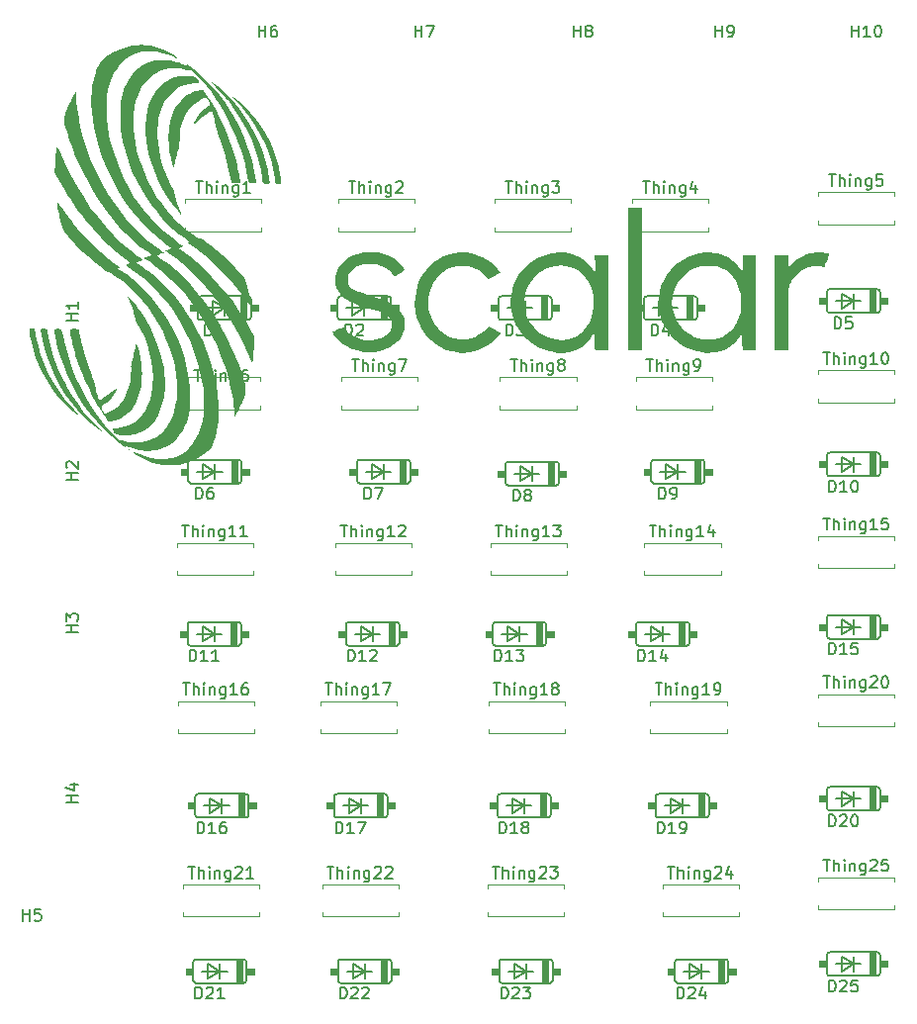
<source format=gbr>
%TF.GenerationSoftware,KiCad,Pcbnew,9.0.1*%
%TF.CreationDate,2025-07-02T23:46:09-04:00*%
%TF.ProjectId,5x5,3578352e-6b69-4636-9164-5f7063625858,rev?*%
%TF.SameCoordinates,Original*%
%TF.FileFunction,Legend,Top*%
%TF.FilePolarity,Positive*%
%FSLAX46Y46*%
G04 Gerber Fmt 4.6, Leading zero omitted, Abs format (unit mm)*
G04 Created by KiCad (PCBNEW 9.0.1) date 2025-07-02 23:46:09*
%MOMM*%
%LPD*%
G01*
G04 APERTURE LIST*
%ADD10C,0.150000*%
%ADD11C,0.000000*%
%ADD12C,0.120000*%
%ADD13C,0.152400*%
%ADD14C,0.010000*%
G04 APERTURE END LIST*
D10*
X112611069Y-61153154D02*
X111611069Y-61153154D01*
X112087259Y-61153154D02*
X112087259Y-60581726D01*
X112611069Y-60581726D02*
X111611069Y-60581726D01*
X112611069Y-59581726D02*
X112611069Y-60153154D01*
X112611069Y-59867440D02*
X111611069Y-59867440D01*
X111611069Y-59867440D02*
X111753926Y-59962678D01*
X111753926Y-59962678D02*
X111849164Y-60057916D01*
X111849164Y-60057916D02*
X111896783Y-60153154D01*
X112611069Y-74783154D02*
X111611069Y-74783154D01*
X112087259Y-74783154D02*
X112087259Y-74211726D01*
X112611069Y-74211726D02*
X111611069Y-74211726D01*
X111706307Y-73783154D02*
X111658688Y-73735535D01*
X111658688Y-73735535D02*
X111611069Y-73640297D01*
X111611069Y-73640297D02*
X111611069Y-73402202D01*
X111611069Y-73402202D02*
X111658688Y-73306964D01*
X111658688Y-73306964D02*
X111706307Y-73259345D01*
X111706307Y-73259345D02*
X111801545Y-73211726D01*
X111801545Y-73211726D02*
X111896783Y-73211726D01*
X111896783Y-73211726D02*
X112039640Y-73259345D01*
X112039640Y-73259345D02*
X112611069Y-73830773D01*
X112611069Y-73830773D02*
X112611069Y-73211726D01*
X112611069Y-87813154D02*
X111611069Y-87813154D01*
X112087259Y-87813154D02*
X112087259Y-87241726D01*
X112611069Y-87241726D02*
X111611069Y-87241726D01*
X111611069Y-86860773D02*
X111611069Y-86241726D01*
X111611069Y-86241726D02*
X111992021Y-86575059D01*
X111992021Y-86575059D02*
X111992021Y-86432202D01*
X111992021Y-86432202D02*
X112039640Y-86336964D01*
X112039640Y-86336964D02*
X112087259Y-86289345D01*
X112087259Y-86289345D02*
X112182497Y-86241726D01*
X112182497Y-86241726D02*
X112420592Y-86241726D01*
X112420592Y-86241726D02*
X112515830Y-86289345D01*
X112515830Y-86289345D02*
X112563450Y-86336964D01*
X112563450Y-86336964D02*
X112611069Y-86432202D01*
X112611069Y-86432202D02*
X112611069Y-86717916D01*
X112611069Y-86717916D02*
X112563450Y-86813154D01*
X112563450Y-86813154D02*
X112515830Y-86860773D01*
X107894345Y-112524819D02*
X107894345Y-111524819D01*
X107894345Y-112001009D02*
X108465773Y-112001009D01*
X108465773Y-112524819D02*
X108465773Y-111524819D01*
X109418154Y-111524819D02*
X108941964Y-111524819D01*
X108941964Y-111524819D02*
X108894345Y-112001009D01*
X108894345Y-112001009D02*
X108941964Y-111953390D01*
X108941964Y-111953390D02*
X109037202Y-111905771D01*
X109037202Y-111905771D02*
X109275297Y-111905771D01*
X109275297Y-111905771D02*
X109370535Y-111953390D01*
X109370535Y-111953390D02*
X109418154Y-112001009D01*
X109418154Y-112001009D02*
X109465773Y-112096247D01*
X109465773Y-112096247D02*
X109465773Y-112334342D01*
X109465773Y-112334342D02*
X109418154Y-112429580D01*
X109418154Y-112429580D02*
X109370535Y-112477200D01*
X109370535Y-112477200D02*
X109275297Y-112524819D01*
X109275297Y-112524819D02*
X109037202Y-112524819D01*
X109037202Y-112524819D02*
X108941964Y-112477200D01*
X108941964Y-112477200D02*
X108894345Y-112429580D01*
X112611069Y-102361904D02*
X111611069Y-102361904D01*
X112087259Y-102361904D02*
X112087259Y-101790476D01*
X112611069Y-101790476D02*
X111611069Y-101790476D01*
X111944402Y-100885714D02*
X112611069Y-100885714D01*
X111563450Y-101123809D02*
X112277735Y-101361904D01*
X112277735Y-101361904D02*
X112277735Y-100742857D01*
X148092917Y-107876069D02*
X148664345Y-107876069D01*
X148378631Y-108876069D02*
X148378631Y-107876069D01*
X148997679Y-108876069D02*
X148997679Y-107876069D01*
X149426250Y-108876069D02*
X149426250Y-108352259D01*
X149426250Y-108352259D02*
X149378631Y-108257021D01*
X149378631Y-108257021D02*
X149283393Y-108209402D01*
X149283393Y-108209402D02*
X149140536Y-108209402D01*
X149140536Y-108209402D02*
X149045298Y-108257021D01*
X149045298Y-108257021D02*
X148997679Y-108304640D01*
X149902441Y-108876069D02*
X149902441Y-108209402D01*
X149902441Y-107876069D02*
X149854822Y-107923688D01*
X149854822Y-107923688D02*
X149902441Y-107971307D01*
X149902441Y-107971307D02*
X149950060Y-107923688D01*
X149950060Y-107923688D02*
X149902441Y-107876069D01*
X149902441Y-107876069D02*
X149902441Y-107971307D01*
X150378631Y-108209402D02*
X150378631Y-108876069D01*
X150378631Y-108304640D02*
X150426250Y-108257021D01*
X150426250Y-108257021D02*
X150521488Y-108209402D01*
X150521488Y-108209402D02*
X150664345Y-108209402D01*
X150664345Y-108209402D02*
X150759583Y-108257021D01*
X150759583Y-108257021D02*
X150807202Y-108352259D01*
X150807202Y-108352259D02*
X150807202Y-108876069D01*
X151711964Y-108209402D02*
X151711964Y-109018926D01*
X151711964Y-109018926D02*
X151664345Y-109114164D01*
X151664345Y-109114164D02*
X151616726Y-109161783D01*
X151616726Y-109161783D02*
X151521488Y-109209402D01*
X151521488Y-109209402D02*
X151378631Y-109209402D01*
X151378631Y-109209402D02*
X151283393Y-109161783D01*
X151711964Y-108828450D02*
X151616726Y-108876069D01*
X151616726Y-108876069D02*
X151426250Y-108876069D01*
X151426250Y-108876069D02*
X151331012Y-108828450D01*
X151331012Y-108828450D02*
X151283393Y-108780830D01*
X151283393Y-108780830D02*
X151235774Y-108685592D01*
X151235774Y-108685592D02*
X151235774Y-108399878D01*
X151235774Y-108399878D02*
X151283393Y-108304640D01*
X151283393Y-108304640D02*
X151331012Y-108257021D01*
X151331012Y-108257021D02*
X151426250Y-108209402D01*
X151426250Y-108209402D02*
X151616726Y-108209402D01*
X151616726Y-108209402D02*
X151711964Y-108257021D01*
X152140536Y-107971307D02*
X152188155Y-107923688D01*
X152188155Y-107923688D02*
X152283393Y-107876069D01*
X152283393Y-107876069D02*
X152521488Y-107876069D01*
X152521488Y-107876069D02*
X152616726Y-107923688D01*
X152616726Y-107923688D02*
X152664345Y-107971307D01*
X152664345Y-107971307D02*
X152711964Y-108066545D01*
X152711964Y-108066545D02*
X152711964Y-108161783D01*
X152711964Y-108161783D02*
X152664345Y-108304640D01*
X152664345Y-108304640D02*
X152092917Y-108876069D01*
X152092917Y-108876069D02*
X152711964Y-108876069D01*
X153045298Y-107876069D02*
X153664345Y-107876069D01*
X153664345Y-107876069D02*
X153331012Y-108257021D01*
X153331012Y-108257021D02*
X153473869Y-108257021D01*
X153473869Y-108257021D02*
X153569107Y-108304640D01*
X153569107Y-108304640D02*
X153616726Y-108352259D01*
X153616726Y-108352259D02*
X153664345Y-108447497D01*
X153664345Y-108447497D02*
X153664345Y-108685592D01*
X153664345Y-108685592D02*
X153616726Y-108780830D01*
X153616726Y-108780830D02*
X153569107Y-108828450D01*
X153569107Y-108828450D02*
X153473869Y-108876069D01*
X153473869Y-108876069D02*
X153188155Y-108876069D01*
X153188155Y-108876069D02*
X153092917Y-108828450D01*
X153092917Y-108828450D02*
X153045298Y-108780830D01*
X176412467Y-78054819D02*
X176983895Y-78054819D01*
X176698181Y-79054819D02*
X176698181Y-78054819D01*
X177317229Y-79054819D02*
X177317229Y-78054819D01*
X177745800Y-79054819D02*
X177745800Y-78531009D01*
X177745800Y-78531009D02*
X177698181Y-78435771D01*
X177698181Y-78435771D02*
X177602943Y-78388152D01*
X177602943Y-78388152D02*
X177460086Y-78388152D01*
X177460086Y-78388152D02*
X177364848Y-78435771D01*
X177364848Y-78435771D02*
X177317229Y-78483390D01*
X178221991Y-79054819D02*
X178221991Y-78388152D01*
X178221991Y-78054819D02*
X178174372Y-78102438D01*
X178174372Y-78102438D02*
X178221991Y-78150057D01*
X178221991Y-78150057D02*
X178269610Y-78102438D01*
X178269610Y-78102438D02*
X178221991Y-78054819D01*
X178221991Y-78054819D02*
X178221991Y-78150057D01*
X178698181Y-78388152D02*
X178698181Y-79054819D01*
X178698181Y-78483390D02*
X178745800Y-78435771D01*
X178745800Y-78435771D02*
X178841038Y-78388152D01*
X178841038Y-78388152D02*
X178983895Y-78388152D01*
X178983895Y-78388152D02*
X179079133Y-78435771D01*
X179079133Y-78435771D02*
X179126752Y-78531009D01*
X179126752Y-78531009D02*
X179126752Y-79054819D01*
X180031514Y-78388152D02*
X180031514Y-79197676D01*
X180031514Y-79197676D02*
X179983895Y-79292914D01*
X179983895Y-79292914D02*
X179936276Y-79340533D01*
X179936276Y-79340533D02*
X179841038Y-79388152D01*
X179841038Y-79388152D02*
X179698181Y-79388152D01*
X179698181Y-79388152D02*
X179602943Y-79340533D01*
X180031514Y-79007200D02*
X179936276Y-79054819D01*
X179936276Y-79054819D02*
X179745800Y-79054819D01*
X179745800Y-79054819D02*
X179650562Y-79007200D01*
X179650562Y-79007200D02*
X179602943Y-78959580D01*
X179602943Y-78959580D02*
X179555324Y-78864342D01*
X179555324Y-78864342D02*
X179555324Y-78578628D01*
X179555324Y-78578628D02*
X179602943Y-78483390D01*
X179602943Y-78483390D02*
X179650562Y-78435771D01*
X179650562Y-78435771D02*
X179745800Y-78388152D01*
X179745800Y-78388152D02*
X179936276Y-78388152D01*
X179936276Y-78388152D02*
X180031514Y-78435771D01*
X181031514Y-79054819D02*
X180460086Y-79054819D01*
X180745800Y-79054819D02*
X180745800Y-78054819D01*
X180745800Y-78054819D02*
X180650562Y-78197676D01*
X180650562Y-78197676D02*
X180555324Y-78292914D01*
X180555324Y-78292914D02*
X180460086Y-78340533D01*
X181936276Y-78054819D02*
X181460086Y-78054819D01*
X181460086Y-78054819D02*
X181412467Y-78531009D01*
X181412467Y-78531009D02*
X181460086Y-78483390D01*
X181460086Y-78483390D02*
X181555324Y-78435771D01*
X181555324Y-78435771D02*
X181793419Y-78435771D01*
X181793419Y-78435771D02*
X181888657Y-78483390D01*
X181888657Y-78483390D02*
X181936276Y-78531009D01*
X181936276Y-78531009D02*
X181983895Y-78626247D01*
X181983895Y-78626247D02*
X181983895Y-78864342D01*
X181983895Y-78864342D02*
X181936276Y-78959580D01*
X181936276Y-78959580D02*
X181888657Y-79007200D01*
X181888657Y-79007200D02*
X181793419Y-79054819D01*
X181793419Y-79054819D02*
X181555324Y-79054819D01*
X181555324Y-79054819D02*
X181460086Y-79007200D01*
X181460086Y-79007200D02*
X181412467Y-78959580D01*
X122709155Y-76441069D02*
X122709155Y-75441069D01*
X122709155Y-75441069D02*
X122947250Y-75441069D01*
X122947250Y-75441069D02*
X123090107Y-75488688D01*
X123090107Y-75488688D02*
X123185345Y-75583926D01*
X123185345Y-75583926D02*
X123232964Y-75679164D01*
X123232964Y-75679164D02*
X123280583Y-75869640D01*
X123280583Y-75869640D02*
X123280583Y-76012497D01*
X123280583Y-76012497D02*
X123232964Y-76202973D01*
X123232964Y-76202973D02*
X123185345Y-76298211D01*
X123185345Y-76298211D02*
X123090107Y-76393450D01*
X123090107Y-76393450D02*
X122947250Y-76441069D01*
X122947250Y-76441069D02*
X122709155Y-76441069D01*
X124137726Y-75441069D02*
X123947250Y-75441069D01*
X123947250Y-75441069D02*
X123852012Y-75488688D01*
X123852012Y-75488688D02*
X123804393Y-75536307D01*
X123804393Y-75536307D02*
X123709155Y-75679164D01*
X123709155Y-75679164D02*
X123661536Y-75869640D01*
X123661536Y-75869640D02*
X123661536Y-76250592D01*
X123661536Y-76250592D02*
X123709155Y-76345830D01*
X123709155Y-76345830D02*
X123756774Y-76393450D01*
X123756774Y-76393450D02*
X123852012Y-76441069D01*
X123852012Y-76441069D02*
X124042488Y-76441069D01*
X124042488Y-76441069D02*
X124137726Y-76393450D01*
X124137726Y-76393450D02*
X124185345Y-76345830D01*
X124185345Y-76345830D02*
X124232964Y-76250592D01*
X124232964Y-76250592D02*
X124232964Y-76012497D01*
X124232964Y-76012497D02*
X124185345Y-75917259D01*
X124185345Y-75917259D02*
X124137726Y-75869640D01*
X124137726Y-75869640D02*
X124042488Y-75822021D01*
X124042488Y-75822021D02*
X123852012Y-75822021D01*
X123852012Y-75822021D02*
X123756774Y-75869640D01*
X123756774Y-75869640D02*
X123709155Y-75917259D01*
X123709155Y-75917259D02*
X123661536Y-76012497D01*
X161719155Y-62461069D02*
X161719155Y-61461069D01*
X161719155Y-61461069D02*
X161957250Y-61461069D01*
X161957250Y-61461069D02*
X162100107Y-61508688D01*
X162100107Y-61508688D02*
X162195345Y-61603926D01*
X162195345Y-61603926D02*
X162242964Y-61699164D01*
X162242964Y-61699164D02*
X162290583Y-61889640D01*
X162290583Y-61889640D02*
X162290583Y-62032497D01*
X162290583Y-62032497D02*
X162242964Y-62222973D01*
X162242964Y-62222973D02*
X162195345Y-62318211D01*
X162195345Y-62318211D02*
X162100107Y-62413450D01*
X162100107Y-62413450D02*
X161957250Y-62461069D01*
X161957250Y-62461069D02*
X161719155Y-62461069D01*
X163147726Y-61794402D02*
X163147726Y-62461069D01*
X162909631Y-61413450D02*
X162671536Y-62127735D01*
X162671536Y-62127735D02*
X163290583Y-62127735D01*
X176896714Y-89729819D02*
X176896714Y-88729819D01*
X176896714Y-88729819D02*
X177134809Y-88729819D01*
X177134809Y-88729819D02*
X177277666Y-88777438D01*
X177277666Y-88777438D02*
X177372904Y-88872676D01*
X177372904Y-88872676D02*
X177420523Y-88967914D01*
X177420523Y-88967914D02*
X177468142Y-89158390D01*
X177468142Y-89158390D02*
X177468142Y-89301247D01*
X177468142Y-89301247D02*
X177420523Y-89491723D01*
X177420523Y-89491723D02*
X177372904Y-89586961D01*
X177372904Y-89586961D02*
X177277666Y-89682200D01*
X177277666Y-89682200D02*
X177134809Y-89729819D01*
X177134809Y-89729819D02*
X176896714Y-89729819D01*
X178420523Y-89729819D02*
X177849095Y-89729819D01*
X178134809Y-89729819D02*
X178134809Y-88729819D01*
X178134809Y-88729819D02*
X178039571Y-88872676D01*
X178039571Y-88872676D02*
X177944333Y-88967914D01*
X177944333Y-88967914D02*
X177849095Y-89015533D01*
X179325285Y-88729819D02*
X178849095Y-88729819D01*
X178849095Y-88729819D02*
X178801476Y-89206009D01*
X178801476Y-89206009D02*
X178849095Y-89158390D01*
X178849095Y-89158390D02*
X178944333Y-89110771D01*
X178944333Y-89110771D02*
X179182428Y-89110771D01*
X179182428Y-89110771D02*
X179277666Y-89158390D01*
X179277666Y-89158390D02*
X179325285Y-89206009D01*
X179325285Y-89206009D02*
X179372904Y-89301247D01*
X179372904Y-89301247D02*
X179372904Y-89539342D01*
X179372904Y-89539342D02*
X179325285Y-89634580D01*
X179325285Y-89634580D02*
X179277666Y-89682200D01*
X179277666Y-89682200D02*
X179182428Y-89729819D01*
X179182428Y-89729819D02*
X178944333Y-89729819D01*
X178944333Y-89729819D02*
X178849095Y-89682200D01*
X178849095Y-89682200D02*
X178801476Y-89634580D01*
X148702964Y-105051069D02*
X148702964Y-104051069D01*
X148702964Y-104051069D02*
X148941059Y-104051069D01*
X148941059Y-104051069D02*
X149083916Y-104098688D01*
X149083916Y-104098688D02*
X149179154Y-104193926D01*
X149179154Y-104193926D02*
X149226773Y-104289164D01*
X149226773Y-104289164D02*
X149274392Y-104479640D01*
X149274392Y-104479640D02*
X149274392Y-104622497D01*
X149274392Y-104622497D02*
X149226773Y-104812973D01*
X149226773Y-104812973D02*
X149179154Y-104908211D01*
X149179154Y-104908211D02*
X149083916Y-105003450D01*
X149083916Y-105003450D02*
X148941059Y-105051069D01*
X148941059Y-105051069D02*
X148702964Y-105051069D01*
X150226773Y-105051069D02*
X149655345Y-105051069D01*
X149941059Y-105051069D02*
X149941059Y-104051069D01*
X149941059Y-104051069D02*
X149845821Y-104193926D01*
X149845821Y-104193926D02*
X149750583Y-104289164D01*
X149750583Y-104289164D02*
X149655345Y-104336783D01*
X150798202Y-104479640D02*
X150702964Y-104432021D01*
X150702964Y-104432021D02*
X150655345Y-104384402D01*
X150655345Y-104384402D02*
X150607726Y-104289164D01*
X150607726Y-104289164D02*
X150607726Y-104241545D01*
X150607726Y-104241545D02*
X150655345Y-104146307D01*
X150655345Y-104146307D02*
X150702964Y-104098688D01*
X150702964Y-104098688D02*
X150798202Y-104051069D01*
X150798202Y-104051069D02*
X150988678Y-104051069D01*
X150988678Y-104051069D02*
X151083916Y-104098688D01*
X151083916Y-104098688D02*
X151131535Y-104146307D01*
X151131535Y-104146307D02*
X151179154Y-104241545D01*
X151179154Y-104241545D02*
X151179154Y-104289164D01*
X151179154Y-104289164D02*
X151131535Y-104384402D01*
X151131535Y-104384402D02*
X151083916Y-104432021D01*
X151083916Y-104432021D02*
X150988678Y-104479640D01*
X150988678Y-104479640D02*
X150798202Y-104479640D01*
X150798202Y-104479640D02*
X150702964Y-104527259D01*
X150702964Y-104527259D02*
X150655345Y-104574878D01*
X150655345Y-104574878D02*
X150607726Y-104670116D01*
X150607726Y-104670116D02*
X150607726Y-104860592D01*
X150607726Y-104860592D02*
X150655345Y-104955830D01*
X150655345Y-104955830D02*
X150702964Y-105003450D01*
X150702964Y-105003450D02*
X150798202Y-105051069D01*
X150798202Y-105051069D02*
X150988678Y-105051069D01*
X150988678Y-105051069D02*
X151083916Y-105003450D01*
X151083916Y-105003450D02*
X151131535Y-104955830D01*
X151131535Y-104955830D02*
X151179154Y-104860592D01*
X151179154Y-104860592D02*
X151179154Y-104670116D01*
X151179154Y-104670116D02*
X151131535Y-104574878D01*
X151131535Y-104574878D02*
X151083916Y-104527259D01*
X151083916Y-104527259D02*
X150988678Y-104479640D01*
X161279107Y-64486069D02*
X161850535Y-64486069D01*
X161564821Y-65486069D02*
X161564821Y-64486069D01*
X162183869Y-65486069D02*
X162183869Y-64486069D01*
X162612440Y-65486069D02*
X162612440Y-64962259D01*
X162612440Y-64962259D02*
X162564821Y-64867021D01*
X162564821Y-64867021D02*
X162469583Y-64819402D01*
X162469583Y-64819402D02*
X162326726Y-64819402D01*
X162326726Y-64819402D02*
X162231488Y-64867021D01*
X162231488Y-64867021D02*
X162183869Y-64914640D01*
X163088631Y-65486069D02*
X163088631Y-64819402D01*
X163088631Y-64486069D02*
X163041012Y-64533688D01*
X163041012Y-64533688D02*
X163088631Y-64581307D01*
X163088631Y-64581307D02*
X163136250Y-64533688D01*
X163136250Y-64533688D02*
X163088631Y-64486069D01*
X163088631Y-64486069D02*
X163088631Y-64581307D01*
X163564821Y-64819402D02*
X163564821Y-65486069D01*
X163564821Y-64914640D02*
X163612440Y-64867021D01*
X163612440Y-64867021D02*
X163707678Y-64819402D01*
X163707678Y-64819402D02*
X163850535Y-64819402D01*
X163850535Y-64819402D02*
X163945773Y-64867021D01*
X163945773Y-64867021D02*
X163993392Y-64962259D01*
X163993392Y-64962259D02*
X163993392Y-65486069D01*
X164898154Y-64819402D02*
X164898154Y-65628926D01*
X164898154Y-65628926D02*
X164850535Y-65724164D01*
X164850535Y-65724164D02*
X164802916Y-65771783D01*
X164802916Y-65771783D02*
X164707678Y-65819402D01*
X164707678Y-65819402D02*
X164564821Y-65819402D01*
X164564821Y-65819402D02*
X164469583Y-65771783D01*
X164898154Y-65438450D02*
X164802916Y-65486069D01*
X164802916Y-65486069D02*
X164612440Y-65486069D01*
X164612440Y-65486069D02*
X164517202Y-65438450D01*
X164517202Y-65438450D02*
X164469583Y-65390830D01*
X164469583Y-65390830D02*
X164421964Y-65295592D01*
X164421964Y-65295592D02*
X164421964Y-65009878D01*
X164421964Y-65009878D02*
X164469583Y-64914640D01*
X164469583Y-64914640D02*
X164517202Y-64867021D01*
X164517202Y-64867021D02*
X164612440Y-64819402D01*
X164612440Y-64819402D02*
X164802916Y-64819402D01*
X164802916Y-64819402D02*
X164898154Y-64867021D01*
X165421964Y-65486069D02*
X165612440Y-65486069D01*
X165612440Y-65486069D02*
X165707678Y-65438450D01*
X165707678Y-65438450D02*
X165755297Y-65390830D01*
X165755297Y-65390830D02*
X165850535Y-65247973D01*
X165850535Y-65247973D02*
X165898154Y-65057497D01*
X165898154Y-65057497D02*
X165898154Y-64676545D01*
X165898154Y-64676545D02*
X165850535Y-64581307D01*
X165850535Y-64581307D02*
X165802916Y-64533688D01*
X165802916Y-64533688D02*
X165707678Y-64486069D01*
X165707678Y-64486069D02*
X165517202Y-64486069D01*
X165517202Y-64486069D02*
X165421964Y-64533688D01*
X165421964Y-64533688D02*
X165374345Y-64581307D01*
X165374345Y-64581307D02*
X165326726Y-64676545D01*
X165326726Y-64676545D02*
X165326726Y-64914640D01*
X165326726Y-64914640D02*
X165374345Y-65009878D01*
X165374345Y-65009878D02*
X165421964Y-65057497D01*
X165421964Y-65057497D02*
X165517202Y-65105116D01*
X165517202Y-65105116D02*
X165707678Y-65105116D01*
X165707678Y-65105116D02*
X165802916Y-65057497D01*
X165802916Y-65057497D02*
X165850535Y-65009878D01*
X165850535Y-65009878D02*
X165898154Y-64914640D01*
X136079107Y-64486069D02*
X136650535Y-64486069D01*
X136364821Y-65486069D02*
X136364821Y-64486069D01*
X136983869Y-65486069D02*
X136983869Y-64486069D01*
X137412440Y-65486069D02*
X137412440Y-64962259D01*
X137412440Y-64962259D02*
X137364821Y-64867021D01*
X137364821Y-64867021D02*
X137269583Y-64819402D01*
X137269583Y-64819402D02*
X137126726Y-64819402D01*
X137126726Y-64819402D02*
X137031488Y-64867021D01*
X137031488Y-64867021D02*
X136983869Y-64914640D01*
X137888631Y-65486069D02*
X137888631Y-64819402D01*
X137888631Y-64486069D02*
X137841012Y-64533688D01*
X137841012Y-64533688D02*
X137888631Y-64581307D01*
X137888631Y-64581307D02*
X137936250Y-64533688D01*
X137936250Y-64533688D02*
X137888631Y-64486069D01*
X137888631Y-64486069D02*
X137888631Y-64581307D01*
X138364821Y-64819402D02*
X138364821Y-65486069D01*
X138364821Y-64914640D02*
X138412440Y-64867021D01*
X138412440Y-64867021D02*
X138507678Y-64819402D01*
X138507678Y-64819402D02*
X138650535Y-64819402D01*
X138650535Y-64819402D02*
X138745773Y-64867021D01*
X138745773Y-64867021D02*
X138793392Y-64962259D01*
X138793392Y-64962259D02*
X138793392Y-65486069D01*
X139698154Y-64819402D02*
X139698154Y-65628926D01*
X139698154Y-65628926D02*
X139650535Y-65724164D01*
X139650535Y-65724164D02*
X139602916Y-65771783D01*
X139602916Y-65771783D02*
X139507678Y-65819402D01*
X139507678Y-65819402D02*
X139364821Y-65819402D01*
X139364821Y-65819402D02*
X139269583Y-65771783D01*
X139698154Y-65438450D02*
X139602916Y-65486069D01*
X139602916Y-65486069D02*
X139412440Y-65486069D01*
X139412440Y-65486069D02*
X139317202Y-65438450D01*
X139317202Y-65438450D02*
X139269583Y-65390830D01*
X139269583Y-65390830D02*
X139221964Y-65295592D01*
X139221964Y-65295592D02*
X139221964Y-65009878D01*
X139221964Y-65009878D02*
X139269583Y-64914640D01*
X139269583Y-64914640D02*
X139317202Y-64867021D01*
X139317202Y-64867021D02*
X139412440Y-64819402D01*
X139412440Y-64819402D02*
X139602916Y-64819402D01*
X139602916Y-64819402D02*
X139698154Y-64867021D01*
X140079107Y-64486069D02*
X140745773Y-64486069D01*
X140745773Y-64486069D02*
X140317202Y-65486069D01*
X167194345Y-36906069D02*
X167194345Y-35906069D01*
X167194345Y-36382259D02*
X167765773Y-36382259D01*
X167765773Y-36906069D02*
X167765773Y-35906069D01*
X168289583Y-36906069D02*
X168480059Y-36906069D01*
X168480059Y-36906069D02*
X168575297Y-36858450D01*
X168575297Y-36858450D02*
X168622916Y-36810830D01*
X168622916Y-36810830D02*
X168718154Y-36667973D01*
X168718154Y-36667973D02*
X168765773Y-36477497D01*
X168765773Y-36477497D02*
X168765773Y-36096545D01*
X168765773Y-36096545D02*
X168718154Y-36001307D01*
X168718154Y-36001307D02*
X168670535Y-35953688D01*
X168670535Y-35953688D02*
X168575297Y-35906069D01*
X168575297Y-35906069D02*
X168384821Y-35906069D01*
X168384821Y-35906069D02*
X168289583Y-35953688D01*
X168289583Y-35953688D02*
X168241964Y-36001307D01*
X168241964Y-36001307D02*
X168194345Y-36096545D01*
X168194345Y-36096545D02*
X168194345Y-36334640D01*
X168194345Y-36334640D02*
X168241964Y-36429878D01*
X168241964Y-36429878D02*
X168289583Y-36477497D01*
X168289583Y-36477497D02*
X168384821Y-36525116D01*
X168384821Y-36525116D02*
X168575297Y-36525116D01*
X168575297Y-36525116D02*
X168670535Y-36477497D01*
X168670535Y-36477497D02*
X168718154Y-36429878D01*
X168718154Y-36429878D02*
X168765773Y-36334640D01*
X135809107Y-49236069D02*
X136380535Y-49236069D01*
X136094821Y-50236069D02*
X136094821Y-49236069D01*
X136713869Y-50236069D02*
X136713869Y-49236069D01*
X137142440Y-50236069D02*
X137142440Y-49712259D01*
X137142440Y-49712259D02*
X137094821Y-49617021D01*
X137094821Y-49617021D02*
X136999583Y-49569402D01*
X136999583Y-49569402D02*
X136856726Y-49569402D01*
X136856726Y-49569402D02*
X136761488Y-49617021D01*
X136761488Y-49617021D02*
X136713869Y-49664640D01*
X137618631Y-50236069D02*
X137618631Y-49569402D01*
X137618631Y-49236069D02*
X137571012Y-49283688D01*
X137571012Y-49283688D02*
X137618631Y-49331307D01*
X137618631Y-49331307D02*
X137666250Y-49283688D01*
X137666250Y-49283688D02*
X137618631Y-49236069D01*
X137618631Y-49236069D02*
X137618631Y-49331307D01*
X138094821Y-49569402D02*
X138094821Y-50236069D01*
X138094821Y-49664640D02*
X138142440Y-49617021D01*
X138142440Y-49617021D02*
X138237678Y-49569402D01*
X138237678Y-49569402D02*
X138380535Y-49569402D01*
X138380535Y-49569402D02*
X138475773Y-49617021D01*
X138475773Y-49617021D02*
X138523392Y-49712259D01*
X138523392Y-49712259D02*
X138523392Y-50236069D01*
X139428154Y-49569402D02*
X139428154Y-50378926D01*
X139428154Y-50378926D02*
X139380535Y-50474164D01*
X139380535Y-50474164D02*
X139332916Y-50521783D01*
X139332916Y-50521783D02*
X139237678Y-50569402D01*
X139237678Y-50569402D02*
X139094821Y-50569402D01*
X139094821Y-50569402D02*
X138999583Y-50521783D01*
X139428154Y-50188450D02*
X139332916Y-50236069D01*
X139332916Y-50236069D02*
X139142440Y-50236069D01*
X139142440Y-50236069D02*
X139047202Y-50188450D01*
X139047202Y-50188450D02*
X138999583Y-50140830D01*
X138999583Y-50140830D02*
X138951964Y-50045592D01*
X138951964Y-50045592D02*
X138951964Y-49759878D01*
X138951964Y-49759878D02*
X138999583Y-49664640D01*
X138999583Y-49664640D02*
X139047202Y-49617021D01*
X139047202Y-49617021D02*
X139142440Y-49569402D01*
X139142440Y-49569402D02*
X139332916Y-49569402D01*
X139332916Y-49569402D02*
X139428154Y-49617021D01*
X139856726Y-49331307D02*
X139904345Y-49283688D01*
X139904345Y-49283688D02*
X139999583Y-49236069D01*
X139999583Y-49236069D02*
X140237678Y-49236069D01*
X140237678Y-49236069D02*
X140332916Y-49283688D01*
X140332916Y-49283688D02*
X140380535Y-49331307D01*
X140380535Y-49331307D02*
X140428154Y-49426545D01*
X140428154Y-49426545D02*
X140428154Y-49521783D01*
X140428154Y-49521783D02*
X140380535Y-49664640D01*
X140380535Y-49664640D02*
X139809107Y-50236069D01*
X139809107Y-50236069D02*
X140428154Y-50236069D01*
X176412467Y-107274819D02*
X176983895Y-107274819D01*
X176698181Y-108274819D02*
X176698181Y-107274819D01*
X177317229Y-108274819D02*
X177317229Y-107274819D01*
X177745800Y-108274819D02*
X177745800Y-107751009D01*
X177745800Y-107751009D02*
X177698181Y-107655771D01*
X177698181Y-107655771D02*
X177602943Y-107608152D01*
X177602943Y-107608152D02*
X177460086Y-107608152D01*
X177460086Y-107608152D02*
X177364848Y-107655771D01*
X177364848Y-107655771D02*
X177317229Y-107703390D01*
X178221991Y-108274819D02*
X178221991Y-107608152D01*
X178221991Y-107274819D02*
X178174372Y-107322438D01*
X178174372Y-107322438D02*
X178221991Y-107370057D01*
X178221991Y-107370057D02*
X178269610Y-107322438D01*
X178269610Y-107322438D02*
X178221991Y-107274819D01*
X178221991Y-107274819D02*
X178221991Y-107370057D01*
X178698181Y-107608152D02*
X178698181Y-108274819D01*
X178698181Y-107703390D02*
X178745800Y-107655771D01*
X178745800Y-107655771D02*
X178841038Y-107608152D01*
X178841038Y-107608152D02*
X178983895Y-107608152D01*
X178983895Y-107608152D02*
X179079133Y-107655771D01*
X179079133Y-107655771D02*
X179126752Y-107751009D01*
X179126752Y-107751009D02*
X179126752Y-108274819D01*
X180031514Y-107608152D02*
X180031514Y-108417676D01*
X180031514Y-108417676D02*
X179983895Y-108512914D01*
X179983895Y-108512914D02*
X179936276Y-108560533D01*
X179936276Y-108560533D02*
X179841038Y-108608152D01*
X179841038Y-108608152D02*
X179698181Y-108608152D01*
X179698181Y-108608152D02*
X179602943Y-108560533D01*
X180031514Y-108227200D02*
X179936276Y-108274819D01*
X179936276Y-108274819D02*
X179745800Y-108274819D01*
X179745800Y-108274819D02*
X179650562Y-108227200D01*
X179650562Y-108227200D02*
X179602943Y-108179580D01*
X179602943Y-108179580D02*
X179555324Y-108084342D01*
X179555324Y-108084342D02*
X179555324Y-107798628D01*
X179555324Y-107798628D02*
X179602943Y-107703390D01*
X179602943Y-107703390D02*
X179650562Y-107655771D01*
X179650562Y-107655771D02*
X179745800Y-107608152D01*
X179745800Y-107608152D02*
X179936276Y-107608152D01*
X179936276Y-107608152D02*
X180031514Y-107655771D01*
X180460086Y-107370057D02*
X180507705Y-107322438D01*
X180507705Y-107322438D02*
X180602943Y-107274819D01*
X180602943Y-107274819D02*
X180841038Y-107274819D01*
X180841038Y-107274819D02*
X180936276Y-107322438D01*
X180936276Y-107322438D02*
X180983895Y-107370057D01*
X180983895Y-107370057D02*
X181031514Y-107465295D01*
X181031514Y-107465295D02*
X181031514Y-107560533D01*
X181031514Y-107560533D02*
X180983895Y-107703390D01*
X180983895Y-107703390D02*
X180412467Y-108274819D01*
X180412467Y-108274819D02*
X181031514Y-108274819D01*
X181936276Y-107274819D02*
X181460086Y-107274819D01*
X181460086Y-107274819D02*
X181412467Y-107751009D01*
X181412467Y-107751009D02*
X181460086Y-107703390D01*
X181460086Y-107703390D02*
X181555324Y-107655771D01*
X181555324Y-107655771D02*
X181793419Y-107655771D01*
X181793419Y-107655771D02*
X181888657Y-107703390D01*
X181888657Y-107703390D02*
X181936276Y-107751009D01*
X181936276Y-107751009D02*
X181983895Y-107846247D01*
X181983895Y-107846247D02*
X181983895Y-108084342D01*
X181983895Y-108084342D02*
X181936276Y-108179580D01*
X181936276Y-108179580D02*
X181888657Y-108227200D01*
X181888657Y-108227200D02*
X181793419Y-108274819D01*
X181793419Y-108274819D02*
X181555324Y-108274819D01*
X181555324Y-108274819D02*
X181460086Y-108227200D01*
X181460086Y-108227200D02*
X181412467Y-108179580D01*
X133952917Y-107876069D02*
X134524345Y-107876069D01*
X134238631Y-108876069D02*
X134238631Y-107876069D01*
X134857679Y-108876069D02*
X134857679Y-107876069D01*
X135286250Y-108876069D02*
X135286250Y-108352259D01*
X135286250Y-108352259D02*
X135238631Y-108257021D01*
X135238631Y-108257021D02*
X135143393Y-108209402D01*
X135143393Y-108209402D02*
X135000536Y-108209402D01*
X135000536Y-108209402D02*
X134905298Y-108257021D01*
X134905298Y-108257021D02*
X134857679Y-108304640D01*
X135762441Y-108876069D02*
X135762441Y-108209402D01*
X135762441Y-107876069D02*
X135714822Y-107923688D01*
X135714822Y-107923688D02*
X135762441Y-107971307D01*
X135762441Y-107971307D02*
X135810060Y-107923688D01*
X135810060Y-107923688D02*
X135762441Y-107876069D01*
X135762441Y-107876069D02*
X135762441Y-107971307D01*
X136238631Y-108209402D02*
X136238631Y-108876069D01*
X136238631Y-108304640D02*
X136286250Y-108257021D01*
X136286250Y-108257021D02*
X136381488Y-108209402D01*
X136381488Y-108209402D02*
X136524345Y-108209402D01*
X136524345Y-108209402D02*
X136619583Y-108257021D01*
X136619583Y-108257021D02*
X136667202Y-108352259D01*
X136667202Y-108352259D02*
X136667202Y-108876069D01*
X137571964Y-108209402D02*
X137571964Y-109018926D01*
X137571964Y-109018926D02*
X137524345Y-109114164D01*
X137524345Y-109114164D02*
X137476726Y-109161783D01*
X137476726Y-109161783D02*
X137381488Y-109209402D01*
X137381488Y-109209402D02*
X137238631Y-109209402D01*
X137238631Y-109209402D02*
X137143393Y-109161783D01*
X137571964Y-108828450D02*
X137476726Y-108876069D01*
X137476726Y-108876069D02*
X137286250Y-108876069D01*
X137286250Y-108876069D02*
X137191012Y-108828450D01*
X137191012Y-108828450D02*
X137143393Y-108780830D01*
X137143393Y-108780830D02*
X137095774Y-108685592D01*
X137095774Y-108685592D02*
X137095774Y-108399878D01*
X137095774Y-108399878D02*
X137143393Y-108304640D01*
X137143393Y-108304640D02*
X137191012Y-108257021D01*
X137191012Y-108257021D02*
X137286250Y-108209402D01*
X137286250Y-108209402D02*
X137476726Y-108209402D01*
X137476726Y-108209402D02*
X137571964Y-108257021D01*
X138000536Y-107971307D02*
X138048155Y-107923688D01*
X138048155Y-107923688D02*
X138143393Y-107876069D01*
X138143393Y-107876069D02*
X138381488Y-107876069D01*
X138381488Y-107876069D02*
X138476726Y-107923688D01*
X138476726Y-107923688D02*
X138524345Y-107971307D01*
X138524345Y-107971307D02*
X138571964Y-108066545D01*
X138571964Y-108066545D02*
X138571964Y-108161783D01*
X138571964Y-108161783D02*
X138524345Y-108304640D01*
X138524345Y-108304640D02*
X137952917Y-108876069D01*
X137952917Y-108876069D02*
X138571964Y-108876069D01*
X138952917Y-107971307D02*
X139000536Y-107923688D01*
X139000536Y-107923688D02*
X139095774Y-107876069D01*
X139095774Y-107876069D02*
X139333869Y-107876069D01*
X139333869Y-107876069D02*
X139429107Y-107923688D01*
X139429107Y-107923688D02*
X139476726Y-107971307D01*
X139476726Y-107971307D02*
X139524345Y-108066545D01*
X139524345Y-108066545D02*
X139524345Y-108161783D01*
X139524345Y-108161783D02*
X139476726Y-108304640D01*
X139476726Y-108304640D02*
X138905298Y-108876069D01*
X138905298Y-108876069D02*
X139524345Y-108876069D01*
X176896714Y-118598569D02*
X176896714Y-117598569D01*
X176896714Y-117598569D02*
X177134809Y-117598569D01*
X177134809Y-117598569D02*
X177277666Y-117646188D01*
X177277666Y-117646188D02*
X177372904Y-117741426D01*
X177372904Y-117741426D02*
X177420523Y-117836664D01*
X177420523Y-117836664D02*
X177468142Y-118027140D01*
X177468142Y-118027140D02*
X177468142Y-118169997D01*
X177468142Y-118169997D02*
X177420523Y-118360473D01*
X177420523Y-118360473D02*
X177372904Y-118455711D01*
X177372904Y-118455711D02*
X177277666Y-118550950D01*
X177277666Y-118550950D02*
X177134809Y-118598569D01*
X177134809Y-118598569D02*
X176896714Y-118598569D01*
X177849095Y-117693807D02*
X177896714Y-117646188D01*
X177896714Y-117646188D02*
X177991952Y-117598569D01*
X177991952Y-117598569D02*
X178230047Y-117598569D01*
X178230047Y-117598569D02*
X178325285Y-117646188D01*
X178325285Y-117646188D02*
X178372904Y-117693807D01*
X178372904Y-117693807D02*
X178420523Y-117789045D01*
X178420523Y-117789045D02*
X178420523Y-117884283D01*
X178420523Y-117884283D02*
X178372904Y-118027140D01*
X178372904Y-118027140D02*
X177801476Y-118598569D01*
X177801476Y-118598569D02*
X178420523Y-118598569D01*
X179325285Y-117598569D02*
X178849095Y-117598569D01*
X178849095Y-117598569D02*
X178801476Y-118074759D01*
X178801476Y-118074759D02*
X178849095Y-118027140D01*
X178849095Y-118027140D02*
X178944333Y-117979521D01*
X178944333Y-117979521D02*
X179182428Y-117979521D01*
X179182428Y-117979521D02*
X179277666Y-118027140D01*
X179277666Y-118027140D02*
X179325285Y-118074759D01*
X179325285Y-118074759D02*
X179372904Y-118169997D01*
X179372904Y-118169997D02*
X179372904Y-118408092D01*
X179372904Y-118408092D02*
X179325285Y-118503330D01*
X179325285Y-118503330D02*
X179277666Y-118550950D01*
X179277666Y-118550950D02*
X179182428Y-118598569D01*
X179182428Y-118598569D02*
X178944333Y-118598569D01*
X178944333Y-118598569D02*
X178849095Y-118550950D01*
X178849095Y-118550950D02*
X178801476Y-118503330D01*
X122052917Y-107876069D02*
X122624345Y-107876069D01*
X122338631Y-108876069D02*
X122338631Y-107876069D01*
X122957679Y-108876069D02*
X122957679Y-107876069D01*
X123386250Y-108876069D02*
X123386250Y-108352259D01*
X123386250Y-108352259D02*
X123338631Y-108257021D01*
X123338631Y-108257021D02*
X123243393Y-108209402D01*
X123243393Y-108209402D02*
X123100536Y-108209402D01*
X123100536Y-108209402D02*
X123005298Y-108257021D01*
X123005298Y-108257021D02*
X122957679Y-108304640D01*
X123862441Y-108876069D02*
X123862441Y-108209402D01*
X123862441Y-107876069D02*
X123814822Y-107923688D01*
X123814822Y-107923688D02*
X123862441Y-107971307D01*
X123862441Y-107971307D02*
X123910060Y-107923688D01*
X123910060Y-107923688D02*
X123862441Y-107876069D01*
X123862441Y-107876069D02*
X123862441Y-107971307D01*
X124338631Y-108209402D02*
X124338631Y-108876069D01*
X124338631Y-108304640D02*
X124386250Y-108257021D01*
X124386250Y-108257021D02*
X124481488Y-108209402D01*
X124481488Y-108209402D02*
X124624345Y-108209402D01*
X124624345Y-108209402D02*
X124719583Y-108257021D01*
X124719583Y-108257021D02*
X124767202Y-108352259D01*
X124767202Y-108352259D02*
X124767202Y-108876069D01*
X125671964Y-108209402D02*
X125671964Y-109018926D01*
X125671964Y-109018926D02*
X125624345Y-109114164D01*
X125624345Y-109114164D02*
X125576726Y-109161783D01*
X125576726Y-109161783D02*
X125481488Y-109209402D01*
X125481488Y-109209402D02*
X125338631Y-109209402D01*
X125338631Y-109209402D02*
X125243393Y-109161783D01*
X125671964Y-108828450D02*
X125576726Y-108876069D01*
X125576726Y-108876069D02*
X125386250Y-108876069D01*
X125386250Y-108876069D02*
X125291012Y-108828450D01*
X125291012Y-108828450D02*
X125243393Y-108780830D01*
X125243393Y-108780830D02*
X125195774Y-108685592D01*
X125195774Y-108685592D02*
X125195774Y-108399878D01*
X125195774Y-108399878D02*
X125243393Y-108304640D01*
X125243393Y-108304640D02*
X125291012Y-108257021D01*
X125291012Y-108257021D02*
X125386250Y-108209402D01*
X125386250Y-108209402D02*
X125576726Y-108209402D01*
X125576726Y-108209402D02*
X125671964Y-108257021D01*
X126100536Y-107971307D02*
X126148155Y-107923688D01*
X126148155Y-107923688D02*
X126243393Y-107876069D01*
X126243393Y-107876069D02*
X126481488Y-107876069D01*
X126481488Y-107876069D02*
X126576726Y-107923688D01*
X126576726Y-107923688D02*
X126624345Y-107971307D01*
X126624345Y-107971307D02*
X126671964Y-108066545D01*
X126671964Y-108066545D02*
X126671964Y-108161783D01*
X126671964Y-108161783D02*
X126624345Y-108304640D01*
X126624345Y-108304640D02*
X126052917Y-108876069D01*
X126052917Y-108876069D02*
X126671964Y-108876069D01*
X127624345Y-108876069D02*
X127052917Y-108876069D01*
X127338631Y-108876069D02*
X127338631Y-107876069D01*
X127338631Y-107876069D02*
X127243393Y-108018926D01*
X127243393Y-108018926D02*
X127148155Y-108114164D01*
X127148155Y-108114164D02*
X127052917Y-108161783D01*
X149209107Y-49236069D02*
X149780535Y-49236069D01*
X149494821Y-50236069D02*
X149494821Y-49236069D01*
X150113869Y-50236069D02*
X150113869Y-49236069D01*
X150542440Y-50236069D02*
X150542440Y-49712259D01*
X150542440Y-49712259D02*
X150494821Y-49617021D01*
X150494821Y-49617021D02*
X150399583Y-49569402D01*
X150399583Y-49569402D02*
X150256726Y-49569402D01*
X150256726Y-49569402D02*
X150161488Y-49617021D01*
X150161488Y-49617021D02*
X150113869Y-49664640D01*
X151018631Y-50236069D02*
X151018631Y-49569402D01*
X151018631Y-49236069D02*
X150971012Y-49283688D01*
X150971012Y-49283688D02*
X151018631Y-49331307D01*
X151018631Y-49331307D02*
X151066250Y-49283688D01*
X151066250Y-49283688D02*
X151018631Y-49236069D01*
X151018631Y-49236069D02*
X151018631Y-49331307D01*
X151494821Y-49569402D02*
X151494821Y-50236069D01*
X151494821Y-49664640D02*
X151542440Y-49617021D01*
X151542440Y-49617021D02*
X151637678Y-49569402D01*
X151637678Y-49569402D02*
X151780535Y-49569402D01*
X151780535Y-49569402D02*
X151875773Y-49617021D01*
X151875773Y-49617021D02*
X151923392Y-49712259D01*
X151923392Y-49712259D02*
X151923392Y-50236069D01*
X152828154Y-49569402D02*
X152828154Y-50378926D01*
X152828154Y-50378926D02*
X152780535Y-50474164D01*
X152780535Y-50474164D02*
X152732916Y-50521783D01*
X152732916Y-50521783D02*
X152637678Y-50569402D01*
X152637678Y-50569402D02*
X152494821Y-50569402D01*
X152494821Y-50569402D02*
X152399583Y-50521783D01*
X152828154Y-50188450D02*
X152732916Y-50236069D01*
X152732916Y-50236069D02*
X152542440Y-50236069D01*
X152542440Y-50236069D02*
X152447202Y-50188450D01*
X152447202Y-50188450D02*
X152399583Y-50140830D01*
X152399583Y-50140830D02*
X152351964Y-50045592D01*
X152351964Y-50045592D02*
X152351964Y-49759878D01*
X152351964Y-49759878D02*
X152399583Y-49664640D01*
X152399583Y-49664640D02*
X152447202Y-49617021D01*
X152447202Y-49617021D02*
X152542440Y-49569402D01*
X152542440Y-49569402D02*
X152732916Y-49569402D01*
X152732916Y-49569402D02*
X152828154Y-49617021D01*
X153209107Y-49236069D02*
X153828154Y-49236069D01*
X153828154Y-49236069D02*
X153494821Y-49617021D01*
X153494821Y-49617021D02*
X153637678Y-49617021D01*
X153637678Y-49617021D02*
X153732916Y-49664640D01*
X153732916Y-49664640D02*
X153780535Y-49712259D01*
X153780535Y-49712259D02*
X153828154Y-49807497D01*
X153828154Y-49807497D02*
X153828154Y-50045592D01*
X153828154Y-50045592D02*
X153780535Y-50140830D01*
X153780535Y-50140830D02*
X153732916Y-50188450D01*
X153732916Y-50188450D02*
X153637678Y-50236069D01*
X153637678Y-50236069D02*
X153351964Y-50236069D01*
X153351964Y-50236069D02*
X153256726Y-50188450D01*
X153256726Y-50188450D02*
X153209107Y-50140830D01*
X135509155Y-62461069D02*
X135509155Y-61461069D01*
X135509155Y-61461069D02*
X135747250Y-61461069D01*
X135747250Y-61461069D02*
X135890107Y-61508688D01*
X135890107Y-61508688D02*
X135985345Y-61603926D01*
X135985345Y-61603926D02*
X136032964Y-61699164D01*
X136032964Y-61699164D02*
X136080583Y-61889640D01*
X136080583Y-61889640D02*
X136080583Y-62032497D01*
X136080583Y-62032497D02*
X136032964Y-62222973D01*
X136032964Y-62222973D02*
X135985345Y-62318211D01*
X135985345Y-62318211D02*
X135890107Y-62413450D01*
X135890107Y-62413450D02*
X135747250Y-62461069D01*
X135747250Y-62461069D02*
X135509155Y-62461069D01*
X136461536Y-61556307D02*
X136509155Y-61508688D01*
X136509155Y-61508688D02*
X136604393Y-61461069D01*
X136604393Y-61461069D02*
X136842488Y-61461069D01*
X136842488Y-61461069D02*
X136937726Y-61508688D01*
X136937726Y-61508688D02*
X136985345Y-61556307D01*
X136985345Y-61556307D02*
X137032964Y-61651545D01*
X137032964Y-61651545D02*
X137032964Y-61746783D01*
X137032964Y-61746783D02*
X136985345Y-61889640D01*
X136985345Y-61889640D02*
X136413917Y-62461069D01*
X136413917Y-62461069D02*
X137032964Y-62461069D01*
X178848155Y-36906069D02*
X178848155Y-35906069D01*
X178848155Y-36382259D02*
X179419583Y-36382259D01*
X179419583Y-36906069D02*
X179419583Y-35906069D01*
X180419583Y-36906069D02*
X179848155Y-36906069D01*
X180133869Y-36906069D02*
X180133869Y-35906069D01*
X180133869Y-35906069D02*
X180038631Y-36048926D01*
X180038631Y-36048926D02*
X179943393Y-36144164D01*
X179943393Y-36144164D02*
X179848155Y-36191783D01*
X181038631Y-35906069D02*
X181133869Y-35906069D01*
X181133869Y-35906069D02*
X181229107Y-35953688D01*
X181229107Y-35953688D02*
X181276726Y-36001307D01*
X181276726Y-36001307D02*
X181324345Y-36096545D01*
X181324345Y-36096545D02*
X181371964Y-36287021D01*
X181371964Y-36287021D02*
X181371964Y-36525116D01*
X181371964Y-36525116D02*
X181324345Y-36715592D01*
X181324345Y-36715592D02*
X181276726Y-36810830D01*
X181276726Y-36810830D02*
X181229107Y-36858450D01*
X181229107Y-36858450D02*
X181133869Y-36906069D01*
X181133869Y-36906069D02*
X181038631Y-36906069D01*
X181038631Y-36906069D02*
X180943393Y-36858450D01*
X180943393Y-36858450D02*
X180895774Y-36810830D01*
X180895774Y-36810830D02*
X180848155Y-36715592D01*
X180848155Y-36715592D02*
X180800536Y-36525116D01*
X180800536Y-36525116D02*
X180800536Y-36287021D01*
X180800536Y-36287021D02*
X180848155Y-36096545D01*
X180848155Y-36096545D02*
X180895774Y-36001307D01*
X180895774Y-36001307D02*
X180943393Y-35953688D01*
X180943393Y-35953688D02*
X181038631Y-35906069D01*
X137149155Y-76441069D02*
X137149155Y-75441069D01*
X137149155Y-75441069D02*
X137387250Y-75441069D01*
X137387250Y-75441069D02*
X137530107Y-75488688D01*
X137530107Y-75488688D02*
X137625345Y-75583926D01*
X137625345Y-75583926D02*
X137672964Y-75679164D01*
X137672964Y-75679164D02*
X137720583Y-75869640D01*
X137720583Y-75869640D02*
X137720583Y-76012497D01*
X137720583Y-76012497D02*
X137672964Y-76202973D01*
X137672964Y-76202973D02*
X137625345Y-76298211D01*
X137625345Y-76298211D02*
X137530107Y-76393450D01*
X137530107Y-76393450D02*
X137387250Y-76441069D01*
X137387250Y-76441069D02*
X137149155Y-76441069D01*
X138053917Y-75441069D02*
X138720583Y-75441069D01*
X138720583Y-75441069D02*
X138292012Y-76441069D01*
X162232964Y-105051069D02*
X162232964Y-104051069D01*
X162232964Y-104051069D02*
X162471059Y-104051069D01*
X162471059Y-104051069D02*
X162613916Y-104098688D01*
X162613916Y-104098688D02*
X162709154Y-104193926D01*
X162709154Y-104193926D02*
X162756773Y-104289164D01*
X162756773Y-104289164D02*
X162804392Y-104479640D01*
X162804392Y-104479640D02*
X162804392Y-104622497D01*
X162804392Y-104622497D02*
X162756773Y-104812973D01*
X162756773Y-104812973D02*
X162709154Y-104908211D01*
X162709154Y-104908211D02*
X162613916Y-105003450D01*
X162613916Y-105003450D02*
X162471059Y-105051069D01*
X162471059Y-105051069D02*
X162232964Y-105051069D01*
X163756773Y-105051069D02*
X163185345Y-105051069D01*
X163471059Y-105051069D02*
X163471059Y-104051069D01*
X163471059Y-104051069D02*
X163375821Y-104193926D01*
X163375821Y-104193926D02*
X163280583Y-104289164D01*
X163280583Y-104289164D02*
X163185345Y-104336783D01*
X164232964Y-105051069D02*
X164423440Y-105051069D01*
X164423440Y-105051069D02*
X164518678Y-105003450D01*
X164518678Y-105003450D02*
X164566297Y-104955830D01*
X164566297Y-104955830D02*
X164661535Y-104812973D01*
X164661535Y-104812973D02*
X164709154Y-104622497D01*
X164709154Y-104622497D02*
X164709154Y-104241545D01*
X164709154Y-104241545D02*
X164661535Y-104146307D01*
X164661535Y-104146307D02*
X164613916Y-104098688D01*
X164613916Y-104098688D02*
X164518678Y-104051069D01*
X164518678Y-104051069D02*
X164328202Y-104051069D01*
X164328202Y-104051069D02*
X164232964Y-104098688D01*
X164232964Y-104098688D02*
X164185345Y-104146307D01*
X164185345Y-104146307D02*
X164137726Y-104241545D01*
X164137726Y-104241545D02*
X164137726Y-104479640D01*
X164137726Y-104479640D02*
X164185345Y-104574878D01*
X164185345Y-104574878D02*
X164232964Y-104622497D01*
X164232964Y-104622497D02*
X164328202Y-104670116D01*
X164328202Y-104670116D02*
X164518678Y-104670116D01*
X164518678Y-104670116D02*
X164613916Y-104622497D01*
X164613916Y-104622497D02*
X164661535Y-104574878D01*
X164661535Y-104574878D02*
X164709154Y-104479640D01*
X176888657Y-48634819D02*
X177460085Y-48634819D01*
X177174371Y-49634819D02*
X177174371Y-48634819D01*
X177793419Y-49634819D02*
X177793419Y-48634819D01*
X178221990Y-49634819D02*
X178221990Y-49111009D01*
X178221990Y-49111009D02*
X178174371Y-49015771D01*
X178174371Y-49015771D02*
X178079133Y-48968152D01*
X178079133Y-48968152D02*
X177936276Y-48968152D01*
X177936276Y-48968152D02*
X177841038Y-49015771D01*
X177841038Y-49015771D02*
X177793419Y-49063390D01*
X178698181Y-49634819D02*
X178698181Y-48968152D01*
X178698181Y-48634819D02*
X178650562Y-48682438D01*
X178650562Y-48682438D02*
X178698181Y-48730057D01*
X178698181Y-48730057D02*
X178745800Y-48682438D01*
X178745800Y-48682438D02*
X178698181Y-48634819D01*
X178698181Y-48634819D02*
X178698181Y-48730057D01*
X179174371Y-48968152D02*
X179174371Y-49634819D01*
X179174371Y-49063390D02*
X179221990Y-49015771D01*
X179221990Y-49015771D02*
X179317228Y-48968152D01*
X179317228Y-48968152D02*
X179460085Y-48968152D01*
X179460085Y-48968152D02*
X179555323Y-49015771D01*
X179555323Y-49015771D02*
X179602942Y-49111009D01*
X179602942Y-49111009D02*
X179602942Y-49634819D01*
X180507704Y-48968152D02*
X180507704Y-49777676D01*
X180507704Y-49777676D02*
X180460085Y-49872914D01*
X180460085Y-49872914D02*
X180412466Y-49920533D01*
X180412466Y-49920533D02*
X180317228Y-49968152D01*
X180317228Y-49968152D02*
X180174371Y-49968152D01*
X180174371Y-49968152D02*
X180079133Y-49920533D01*
X180507704Y-49587200D02*
X180412466Y-49634819D01*
X180412466Y-49634819D02*
X180221990Y-49634819D01*
X180221990Y-49634819D02*
X180126752Y-49587200D01*
X180126752Y-49587200D02*
X180079133Y-49539580D01*
X180079133Y-49539580D02*
X180031514Y-49444342D01*
X180031514Y-49444342D02*
X180031514Y-49158628D01*
X180031514Y-49158628D02*
X180079133Y-49063390D01*
X180079133Y-49063390D02*
X180126752Y-49015771D01*
X180126752Y-49015771D02*
X180221990Y-48968152D01*
X180221990Y-48968152D02*
X180412466Y-48968152D01*
X180412466Y-48968152D02*
X180507704Y-49015771D01*
X181460085Y-48634819D02*
X180983895Y-48634819D01*
X180983895Y-48634819D02*
X180936276Y-49111009D01*
X180936276Y-49111009D02*
X180983895Y-49063390D01*
X180983895Y-49063390D02*
X181079133Y-49015771D01*
X181079133Y-49015771D02*
X181317228Y-49015771D01*
X181317228Y-49015771D02*
X181412466Y-49063390D01*
X181412466Y-49063390D02*
X181460085Y-49111009D01*
X181460085Y-49111009D02*
X181507704Y-49206247D01*
X181507704Y-49206247D02*
X181507704Y-49444342D01*
X181507704Y-49444342D02*
X181460085Y-49539580D01*
X181460085Y-49539580D02*
X181412466Y-49587200D01*
X181412466Y-49587200D02*
X181317228Y-49634819D01*
X181317228Y-49634819D02*
X181079133Y-49634819D01*
X181079133Y-49634819D02*
X180983895Y-49587200D01*
X180983895Y-49587200D02*
X180936276Y-49539580D01*
X155054345Y-36906069D02*
X155054345Y-35906069D01*
X155054345Y-36382259D02*
X155625773Y-36382259D01*
X155625773Y-36906069D02*
X155625773Y-35906069D01*
X156244821Y-36334640D02*
X156149583Y-36287021D01*
X156149583Y-36287021D02*
X156101964Y-36239402D01*
X156101964Y-36239402D02*
X156054345Y-36144164D01*
X156054345Y-36144164D02*
X156054345Y-36096545D01*
X156054345Y-36096545D02*
X156101964Y-36001307D01*
X156101964Y-36001307D02*
X156149583Y-35953688D01*
X156149583Y-35953688D02*
X156244821Y-35906069D01*
X156244821Y-35906069D02*
X156435297Y-35906069D01*
X156435297Y-35906069D02*
X156530535Y-35953688D01*
X156530535Y-35953688D02*
X156578154Y-36001307D01*
X156578154Y-36001307D02*
X156625773Y-36096545D01*
X156625773Y-36096545D02*
X156625773Y-36144164D01*
X156625773Y-36144164D02*
X156578154Y-36239402D01*
X156578154Y-36239402D02*
X156530535Y-36287021D01*
X156530535Y-36287021D02*
X156435297Y-36334640D01*
X156435297Y-36334640D02*
X156244821Y-36334640D01*
X156244821Y-36334640D02*
X156149583Y-36382259D01*
X156149583Y-36382259D02*
X156101964Y-36429878D01*
X156101964Y-36429878D02*
X156054345Y-36525116D01*
X156054345Y-36525116D02*
X156054345Y-36715592D01*
X156054345Y-36715592D02*
X156101964Y-36810830D01*
X156101964Y-36810830D02*
X156149583Y-36858450D01*
X156149583Y-36858450D02*
X156244821Y-36906069D01*
X156244821Y-36906069D02*
X156435297Y-36906069D01*
X156435297Y-36906069D02*
X156530535Y-36858450D01*
X156530535Y-36858450D02*
X156578154Y-36810830D01*
X156578154Y-36810830D02*
X156625773Y-36715592D01*
X156625773Y-36715592D02*
X156625773Y-36525116D01*
X156625773Y-36525116D02*
X156578154Y-36429878D01*
X156578154Y-36429878D02*
X156530535Y-36382259D01*
X156530535Y-36382259D02*
X156435297Y-36334640D01*
X176896714Y-104449819D02*
X176896714Y-103449819D01*
X176896714Y-103449819D02*
X177134809Y-103449819D01*
X177134809Y-103449819D02*
X177277666Y-103497438D01*
X177277666Y-103497438D02*
X177372904Y-103592676D01*
X177372904Y-103592676D02*
X177420523Y-103687914D01*
X177420523Y-103687914D02*
X177468142Y-103878390D01*
X177468142Y-103878390D02*
X177468142Y-104021247D01*
X177468142Y-104021247D02*
X177420523Y-104211723D01*
X177420523Y-104211723D02*
X177372904Y-104306961D01*
X177372904Y-104306961D02*
X177277666Y-104402200D01*
X177277666Y-104402200D02*
X177134809Y-104449819D01*
X177134809Y-104449819D02*
X176896714Y-104449819D01*
X177849095Y-103545057D02*
X177896714Y-103497438D01*
X177896714Y-103497438D02*
X177991952Y-103449819D01*
X177991952Y-103449819D02*
X178230047Y-103449819D01*
X178230047Y-103449819D02*
X178325285Y-103497438D01*
X178325285Y-103497438D02*
X178372904Y-103545057D01*
X178372904Y-103545057D02*
X178420523Y-103640295D01*
X178420523Y-103640295D02*
X178420523Y-103735533D01*
X178420523Y-103735533D02*
X178372904Y-103878390D01*
X178372904Y-103878390D02*
X177801476Y-104449819D01*
X177801476Y-104449819D02*
X178420523Y-104449819D01*
X179039571Y-103449819D02*
X179134809Y-103449819D01*
X179134809Y-103449819D02*
X179230047Y-103497438D01*
X179230047Y-103497438D02*
X179277666Y-103545057D01*
X179277666Y-103545057D02*
X179325285Y-103640295D01*
X179325285Y-103640295D02*
X179372904Y-103830771D01*
X179372904Y-103830771D02*
X179372904Y-104068866D01*
X179372904Y-104068866D02*
X179325285Y-104259342D01*
X179325285Y-104259342D02*
X179277666Y-104354580D01*
X179277666Y-104354580D02*
X179230047Y-104402200D01*
X179230047Y-104402200D02*
X179134809Y-104449819D01*
X179134809Y-104449819D02*
X179039571Y-104449819D01*
X179039571Y-104449819D02*
X178944333Y-104402200D01*
X178944333Y-104402200D02*
X178896714Y-104354580D01*
X178896714Y-104354580D02*
X178849095Y-104259342D01*
X178849095Y-104259342D02*
X178801476Y-104068866D01*
X178801476Y-104068866D02*
X178801476Y-103830771D01*
X178801476Y-103830771D02*
X178849095Y-103640295D01*
X178849095Y-103640295D02*
X178896714Y-103545057D01*
X178896714Y-103545057D02*
X178944333Y-103497438D01*
X178944333Y-103497438D02*
X179039571Y-103449819D01*
X176896714Y-75839819D02*
X176896714Y-74839819D01*
X176896714Y-74839819D02*
X177134809Y-74839819D01*
X177134809Y-74839819D02*
X177277666Y-74887438D01*
X177277666Y-74887438D02*
X177372904Y-74982676D01*
X177372904Y-74982676D02*
X177420523Y-75077914D01*
X177420523Y-75077914D02*
X177468142Y-75268390D01*
X177468142Y-75268390D02*
X177468142Y-75411247D01*
X177468142Y-75411247D02*
X177420523Y-75601723D01*
X177420523Y-75601723D02*
X177372904Y-75696961D01*
X177372904Y-75696961D02*
X177277666Y-75792200D01*
X177277666Y-75792200D02*
X177134809Y-75839819D01*
X177134809Y-75839819D02*
X176896714Y-75839819D01*
X178420523Y-75839819D02*
X177849095Y-75839819D01*
X178134809Y-75839819D02*
X178134809Y-74839819D01*
X178134809Y-74839819D02*
X178039571Y-74982676D01*
X178039571Y-74982676D02*
X177944333Y-75077914D01*
X177944333Y-75077914D02*
X177849095Y-75125533D01*
X179039571Y-74839819D02*
X179134809Y-74839819D01*
X179134809Y-74839819D02*
X179230047Y-74887438D01*
X179230047Y-74887438D02*
X179277666Y-74935057D01*
X179277666Y-74935057D02*
X179325285Y-75030295D01*
X179325285Y-75030295D02*
X179372904Y-75220771D01*
X179372904Y-75220771D02*
X179372904Y-75458866D01*
X179372904Y-75458866D02*
X179325285Y-75649342D01*
X179325285Y-75649342D02*
X179277666Y-75744580D01*
X179277666Y-75744580D02*
X179230047Y-75792200D01*
X179230047Y-75792200D02*
X179134809Y-75839819D01*
X179134809Y-75839819D02*
X179039571Y-75839819D01*
X179039571Y-75839819D02*
X178944333Y-75792200D01*
X178944333Y-75792200D02*
X178896714Y-75744580D01*
X178896714Y-75744580D02*
X178849095Y-75649342D01*
X178849095Y-75649342D02*
X178801476Y-75458866D01*
X178801476Y-75458866D02*
X178801476Y-75220771D01*
X178801476Y-75220771D02*
X178849095Y-75030295D01*
X178849095Y-75030295D02*
X178896714Y-74935057D01*
X178896714Y-74935057D02*
X178944333Y-74887438D01*
X178944333Y-74887438D02*
X179039571Y-74839819D01*
X161542917Y-78656069D02*
X162114345Y-78656069D01*
X161828631Y-79656069D02*
X161828631Y-78656069D01*
X162447679Y-79656069D02*
X162447679Y-78656069D01*
X162876250Y-79656069D02*
X162876250Y-79132259D01*
X162876250Y-79132259D02*
X162828631Y-79037021D01*
X162828631Y-79037021D02*
X162733393Y-78989402D01*
X162733393Y-78989402D02*
X162590536Y-78989402D01*
X162590536Y-78989402D02*
X162495298Y-79037021D01*
X162495298Y-79037021D02*
X162447679Y-79084640D01*
X163352441Y-79656069D02*
X163352441Y-78989402D01*
X163352441Y-78656069D02*
X163304822Y-78703688D01*
X163304822Y-78703688D02*
X163352441Y-78751307D01*
X163352441Y-78751307D02*
X163400060Y-78703688D01*
X163400060Y-78703688D02*
X163352441Y-78656069D01*
X163352441Y-78656069D02*
X163352441Y-78751307D01*
X163828631Y-78989402D02*
X163828631Y-79656069D01*
X163828631Y-79084640D02*
X163876250Y-79037021D01*
X163876250Y-79037021D02*
X163971488Y-78989402D01*
X163971488Y-78989402D02*
X164114345Y-78989402D01*
X164114345Y-78989402D02*
X164209583Y-79037021D01*
X164209583Y-79037021D02*
X164257202Y-79132259D01*
X164257202Y-79132259D02*
X164257202Y-79656069D01*
X165161964Y-78989402D02*
X165161964Y-79798926D01*
X165161964Y-79798926D02*
X165114345Y-79894164D01*
X165114345Y-79894164D02*
X165066726Y-79941783D01*
X165066726Y-79941783D02*
X164971488Y-79989402D01*
X164971488Y-79989402D02*
X164828631Y-79989402D01*
X164828631Y-79989402D02*
X164733393Y-79941783D01*
X165161964Y-79608450D02*
X165066726Y-79656069D01*
X165066726Y-79656069D02*
X164876250Y-79656069D01*
X164876250Y-79656069D02*
X164781012Y-79608450D01*
X164781012Y-79608450D02*
X164733393Y-79560830D01*
X164733393Y-79560830D02*
X164685774Y-79465592D01*
X164685774Y-79465592D02*
X164685774Y-79179878D01*
X164685774Y-79179878D02*
X164733393Y-79084640D01*
X164733393Y-79084640D02*
X164781012Y-79037021D01*
X164781012Y-79037021D02*
X164876250Y-78989402D01*
X164876250Y-78989402D02*
X165066726Y-78989402D01*
X165066726Y-78989402D02*
X165161964Y-79037021D01*
X166161964Y-79656069D02*
X165590536Y-79656069D01*
X165876250Y-79656069D02*
X165876250Y-78656069D01*
X165876250Y-78656069D02*
X165781012Y-78798926D01*
X165781012Y-78798926D02*
X165685774Y-78894164D01*
X165685774Y-78894164D02*
X165590536Y-78941783D01*
X167019107Y-78989402D02*
X167019107Y-79656069D01*
X166781012Y-78608450D02*
X166542917Y-79322735D01*
X166542917Y-79322735D02*
X167161964Y-79322735D01*
X121622917Y-92186069D02*
X122194345Y-92186069D01*
X121908631Y-93186069D02*
X121908631Y-92186069D01*
X122527679Y-93186069D02*
X122527679Y-92186069D01*
X122956250Y-93186069D02*
X122956250Y-92662259D01*
X122956250Y-92662259D02*
X122908631Y-92567021D01*
X122908631Y-92567021D02*
X122813393Y-92519402D01*
X122813393Y-92519402D02*
X122670536Y-92519402D01*
X122670536Y-92519402D02*
X122575298Y-92567021D01*
X122575298Y-92567021D02*
X122527679Y-92614640D01*
X123432441Y-93186069D02*
X123432441Y-92519402D01*
X123432441Y-92186069D02*
X123384822Y-92233688D01*
X123384822Y-92233688D02*
X123432441Y-92281307D01*
X123432441Y-92281307D02*
X123480060Y-92233688D01*
X123480060Y-92233688D02*
X123432441Y-92186069D01*
X123432441Y-92186069D02*
X123432441Y-92281307D01*
X123908631Y-92519402D02*
X123908631Y-93186069D01*
X123908631Y-92614640D02*
X123956250Y-92567021D01*
X123956250Y-92567021D02*
X124051488Y-92519402D01*
X124051488Y-92519402D02*
X124194345Y-92519402D01*
X124194345Y-92519402D02*
X124289583Y-92567021D01*
X124289583Y-92567021D02*
X124337202Y-92662259D01*
X124337202Y-92662259D02*
X124337202Y-93186069D01*
X125241964Y-92519402D02*
X125241964Y-93328926D01*
X125241964Y-93328926D02*
X125194345Y-93424164D01*
X125194345Y-93424164D02*
X125146726Y-93471783D01*
X125146726Y-93471783D02*
X125051488Y-93519402D01*
X125051488Y-93519402D02*
X124908631Y-93519402D01*
X124908631Y-93519402D02*
X124813393Y-93471783D01*
X125241964Y-93138450D02*
X125146726Y-93186069D01*
X125146726Y-93186069D02*
X124956250Y-93186069D01*
X124956250Y-93186069D02*
X124861012Y-93138450D01*
X124861012Y-93138450D02*
X124813393Y-93090830D01*
X124813393Y-93090830D02*
X124765774Y-92995592D01*
X124765774Y-92995592D02*
X124765774Y-92709878D01*
X124765774Y-92709878D02*
X124813393Y-92614640D01*
X124813393Y-92614640D02*
X124861012Y-92567021D01*
X124861012Y-92567021D02*
X124956250Y-92519402D01*
X124956250Y-92519402D02*
X125146726Y-92519402D01*
X125146726Y-92519402D02*
X125241964Y-92567021D01*
X126241964Y-93186069D02*
X125670536Y-93186069D01*
X125956250Y-93186069D02*
X125956250Y-92186069D01*
X125956250Y-92186069D02*
X125861012Y-92328926D01*
X125861012Y-92328926D02*
X125765774Y-92424164D01*
X125765774Y-92424164D02*
X125670536Y-92471783D01*
X127099107Y-92186069D02*
X126908631Y-92186069D01*
X126908631Y-92186069D02*
X126813393Y-92233688D01*
X126813393Y-92233688D02*
X126765774Y-92281307D01*
X126765774Y-92281307D02*
X126670536Y-92424164D01*
X126670536Y-92424164D02*
X126622917Y-92614640D01*
X126622917Y-92614640D02*
X126622917Y-92995592D01*
X126622917Y-92995592D02*
X126670536Y-93090830D01*
X126670536Y-93090830D02*
X126718155Y-93138450D01*
X126718155Y-93138450D02*
X126813393Y-93186069D01*
X126813393Y-93186069D02*
X127003869Y-93186069D01*
X127003869Y-93186069D02*
X127099107Y-93138450D01*
X127099107Y-93138450D02*
X127146726Y-93090830D01*
X127146726Y-93090830D02*
X127194345Y-92995592D01*
X127194345Y-92995592D02*
X127194345Y-92757497D01*
X127194345Y-92757497D02*
X127146726Y-92662259D01*
X127146726Y-92662259D02*
X127099107Y-92614640D01*
X127099107Y-92614640D02*
X127003869Y-92567021D01*
X127003869Y-92567021D02*
X126813393Y-92567021D01*
X126813393Y-92567021D02*
X126718155Y-92614640D01*
X126718155Y-92614640D02*
X126670536Y-92662259D01*
X126670536Y-92662259D02*
X126622917Y-92757497D01*
X160572964Y-90331069D02*
X160572964Y-89331069D01*
X160572964Y-89331069D02*
X160811059Y-89331069D01*
X160811059Y-89331069D02*
X160953916Y-89378688D01*
X160953916Y-89378688D02*
X161049154Y-89473926D01*
X161049154Y-89473926D02*
X161096773Y-89569164D01*
X161096773Y-89569164D02*
X161144392Y-89759640D01*
X161144392Y-89759640D02*
X161144392Y-89902497D01*
X161144392Y-89902497D02*
X161096773Y-90092973D01*
X161096773Y-90092973D02*
X161049154Y-90188211D01*
X161049154Y-90188211D02*
X160953916Y-90283450D01*
X160953916Y-90283450D02*
X160811059Y-90331069D01*
X160811059Y-90331069D02*
X160572964Y-90331069D01*
X162096773Y-90331069D02*
X161525345Y-90331069D01*
X161811059Y-90331069D02*
X161811059Y-89331069D01*
X161811059Y-89331069D02*
X161715821Y-89473926D01*
X161715821Y-89473926D02*
X161620583Y-89569164D01*
X161620583Y-89569164D02*
X161525345Y-89616783D01*
X162953916Y-89664402D02*
X162953916Y-90331069D01*
X162715821Y-89283450D02*
X162477726Y-89997735D01*
X162477726Y-89997735D02*
X163096773Y-89997735D01*
X148182917Y-92186069D02*
X148754345Y-92186069D01*
X148468631Y-93186069D02*
X148468631Y-92186069D01*
X149087679Y-93186069D02*
X149087679Y-92186069D01*
X149516250Y-93186069D02*
X149516250Y-92662259D01*
X149516250Y-92662259D02*
X149468631Y-92567021D01*
X149468631Y-92567021D02*
X149373393Y-92519402D01*
X149373393Y-92519402D02*
X149230536Y-92519402D01*
X149230536Y-92519402D02*
X149135298Y-92567021D01*
X149135298Y-92567021D02*
X149087679Y-92614640D01*
X149992441Y-93186069D02*
X149992441Y-92519402D01*
X149992441Y-92186069D02*
X149944822Y-92233688D01*
X149944822Y-92233688D02*
X149992441Y-92281307D01*
X149992441Y-92281307D02*
X150040060Y-92233688D01*
X150040060Y-92233688D02*
X149992441Y-92186069D01*
X149992441Y-92186069D02*
X149992441Y-92281307D01*
X150468631Y-92519402D02*
X150468631Y-93186069D01*
X150468631Y-92614640D02*
X150516250Y-92567021D01*
X150516250Y-92567021D02*
X150611488Y-92519402D01*
X150611488Y-92519402D02*
X150754345Y-92519402D01*
X150754345Y-92519402D02*
X150849583Y-92567021D01*
X150849583Y-92567021D02*
X150897202Y-92662259D01*
X150897202Y-92662259D02*
X150897202Y-93186069D01*
X151801964Y-92519402D02*
X151801964Y-93328926D01*
X151801964Y-93328926D02*
X151754345Y-93424164D01*
X151754345Y-93424164D02*
X151706726Y-93471783D01*
X151706726Y-93471783D02*
X151611488Y-93519402D01*
X151611488Y-93519402D02*
X151468631Y-93519402D01*
X151468631Y-93519402D02*
X151373393Y-93471783D01*
X151801964Y-93138450D02*
X151706726Y-93186069D01*
X151706726Y-93186069D02*
X151516250Y-93186069D01*
X151516250Y-93186069D02*
X151421012Y-93138450D01*
X151421012Y-93138450D02*
X151373393Y-93090830D01*
X151373393Y-93090830D02*
X151325774Y-92995592D01*
X151325774Y-92995592D02*
X151325774Y-92709878D01*
X151325774Y-92709878D02*
X151373393Y-92614640D01*
X151373393Y-92614640D02*
X151421012Y-92567021D01*
X151421012Y-92567021D02*
X151516250Y-92519402D01*
X151516250Y-92519402D02*
X151706726Y-92519402D01*
X151706726Y-92519402D02*
X151801964Y-92567021D01*
X152801964Y-93186069D02*
X152230536Y-93186069D01*
X152516250Y-93186069D02*
X152516250Y-92186069D01*
X152516250Y-92186069D02*
X152421012Y-92328926D01*
X152421012Y-92328926D02*
X152325774Y-92424164D01*
X152325774Y-92424164D02*
X152230536Y-92471783D01*
X153373393Y-92614640D02*
X153278155Y-92567021D01*
X153278155Y-92567021D02*
X153230536Y-92519402D01*
X153230536Y-92519402D02*
X153182917Y-92424164D01*
X153182917Y-92424164D02*
X153182917Y-92376545D01*
X153182917Y-92376545D02*
X153230536Y-92281307D01*
X153230536Y-92281307D02*
X153278155Y-92233688D01*
X153278155Y-92233688D02*
X153373393Y-92186069D01*
X153373393Y-92186069D02*
X153563869Y-92186069D01*
X153563869Y-92186069D02*
X153659107Y-92233688D01*
X153659107Y-92233688D02*
X153706726Y-92281307D01*
X153706726Y-92281307D02*
X153754345Y-92376545D01*
X153754345Y-92376545D02*
X153754345Y-92424164D01*
X153754345Y-92424164D02*
X153706726Y-92519402D01*
X153706726Y-92519402D02*
X153659107Y-92567021D01*
X153659107Y-92567021D02*
X153563869Y-92614640D01*
X153563869Y-92614640D02*
X153373393Y-92614640D01*
X153373393Y-92614640D02*
X153278155Y-92662259D01*
X153278155Y-92662259D02*
X153230536Y-92709878D01*
X153230536Y-92709878D02*
X153182917Y-92805116D01*
X153182917Y-92805116D02*
X153182917Y-92995592D01*
X153182917Y-92995592D02*
X153230536Y-93090830D01*
X153230536Y-93090830D02*
X153278155Y-93138450D01*
X153278155Y-93138450D02*
X153373393Y-93186069D01*
X153373393Y-93186069D02*
X153563869Y-93186069D01*
X153563869Y-93186069D02*
X153659107Y-93138450D01*
X153659107Y-93138450D02*
X153706726Y-93090830D01*
X153706726Y-93090830D02*
X153754345Y-92995592D01*
X153754345Y-92995592D02*
X153754345Y-92805116D01*
X153754345Y-92805116D02*
X153706726Y-92709878D01*
X153706726Y-92709878D02*
X153659107Y-92662259D01*
X153659107Y-92662259D02*
X153563869Y-92614640D01*
X148302964Y-90331069D02*
X148302964Y-89331069D01*
X148302964Y-89331069D02*
X148541059Y-89331069D01*
X148541059Y-89331069D02*
X148683916Y-89378688D01*
X148683916Y-89378688D02*
X148779154Y-89473926D01*
X148779154Y-89473926D02*
X148826773Y-89569164D01*
X148826773Y-89569164D02*
X148874392Y-89759640D01*
X148874392Y-89759640D02*
X148874392Y-89902497D01*
X148874392Y-89902497D02*
X148826773Y-90092973D01*
X148826773Y-90092973D02*
X148779154Y-90188211D01*
X148779154Y-90188211D02*
X148683916Y-90283450D01*
X148683916Y-90283450D02*
X148541059Y-90331069D01*
X148541059Y-90331069D02*
X148302964Y-90331069D01*
X149826773Y-90331069D02*
X149255345Y-90331069D01*
X149541059Y-90331069D02*
X149541059Y-89331069D01*
X149541059Y-89331069D02*
X149445821Y-89473926D01*
X149445821Y-89473926D02*
X149350583Y-89569164D01*
X149350583Y-89569164D02*
X149255345Y-89616783D01*
X150160107Y-89331069D02*
X150779154Y-89331069D01*
X150779154Y-89331069D02*
X150445821Y-89712021D01*
X150445821Y-89712021D02*
X150588678Y-89712021D01*
X150588678Y-89712021D02*
X150683916Y-89759640D01*
X150683916Y-89759640D02*
X150731535Y-89807259D01*
X150731535Y-89807259D02*
X150779154Y-89902497D01*
X150779154Y-89902497D02*
X150779154Y-90140592D01*
X150779154Y-90140592D02*
X150731535Y-90235830D01*
X150731535Y-90235830D02*
X150683916Y-90283450D01*
X150683916Y-90283450D02*
X150588678Y-90331069D01*
X150588678Y-90331069D02*
X150302964Y-90331069D01*
X150302964Y-90331069D02*
X150207726Y-90283450D01*
X150207726Y-90283450D02*
X150160107Y-90235830D01*
X149649107Y-64486069D02*
X150220535Y-64486069D01*
X149934821Y-65486069D02*
X149934821Y-64486069D01*
X150553869Y-65486069D02*
X150553869Y-64486069D01*
X150982440Y-65486069D02*
X150982440Y-64962259D01*
X150982440Y-64962259D02*
X150934821Y-64867021D01*
X150934821Y-64867021D02*
X150839583Y-64819402D01*
X150839583Y-64819402D02*
X150696726Y-64819402D01*
X150696726Y-64819402D02*
X150601488Y-64867021D01*
X150601488Y-64867021D02*
X150553869Y-64914640D01*
X151458631Y-65486069D02*
X151458631Y-64819402D01*
X151458631Y-64486069D02*
X151411012Y-64533688D01*
X151411012Y-64533688D02*
X151458631Y-64581307D01*
X151458631Y-64581307D02*
X151506250Y-64533688D01*
X151506250Y-64533688D02*
X151458631Y-64486069D01*
X151458631Y-64486069D02*
X151458631Y-64581307D01*
X151934821Y-64819402D02*
X151934821Y-65486069D01*
X151934821Y-64914640D02*
X151982440Y-64867021D01*
X151982440Y-64867021D02*
X152077678Y-64819402D01*
X152077678Y-64819402D02*
X152220535Y-64819402D01*
X152220535Y-64819402D02*
X152315773Y-64867021D01*
X152315773Y-64867021D02*
X152363392Y-64962259D01*
X152363392Y-64962259D02*
X152363392Y-65486069D01*
X153268154Y-64819402D02*
X153268154Y-65628926D01*
X153268154Y-65628926D02*
X153220535Y-65724164D01*
X153220535Y-65724164D02*
X153172916Y-65771783D01*
X153172916Y-65771783D02*
X153077678Y-65819402D01*
X153077678Y-65819402D02*
X152934821Y-65819402D01*
X152934821Y-65819402D02*
X152839583Y-65771783D01*
X153268154Y-65438450D02*
X153172916Y-65486069D01*
X153172916Y-65486069D02*
X152982440Y-65486069D01*
X152982440Y-65486069D02*
X152887202Y-65438450D01*
X152887202Y-65438450D02*
X152839583Y-65390830D01*
X152839583Y-65390830D02*
X152791964Y-65295592D01*
X152791964Y-65295592D02*
X152791964Y-65009878D01*
X152791964Y-65009878D02*
X152839583Y-64914640D01*
X152839583Y-64914640D02*
X152887202Y-64867021D01*
X152887202Y-64867021D02*
X152982440Y-64819402D01*
X152982440Y-64819402D02*
X153172916Y-64819402D01*
X153172916Y-64819402D02*
X153268154Y-64867021D01*
X153887202Y-64914640D02*
X153791964Y-64867021D01*
X153791964Y-64867021D02*
X153744345Y-64819402D01*
X153744345Y-64819402D02*
X153696726Y-64724164D01*
X153696726Y-64724164D02*
X153696726Y-64676545D01*
X153696726Y-64676545D02*
X153744345Y-64581307D01*
X153744345Y-64581307D02*
X153791964Y-64533688D01*
X153791964Y-64533688D02*
X153887202Y-64486069D01*
X153887202Y-64486069D02*
X154077678Y-64486069D01*
X154077678Y-64486069D02*
X154172916Y-64533688D01*
X154172916Y-64533688D02*
X154220535Y-64581307D01*
X154220535Y-64581307D02*
X154268154Y-64676545D01*
X154268154Y-64676545D02*
X154268154Y-64724164D01*
X154268154Y-64724164D02*
X154220535Y-64819402D01*
X154220535Y-64819402D02*
X154172916Y-64867021D01*
X154172916Y-64867021D02*
X154077678Y-64914640D01*
X154077678Y-64914640D02*
X153887202Y-64914640D01*
X153887202Y-64914640D02*
X153791964Y-64962259D01*
X153791964Y-64962259D02*
X153744345Y-65009878D01*
X153744345Y-65009878D02*
X153696726Y-65105116D01*
X153696726Y-65105116D02*
X153696726Y-65295592D01*
X153696726Y-65295592D02*
X153744345Y-65390830D01*
X153744345Y-65390830D02*
X153791964Y-65438450D01*
X153791964Y-65438450D02*
X153887202Y-65486069D01*
X153887202Y-65486069D02*
X154077678Y-65486069D01*
X154077678Y-65486069D02*
X154172916Y-65438450D01*
X154172916Y-65438450D02*
X154220535Y-65390830D01*
X154220535Y-65390830D02*
X154268154Y-65295592D01*
X154268154Y-65295592D02*
X154268154Y-65105116D01*
X154268154Y-65105116D02*
X154220535Y-65009878D01*
X154220535Y-65009878D02*
X154172916Y-64962259D01*
X154172916Y-64962259D02*
X154077678Y-64914640D01*
X176412467Y-91584819D02*
X176983895Y-91584819D01*
X176698181Y-92584819D02*
X176698181Y-91584819D01*
X177317229Y-92584819D02*
X177317229Y-91584819D01*
X177745800Y-92584819D02*
X177745800Y-92061009D01*
X177745800Y-92061009D02*
X177698181Y-91965771D01*
X177698181Y-91965771D02*
X177602943Y-91918152D01*
X177602943Y-91918152D02*
X177460086Y-91918152D01*
X177460086Y-91918152D02*
X177364848Y-91965771D01*
X177364848Y-91965771D02*
X177317229Y-92013390D01*
X178221991Y-92584819D02*
X178221991Y-91918152D01*
X178221991Y-91584819D02*
X178174372Y-91632438D01*
X178174372Y-91632438D02*
X178221991Y-91680057D01*
X178221991Y-91680057D02*
X178269610Y-91632438D01*
X178269610Y-91632438D02*
X178221991Y-91584819D01*
X178221991Y-91584819D02*
X178221991Y-91680057D01*
X178698181Y-91918152D02*
X178698181Y-92584819D01*
X178698181Y-92013390D02*
X178745800Y-91965771D01*
X178745800Y-91965771D02*
X178841038Y-91918152D01*
X178841038Y-91918152D02*
X178983895Y-91918152D01*
X178983895Y-91918152D02*
X179079133Y-91965771D01*
X179079133Y-91965771D02*
X179126752Y-92061009D01*
X179126752Y-92061009D02*
X179126752Y-92584819D01*
X180031514Y-91918152D02*
X180031514Y-92727676D01*
X180031514Y-92727676D02*
X179983895Y-92822914D01*
X179983895Y-92822914D02*
X179936276Y-92870533D01*
X179936276Y-92870533D02*
X179841038Y-92918152D01*
X179841038Y-92918152D02*
X179698181Y-92918152D01*
X179698181Y-92918152D02*
X179602943Y-92870533D01*
X180031514Y-92537200D02*
X179936276Y-92584819D01*
X179936276Y-92584819D02*
X179745800Y-92584819D01*
X179745800Y-92584819D02*
X179650562Y-92537200D01*
X179650562Y-92537200D02*
X179602943Y-92489580D01*
X179602943Y-92489580D02*
X179555324Y-92394342D01*
X179555324Y-92394342D02*
X179555324Y-92108628D01*
X179555324Y-92108628D02*
X179602943Y-92013390D01*
X179602943Y-92013390D02*
X179650562Y-91965771D01*
X179650562Y-91965771D02*
X179745800Y-91918152D01*
X179745800Y-91918152D02*
X179936276Y-91918152D01*
X179936276Y-91918152D02*
X180031514Y-91965771D01*
X180460086Y-91680057D02*
X180507705Y-91632438D01*
X180507705Y-91632438D02*
X180602943Y-91584819D01*
X180602943Y-91584819D02*
X180841038Y-91584819D01*
X180841038Y-91584819D02*
X180936276Y-91632438D01*
X180936276Y-91632438D02*
X180983895Y-91680057D01*
X180983895Y-91680057D02*
X181031514Y-91775295D01*
X181031514Y-91775295D02*
X181031514Y-91870533D01*
X181031514Y-91870533D02*
X180983895Y-92013390D01*
X180983895Y-92013390D02*
X180412467Y-92584819D01*
X180412467Y-92584819D02*
X181031514Y-92584819D01*
X181650562Y-91584819D02*
X181745800Y-91584819D01*
X181745800Y-91584819D02*
X181841038Y-91632438D01*
X181841038Y-91632438D02*
X181888657Y-91680057D01*
X181888657Y-91680057D02*
X181936276Y-91775295D01*
X181936276Y-91775295D02*
X181983895Y-91965771D01*
X181983895Y-91965771D02*
X181983895Y-92203866D01*
X181983895Y-92203866D02*
X181936276Y-92394342D01*
X181936276Y-92394342D02*
X181888657Y-92489580D01*
X181888657Y-92489580D02*
X181841038Y-92537200D01*
X181841038Y-92537200D02*
X181745800Y-92584819D01*
X181745800Y-92584819D02*
X181650562Y-92584819D01*
X181650562Y-92584819D02*
X181555324Y-92537200D01*
X181555324Y-92537200D02*
X181507705Y-92489580D01*
X181507705Y-92489580D02*
X181460086Y-92394342D01*
X181460086Y-92394342D02*
X181412467Y-92203866D01*
X181412467Y-92203866D02*
X181412467Y-91965771D01*
X181412467Y-91965771D02*
X181460086Y-91775295D01*
X181460086Y-91775295D02*
X181507705Y-91680057D01*
X181507705Y-91680057D02*
X181555324Y-91632438D01*
X181555324Y-91632438D02*
X181650562Y-91584819D01*
X141478095Y-36906069D02*
X141478095Y-35906069D01*
X141478095Y-36382259D02*
X142049523Y-36382259D01*
X142049523Y-36906069D02*
X142049523Y-35906069D01*
X142430476Y-35906069D02*
X143097142Y-35906069D01*
X143097142Y-35906069D02*
X142668571Y-36906069D01*
X122709107Y-49236069D02*
X123280535Y-49236069D01*
X122994821Y-50236069D02*
X122994821Y-49236069D01*
X123613869Y-50236069D02*
X123613869Y-49236069D01*
X124042440Y-50236069D02*
X124042440Y-49712259D01*
X124042440Y-49712259D02*
X123994821Y-49617021D01*
X123994821Y-49617021D02*
X123899583Y-49569402D01*
X123899583Y-49569402D02*
X123756726Y-49569402D01*
X123756726Y-49569402D02*
X123661488Y-49617021D01*
X123661488Y-49617021D02*
X123613869Y-49664640D01*
X124518631Y-50236069D02*
X124518631Y-49569402D01*
X124518631Y-49236069D02*
X124471012Y-49283688D01*
X124471012Y-49283688D02*
X124518631Y-49331307D01*
X124518631Y-49331307D02*
X124566250Y-49283688D01*
X124566250Y-49283688D02*
X124518631Y-49236069D01*
X124518631Y-49236069D02*
X124518631Y-49331307D01*
X124994821Y-49569402D02*
X124994821Y-50236069D01*
X124994821Y-49664640D02*
X125042440Y-49617021D01*
X125042440Y-49617021D02*
X125137678Y-49569402D01*
X125137678Y-49569402D02*
X125280535Y-49569402D01*
X125280535Y-49569402D02*
X125375773Y-49617021D01*
X125375773Y-49617021D02*
X125423392Y-49712259D01*
X125423392Y-49712259D02*
X125423392Y-50236069D01*
X126328154Y-49569402D02*
X126328154Y-50378926D01*
X126328154Y-50378926D02*
X126280535Y-50474164D01*
X126280535Y-50474164D02*
X126232916Y-50521783D01*
X126232916Y-50521783D02*
X126137678Y-50569402D01*
X126137678Y-50569402D02*
X125994821Y-50569402D01*
X125994821Y-50569402D02*
X125899583Y-50521783D01*
X126328154Y-50188450D02*
X126232916Y-50236069D01*
X126232916Y-50236069D02*
X126042440Y-50236069D01*
X126042440Y-50236069D02*
X125947202Y-50188450D01*
X125947202Y-50188450D02*
X125899583Y-50140830D01*
X125899583Y-50140830D02*
X125851964Y-50045592D01*
X125851964Y-50045592D02*
X125851964Y-49759878D01*
X125851964Y-49759878D02*
X125899583Y-49664640D01*
X125899583Y-49664640D02*
X125947202Y-49617021D01*
X125947202Y-49617021D02*
X126042440Y-49569402D01*
X126042440Y-49569402D02*
X126232916Y-49569402D01*
X126232916Y-49569402D02*
X126328154Y-49617021D01*
X127328154Y-50236069D02*
X126756726Y-50236069D01*
X127042440Y-50236069D02*
X127042440Y-49236069D01*
X127042440Y-49236069D02*
X126947202Y-49378926D01*
X126947202Y-49378926D02*
X126851964Y-49474164D01*
X126851964Y-49474164D02*
X126756726Y-49521783D01*
X128110595Y-36906069D02*
X128110595Y-35906069D01*
X128110595Y-36382259D02*
X128682023Y-36382259D01*
X128682023Y-36906069D02*
X128682023Y-35906069D01*
X129586785Y-35906069D02*
X129396309Y-35906069D01*
X129396309Y-35906069D02*
X129301071Y-35953688D01*
X129301071Y-35953688D02*
X129253452Y-36001307D01*
X129253452Y-36001307D02*
X129158214Y-36144164D01*
X129158214Y-36144164D02*
X129110595Y-36334640D01*
X129110595Y-36334640D02*
X129110595Y-36715592D01*
X129110595Y-36715592D02*
X129158214Y-36810830D01*
X129158214Y-36810830D02*
X129205833Y-36858450D01*
X129205833Y-36858450D02*
X129301071Y-36906069D01*
X129301071Y-36906069D02*
X129491547Y-36906069D01*
X129491547Y-36906069D02*
X129586785Y-36858450D01*
X129586785Y-36858450D02*
X129634404Y-36810830D01*
X129634404Y-36810830D02*
X129682023Y-36715592D01*
X129682023Y-36715592D02*
X129682023Y-36477497D01*
X129682023Y-36477497D02*
X129634404Y-36382259D01*
X129634404Y-36382259D02*
X129586785Y-36334640D01*
X129586785Y-36334640D02*
X129491547Y-36287021D01*
X129491547Y-36287021D02*
X129301071Y-36287021D01*
X129301071Y-36287021D02*
X129205833Y-36334640D01*
X129205833Y-36334640D02*
X129158214Y-36382259D01*
X129158214Y-36382259D02*
X129110595Y-36477497D01*
X162052917Y-92186069D02*
X162624345Y-92186069D01*
X162338631Y-93186069D02*
X162338631Y-92186069D01*
X162957679Y-93186069D02*
X162957679Y-92186069D01*
X163386250Y-93186069D02*
X163386250Y-92662259D01*
X163386250Y-92662259D02*
X163338631Y-92567021D01*
X163338631Y-92567021D02*
X163243393Y-92519402D01*
X163243393Y-92519402D02*
X163100536Y-92519402D01*
X163100536Y-92519402D02*
X163005298Y-92567021D01*
X163005298Y-92567021D02*
X162957679Y-92614640D01*
X163862441Y-93186069D02*
X163862441Y-92519402D01*
X163862441Y-92186069D02*
X163814822Y-92233688D01*
X163814822Y-92233688D02*
X163862441Y-92281307D01*
X163862441Y-92281307D02*
X163910060Y-92233688D01*
X163910060Y-92233688D02*
X163862441Y-92186069D01*
X163862441Y-92186069D02*
X163862441Y-92281307D01*
X164338631Y-92519402D02*
X164338631Y-93186069D01*
X164338631Y-92614640D02*
X164386250Y-92567021D01*
X164386250Y-92567021D02*
X164481488Y-92519402D01*
X164481488Y-92519402D02*
X164624345Y-92519402D01*
X164624345Y-92519402D02*
X164719583Y-92567021D01*
X164719583Y-92567021D02*
X164767202Y-92662259D01*
X164767202Y-92662259D02*
X164767202Y-93186069D01*
X165671964Y-92519402D02*
X165671964Y-93328926D01*
X165671964Y-93328926D02*
X165624345Y-93424164D01*
X165624345Y-93424164D02*
X165576726Y-93471783D01*
X165576726Y-93471783D02*
X165481488Y-93519402D01*
X165481488Y-93519402D02*
X165338631Y-93519402D01*
X165338631Y-93519402D02*
X165243393Y-93471783D01*
X165671964Y-93138450D02*
X165576726Y-93186069D01*
X165576726Y-93186069D02*
X165386250Y-93186069D01*
X165386250Y-93186069D02*
X165291012Y-93138450D01*
X165291012Y-93138450D02*
X165243393Y-93090830D01*
X165243393Y-93090830D02*
X165195774Y-92995592D01*
X165195774Y-92995592D02*
X165195774Y-92709878D01*
X165195774Y-92709878D02*
X165243393Y-92614640D01*
X165243393Y-92614640D02*
X165291012Y-92567021D01*
X165291012Y-92567021D02*
X165386250Y-92519402D01*
X165386250Y-92519402D02*
X165576726Y-92519402D01*
X165576726Y-92519402D02*
X165671964Y-92567021D01*
X166671964Y-93186069D02*
X166100536Y-93186069D01*
X166386250Y-93186069D02*
X166386250Y-92186069D01*
X166386250Y-92186069D02*
X166291012Y-92328926D01*
X166291012Y-92328926D02*
X166195774Y-92424164D01*
X166195774Y-92424164D02*
X166100536Y-92471783D01*
X167148155Y-93186069D02*
X167338631Y-93186069D01*
X167338631Y-93186069D02*
X167433869Y-93138450D01*
X167433869Y-93138450D02*
X167481488Y-93090830D01*
X167481488Y-93090830D02*
X167576726Y-92947973D01*
X167576726Y-92947973D02*
X167624345Y-92757497D01*
X167624345Y-92757497D02*
X167624345Y-92376545D01*
X167624345Y-92376545D02*
X167576726Y-92281307D01*
X167576726Y-92281307D02*
X167529107Y-92233688D01*
X167529107Y-92233688D02*
X167433869Y-92186069D01*
X167433869Y-92186069D02*
X167243393Y-92186069D01*
X167243393Y-92186069D02*
X167148155Y-92233688D01*
X167148155Y-92233688D02*
X167100536Y-92281307D01*
X167100536Y-92281307D02*
X167052917Y-92376545D01*
X167052917Y-92376545D02*
X167052917Y-92614640D01*
X167052917Y-92614640D02*
X167100536Y-92709878D01*
X167100536Y-92709878D02*
X167148155Y-92757497D01*
X167148155Y-92757497D02*
X167243393Y-92805116D01*
X167243393Y-92805116D02*
X167433869Y-92805116D01*
X167433869Y-92805116D02*
X167529107Y-92757497D01*
X167529107Y-92757497D02*
X167576726Y-92709878D01*
X167576726Y-92709878D02*
X167624345Y-92614640D01*
X122656714Y-119199819D02*
X122656714Y-118199819D01*
X122656714Y-118199819D02*
X122894809Y-118199819D01*
X122894809Y-118199819D02*
X123037666Y-118247438D01*
X123037666Y-118247438D02*
X123132904Y-118342676D01*
X123132904Y-118342676D02*
X123180523Y-118437914D01*
X123180523Y-118437914D02*
X123228142Y-118628390D01*
X123228142Y-118628390D02*
X123228142Y-118771247D01*
X123228142Y-118771247D02*
X123180523Y-118961723D01*
X123180523Y-118961723D02*
X123132904Y-119056961D01*
X123132904Y-119056961D02*
X123037666Y-119152200D01*
X123037666Y-119152200D02*
X122894809Y-119199819D01*
X122894809Y-119199819D02*
X122656714Y-119199819D01*
X123609095Y-118295057D02*
X123656714Y-118247438D01*
X123656714Y-118247438D02*
X123751952Y-118199819D01*
X123751952Y-118199819D02*
X123990047Y-118199819D01*
X123990047Y-118199819D02*
X124085285Y-118247438D01*
X124085285Y-118247438D02*
X124132904Y-118295057D01*
X124132904Y-118295057D02*
X124180523Y-118390295D01*
X124180523Y-118390295D02*
X124180523Y-118485533D01*
X124180523Y-118485533D02*
X124132904Y-118628390D01*
X124132904Y-118628390D02*
X123561476Y-119199819D01*
X123561476Y-119199819D02*
X124180523Y-119199819D01*
X125132904Y-119199819D02*
X124561476Y-119199819D01*
X124847190Y-119199819D02*
X124847190Y-118199819D01*
X124847190Y-118199819D02*
X124751952Y-118342676D01*
X124751952Y-118342676D02*
X124656714Y-118437914D01*
X124656714Y-118437914D02*
X124561476Y-118485533D01*
X135732964Y-90331069D02*
X135732964Y-89331069D01*
X135732964Y-89331069D02*
X135971059Y-89331069D01*
X135971059Y-89331069D02*
X136113916Y-89378688D01*
X136113916Y-89378688D02*
X136209154Y-89473926D01*
X136209154Y-89473926D02*
X136256773Y-89569164D01*
X136256773Y-89569164D02*
X136304392Y-89759640D01*
X136304392Y-89759640D02*
X136304392Y-89902497D01*
X136304392Y-89902497D02*
X136256773Y-90092973D01*
X136256773Y-90092973D02*
X136209154Y-90188211D01*
X136209154Y-90188211D02*
X136113916Y-90283450D01*
X136113916Y-90283450D02*
X135971059Y-90331069D01*
X135971059Y-90331069D02*
X135732964Y-90331069D01*
X137256773Y-90331069D02*
X136685345Y-90331069D01*
X136971059Y-90331069D02*
X136971059Y-89331069D01*
X136971059Y-89331069D02*
X136875821Y-89473926D01*
X136875821Y-89473926D02*
X136780583Y-89569164D01*
X136780583Y-89569164D02*
X136685345Y-89616783D01*
X137637726Y-89426307D02*
X137685345Y-89378688D01*
X137685345Y-89378688D02*
X137780583Y-89331069D01*
X137780583Y-89331069D02*
X138018678Y-89331069D01*
X138018678Y-89331069D02*
X138113916Y-89378688D01*
X138113916Y-89378688D02*
X138161535Y-89426307D01*
X138161535Y-89426307D02*
X138209154Y-89521545D01*
X138209154Y-89521545D02*
X138209154Y-89616783D01*
X138209154Y-89616783D02*
X138161535Y-89759640D01*
X138161535Y-89759640D02*
X137590107Y-90331069D01*
X137590107Y-90331069D02*
X138209154Y-90331069D01*
X123509155Y-62461069D02*
X123509155Y-61461069D01*
X123509155Y-61461069D02*
X123747250Y-61461069D01*
X123747250Y-61461069D02*
X123890107Y-61508688D01*
X123890107Y-61508688D02*
X123985345Y-61603926D01*
X123985345Y-61603926D02*
X124032964Y-61699164D01*
X124032964Y-61699164D02*
X124080583Y-61889640D01*
X124080583Y-61889640D02*
X124080583Y-62032497D01*
X124080583Y-62032497D02*
X124032964Y-62222973D01*
X124032964Y-62222973D02*
X123985345Y-62318211D01*
X123985345Y-62318211D02*
X123890107Y-62413450D01*
X123890107Y-62413450D02*
X123747250Y-62461069D01*
X123747250Y-62461069D02*
X123509155Y-62461069D01*
X125032964Y-62461069D02*
X124461536Y-62461069D01*
X124747250Y-62461069D02*
X124747250Y-61461069D01*
X124747250Y-61461069D02*
X124652012Y-61603926D01*
X124652012Y-61603926D02*
X124556774Y-61699164D01*
X124556774Y-61699164D02*
X124461536Y-61746783D01*
X160969107Y-49236069D02*
X161540535Y-49236069D01*
X161254821Y-50236069D02*
X161254821Y-49236069D01*
X161873869Y-50236069D02*
X161873869Y-49236069D01*
X162302440Y-50236069D02*
X162302440Y-49712259D01*
X162302440Y-49712259D02*
X162254821Y-49617021D01*
X162254821Y-49617021D02*
X162159583Y-49569402D01*
X162159583Y-49569402D02*
X162016726Y-49569402D01*
X162016726Y-49569402D02*
X161921488Y-49617021D01*
X161921488Y-49617021D02*
X161873869Y-49664640D01*
X162778631Y-50236069D02*
X162778631Y-49569402D01*
X162778631Y-49236069D02*
X162731012Y-49283688D01*
X162731012Y-49283688D02*
X162778631Y-49331307D01*
X162778631Y-49331307D02*
X162826250Y-49283688D01*
X162826250Y-49283688D02*
X162778631Y-49236069D01*
X162778631Y-49236069D02*
X162778631Y-49331307D01*
X163254821Y-49569402D02*
X163254821Y-50236069D01*
X163254821Y-49664640D02*
X163302440Y-49617021D01*
X163302440Y-49617021D02*
X163397678Y-49569402D01*
X163397678Y-49569402D02*
X163540535Y-49569402D01*
X163540535Y-49569402D02*
X163635773Y-49617021D01*
X163635773Y-49617021D02*
X163683392Y-49712259D01*
X163683392Y-49712259D02*
X163683392Y-50236069D01*
X164588154Y-49569402D02*
X164588154Y-50378926D01*
X164588154Y-50378926D02*
X164540535Y-50474164D01*
X164540535Y-50474164D02*
X164492916Y-50521783D01*
X164492916Y-50521783D02*
X164397678Y-50569402D01*
X164397678Y-50569402D02*
X164254821Y-50569402D01*
X164254821Y-50569402D02*
X164159583Y-50521783D01*
X164588154Y-50188450D02*
X164492916Y-50236069D01*
X164492916Y-50236069D02*
X164302440Y-50236069D01*
X164302440Y-50236069D02*
X164207202Y-50188450D01*
X164207202Y-50188450D02*
X164159583Y-50140830D01*
X164159583Y-50140830D02*
X164111964Y-50045592D01*
X164111964Y-50045592D02*
X164111964Y-49759878D01*
X164111964Y-49759878D02*
X164159583Y-49664640D01*
X164159583Y-49664640D02*
X164207202Y-49617021D01*
X164207202Y-49617021D02*
X164302440Y-49569402D01*
X164302440Y-49569402D02*
X164492916Y-49569402D01*
X164492916Y-49569402D02*
X164588154Y-49617021D01*
X165492916Y-49569402D02*
X165492916Y-50236069D01*
X165254821Y-49188450D02*
X165016726Y-49902735D01*
X165016726Y-49902735D02*
X165635773Y-49902735D01*
X133792917Y-92186069D02*
X134364345Y-92186069D01*
X134078631Y-93186069D02*
X134078631Y-92186069D01*
X134697679Y-93186069D02*
X134697679Y-92186069D01*
X135126250Y-93186069D02*
X135126250Y-92662259D01*
X135126250Y-92662259D02*
X135078631Y-92567021D01*
X135078631Y-92567021D02*
X134983393Y-92519402D01*
X134983393Y-92519402D02*
X134840536Y-92519402D01*
X134840536Y-92519402D02*
X134745298Y-92567021D01*
X134745298Y-92567021D02*
X134697679Y-92614640D01*
X135602441Y-93186069D02*
X135602441Y-92519402D01*
X135602441Y-92186069D02*
X135554822Y-92233688D01*
X135554822Y-92233688D02*
X135602441Y-92281307D01*
X135602441Y-92281307D02*
X135650060Y-92233688D01*
X135650060Y-92233688D02*
X135602441Y-92186069D01*
X135602441Y-92186069D02*
X135602441Y-92281307D01*
X136078631Y-92519402D02*
X136078631Y-93186069D01*
X136078631Y-92614640D02*
X136126250Y-92567021D01*
X136126250Y-92567021D02*
X136221488Y-92519402D01*
X136221488Y-92519402D02*
X136364345Y-92519402D01*
X136364345Y-92519402D02*
X136459583Y-92567021D01*
X136459583Y-92567021D02*
X136507202Y-92662259D01*
X136507202Y-92662259D02*
X136507202Y-93186069D01*
X137411964Y-92519402D02*
X137411964Y-93328926D01*
X137411964Y-93328926D02*
X137364345Y-93424164D01*
X137364345Y-93424164D02*
X137316726Y-93471783D01*
X137316726Y-93471783D02*
X137221488Y-93519402D01*
X137221488Y-93519402D02*
X137078631Y-93519402D01*
X137078631Y-93519402D02*
X136983393Y-93471783D01*
X137411964Y-93138450D02*
X137316726Y-93186069D01*
X137316726Y-93186069D02*
X137126250Y-93186069D01*
X137126250Y-93186069D02*
X137031012Y-93138450D01*
X137031012Y-93138450D02*
X136983393Y-93090830D01*
X136983393Y-93090830D02*
X136935774Y-92995592D01*
X136935774Y-92995592D02*
X136935774Y-92709878D01*
X136935774Y-92709878D02*
X136983393Y-92614640D01*
X136983393Y-92614640D02*
X137031012Y-92567021D01*
X137031012Y-92567021D02*
X137126250Y-92519402D01*
X137126250Y-92519402D02*
X137316726Y-92519402D01*
X137316726Y-92519402D02*
X137411964Y-92567021D01*
X138411964Y-93186069D02*
X137840536Y-93186069D01*
X138126250Y-93186069D02*
X138126250Y-92186069D01*
X138126250Y-92186069D02*
X138031012Y-92328926D01*
X138031012Y-92328926D02*
X137935774Y-92424164D01*
X137935774Y-92424164D02*
X137840536Y-92471783D01*
X138745298Y-92186069D02*
X139411964Y-92186069D01*
X139411964Y-92186069D02*
X138983393Y-93186069D01*
X163082917Y-107876069D02*
X163654345Y-107876069D01*
X163368631Y-108876069D02*
X163368631Y-107876069D01*
X163987679Y-108876069D02*
X163987679Y-107876069D01*
X164416250Y-108876069D02*
X164416250Y-108352259D01*
X164416250Y-108352259D02*
X164368631Y-108257021D01*
X164368631Y-108257021D02*
X164273393Y-108209402D01*
X164273393Y-108209402D02*
X164130536Y-108209402D01*
X164130536Y-108209402D02*
X164035298Y-108257021D01*
X164035298Y-108257021D02*
X163987679Y-108304640D01*
X164892441Y-108876069D02*
X164892441Y-108209402D01*
X164892441Y-107876069D02*
X164844822Y-107923688D01*
X164844822Y-107923688D02*
X164892441Y-107971307D01*
X164892441Y-107971307D02*
X164940060Y-107923688D01*
X164940060Y-107923688D02*
X164892441Y-107876069D01*
X164892441Y-107876069D02*
X164892441Y-107971307D01*
X165368631Y-108209402D02*
X165368631Y-108876069D01*
X165368631Y-108304640D02*
X165416250Y-108257021D01*
X165416250Y-108257021D02*
X165511488Y-108209402D01*
X165511488Y-108209402D02*
X165654345Y-108209402D01*
X165654345Y-108209402D02*
X165749583Y-108257021D01*
X165749583Y-108257021D02*
X165797202Y-108352259D01*
X165797202Y-108352259D02*
X165797202Y-108876069D01*
X166701964Y-108209402D02*
X166701964Y-109018926D01*
X166701964Y-109018926D02*
X166654345Y-109114164D01*
X166654345Y-109114164D02*
X166606726Y-109161783D01*
X166606726Y-109161783D02*
X166511488Y-109209402D01*
X166511488Y-109209402D02*
X166368631Y-109209402D01*
X166368631Y-109209402D02*
X166273393Y-109161783D01*
X166701964Y-108828450D02*
X166606726Y-108876069D01*
X166606726Y-108876069D02*
X166416250Y-108876069D01*
X166416250Y-108876069D02*
X166321012Y-108828450D01*
X166321012Y-108828450D02*
X166273393Y-108780830D01*
X166273393Y-108780830D02*
X166225774Y-108685592D01*
X166225774Y-108685592D02*
X166225774Y-108399878D01*
X166225774Y-108399878D02*
X166273393Y-108304640D01*
X166273393Y-108304640D02*
X166321012Y-108257021D01*
X166321012Y-108257021D02*
X166416250Y-108209402D01*
X166416250Y-108209402D02*
X166606726Y-108209402D01*
X166606726Y-108209402D02*
X166701964Y-108257021D01*
X167130536Y-107971307D02*
X167178155Y-107923688D01*
X167178155Y-107923688D02*
X167273393Y-107876069D01*
X167273393Y-107876069D02*
X167511488Y-107876069D01*
X167511488Y-107876069D02*
X167606726Y-107923688D01*
X167606726Y-107923688D02*
X167654345Y-107971307D01*
X167654345Y-107971307D02*
X167701964Y-108066545D01*
X167701964Y-108066545D02*
X167701964Y-108161783D01*
X167701964Y-108161783D02*
X167654345Y-108304640D01*
X167654345Y-108304640D02*
X167082917Y-108876069D01*
X167082917Y-108876069D02*
X167701964Y-108876069D01*
X168559107Y-108209402D02*
X168559107Y-108876069D01*
X168321012Y-107828450D02*
X168082917Y-108542735D01*
X168082917Y-108542735D02*
X168701964Y-108542735D01*
X162349155Y-76441069D02*
X162349155Y-75441069D01*
X162349155Y-75441069D02*
X162587250Y-75441069D01*
X162587250Y-75441069D02*
X162730107Y-75488688D01*
X162730107Y-75488688D02*
X162825345Y-75583926D01*
X162825345Y-75583926D02*
X162872964Y-75679164D01*
X162872964Y-75679164D02*
X162920583Y-75869640D01*
X162920583Y-75869640D02*
X162920583Y-76012497D01*
X162920583Y-76012497D02*
X162872964Y-76202973D01*
X162872964Y-76202973D02*
X162825345Y-76298211D01*
X162825345Y-76298211D02*
X162730107Y-76393450D01*
X162730107Y-76393450D02*
X162587250Y-76441069D01*
X162587250Y-76441069D02*
X162349155Y-76441069D01*
X163396774Y-76441069D02*
X163587250Y-76441069D01*
X163587250Y-76441069D02*
X163682488Y-76393450D01*
X163682488Y-76393450D02*
X163730107Y-76345830D01*
X163730107Y-76345830D02*
X163825345Y-76202973D01*
X163825345Y-76202973D02*
X163872964Y-76012497D01*
X163872964Y-76012497D02*
X163872964Y-75631545D01*
X163872964Y-75631545D02*
X163825345Y-75536307D01*
X163825345Y-75536307D02*
X163777726Y-75488688D01*
X163777726Y-75488688D02*
X163682488Y-75441069D01*
X163682488Y-75441069D02*
X163492012Y-75441069D01*
X163492012Y-75441069D02*
X163396774Y-75488688D01*
X163396774Y-75488688D02*
X163349155Y-75536307D01*
X163349155Y-75536307D02*
X163301536Y-75631545D01*
X163301536Y-75631545D02*
X163301536Y-75869640D01*
X163301536Y-75869640D02*
X163349155Y-75964878D01*
X163349155Y-75964878D02*
X163396774Y-76012497D01*
X163396774Y-76012497D02*
X163492012Y-76060116D01*
X163492012Y-76060116D02*
X163682488Y-76060116D01*
X163682488Y-76060116D02*
X163777726Y-76012497D01*
X163777726Y-76012497D02*
X163825345Y-75964878D01*
X163825345Y-75964878D02*
X163872964Y-75869640D01*
X163906714Y-119199819D02*
X163906714Y-118199819D01*
X163906714Y-118199819D02*
X164144809Y-118199819D01*
X164144809Y-118199819D02*
X164287666Y-118247438D01*
X164287666Y-118247438D02*
X164382904Y-118342676D01*
X164382904Y-118342676D02*
X164430523Y-118437914D01*
X164430523Y-118437914D02*
X164478142Y-118628390D01*
X164478142Y-118628390D02*
X164478142Y-118771247D01*
X164478142Y-118771247D02*
X164430523Y-118961723D01*
X164430523Y-118961723D02*
X164382904Y-119056961D01*
X164382904Y-119056961D02*
X164287666Y-119152200D01*
X164287666Y-119152200D02*
X164144809Y-119199819D01*
X164144809Y-119199819D02*
X163906714Y-119199819D01*
X164859095Y-118295057D02*
X164906714Y-118247438D01*
X164906714Y-118247438D02*
X165001952Y-118199819D01*
X165001952Y-118199819D02*
X165240047Y-118199819D01*
X165240047Y-118199819D02*
X165335285Y-118247438D01*
X165335285Y-118247438D02*
X165382904Y-118295057D01*
X165382904Y-118295057D02*
X165430523Y-118390295D01*
X165430523Y-118390295D02*
X165430523Y-118485533D01*
X165430523Y-118485533D02*
X165382904Y-118628390D01*
X165382904Y-118628390D02*
X164811476Y-119199819D01*
X164811476Y-119199819D02*
X165430523Y-119199819D01*
X166287666Y-118533152D02*
X166287666Y-119199819D01*
X166049571Y-118152200D02*
X165811476Y-118866485D01*
X165811476Y-118866485D02*
X166430523Y-118866485D01*
X148352917Y-78656069D02*
X148924345Y-78656069D01*
X148638631Y-79656069D02*
X148638631Y-78656069D01*
X149257679Y-79656069D02*
X149257679Y-78656069D01*
X149686250Y-79656069D02*
X149686250Y-79132259D01*
X149686250Y-79132259D02*
X149638631Y-79037021D01*
X149638631Y-79037021D02*
X149543393Y-78989402D01*
X149543393Y-78989402D02*
X149400536Y-78989402D01*
X149400536Y-78989402D02*
X149305298Y-79037021D01*
X149305298Y-79037021D02*
X149257679Y-79084640D01*
X150162441Y-79656069D02*
X150162441Y-78989402D01*
X150162441Y-78656069D02*
X150114822Y-78703688D01*
X150114822Y-78703688D02*
X150162441Y-78751307D01*
X150162441Y-78751307D02*
X150210060Y-78703688D01*
X150210060Y-78703688D02*
X150162441Y-78656069D01*
X150162441Y-78656069D02*
X150162441Y-78751307D01*
X150638631Y-78989402D02*
X150638631Y-79656069D01*
X150638631Y-79084640D02*
X150686250Y-79037021D01*
X150686250Y-79037021D02*
X150781488Y-78989402D01*
X150781488Y-78989402D02*
X150924345Y-78989402D01*
X150924345Y-78989402D02*
X151019583Y-79037021D01*
X151019583Y-79037021D02*
X151067202Y-79132259D01*
X151067202Y-79132259D02*
X151067202Y-79656069D01*
X151971964Y-78989402D02*
X151971964Y-79798926D01*
X151971964Y-79798926D02*
X151924345Y-79894164D01*
X151924345Y-79894164D02*
X151876726Y-79941783D01*
X151876726Y-79941783D02*
X151781488Y-79989402D01*
X151781488Y-79989402D02*
X151638631Y-79989402D01*
X151638631Y-79989402D02*
X151543393Y-79941783D01*
X151971964Y-79608450D02*
X151876726Y-79656069D01*
X151876726Y-79656069D02*
X151686250Y-79656069D01*
X151686250Y-79656069D02*
X151591012Y-79608450D01*
X151591012Y-79608450D02*
X151543393Y-79560830D01*
X151543393Y-79560830D02*
X151495774Y-79465592D01*
X151495774Y-79465592D02*
X151495774Y-79179878D01*
X151495774Y-79179878D02*
X151543393Y-79084640D01*
X151543393Y-79084640D02*
X151591012Y-79037021D01*
X151591012Y-79037021D02*
X151686250Y-78989402D01*
X151686250Y-78989402D02*
X151876726Y-78989402D01*
X151876726Y-78989402D02*
X151971964Y-79037021D01*
X152971964Y-79656069D02*
X152400536Y-79656069D01*
X152686250Y-79656069D02*
X152686250Y-78656069D01*
X152686250Y-78656069D02*
X152591012Y-78798926D01*
X152591012Y-78798926D02*
X152495774Y-78894164D01*
X152495774Y-78894164D02*
X152400536Y-78941783D01*
X153305298Y-78656069D02*
X153924345Y-78656069D01*
X153924345Y-78656069D02*
X153591012Y-79037021D01*
X153591012Y-79037021D02*
X153733869Y-79037021D01*
X153733869Y-79037021D02*
X153829107Y-79084640D01*
X153829107Y-79084640D02*
X153876726Y-79132259D01*
X153876726Y-79132259D02*
X153924345Y-79227497D01*
X153924345Y-79227497D02*
X153924345Y-79465592D01*
X153924345Y-79465592D02*
X153876726Y-79560830D01*
X153876726Y-79560830D02*
X153829107Y-79608450D01*
X153829107Y-79608450D02*
X153733869Y-79656069D01*
X153733869Y-79656069D02*
X153448155Y-79656069D01*
X153448155Y-79656069D02*
X153352917Y-79608450D01*
X153352917Y-79608450D02*
X153305298Y-79560830D01*
X122182964Y-90331069D02*
X122182964Y-89331069D01*
X122182964Y-89331069D02*
X122421059Y-89331069D01*
X122421059Y-89331069D02*
X122563916Y-89378688D01*
X122563916Y-89378688D02*
X122659154Y-89473926D01*
X122659154Y-89473926D02*
X122706773Y-89569164D01*
X122706773Y-89569164D02*
X122754392Y-89759640D01*
X122754392Y-89759640D02*
X122754392Y-89902497D01*
X122754392Y-89902497D02*
X122706773Y-90092973D01*
X122706773Y-90092973D02*
X122659154Y-90188211D01*
X122659154Y-90188211D02*
X122563916Y-90283450D01*
X122563916Y-90283450D02*
X122421059Y-90331069D01*
X122421059Y-90331069D02*
X122182964Y-90331069D01*
X123706773Y-90331069D02*
X123135345Y-90331069D01*
X123421059Y-90331069D02*
X123421059Y-89331069D01*
X123421059Y-89331069D02*
X123325821Y-89473926D01*
X123325821Y-89473926D02*
X123230583Y-89569164D01*
X123230583Y-89569164D02*
X123135345Y-89616783D01*
X124659154Y-90331069D02*
X124087726Y-90331069D01*
X124373440Y-90331069D02*
X124373440Y-89331069D01*
X124373440Y-89331069D02*
X124278202Y-89473926D01*
X124278202Y-89473926D02*
X124182964Y-89569164D01*
X124182964Y-89569164D02*
X124087726Y-89616783D01*
X134712964Y-105051069D02*
X134712964Y-104051069D01*
X134712964Y-104051069D02*
X134951059Y-104051069D01*
X134951059Y-104051069D02*
X135093916Y-104098688D01*
X135093916Y-104098688D02*
X135189154Y-104193926D01*
X135189154Y-104193926D02*
X135236773Y-104289164D01*
X135236773Y-104289164D02*
X135284392Y-104479640D01*
X135284392Y-104479640D02*
X135284392Y-104622497D01*
X135284392Y-104622497D02*
X135236773Y-104812973D01*
X135236773Y-104812973D02*
X135189154Y-104908211D01*
X135189154Y-104908211D02*
X135093916Y-105003450D01*
X135093916Y-105003450D02*
X134951059Y-105051069D01*
X134951059Y-105051069D02*
X134712964Y-105051069D01*
X136236773Y-105051069D02*
X135665345Y-105051069D01*
X135951059Y-105051069D02*
X135951059Y-104051069D01*
X135951059Y-104051069D02*
X135855821Y-104193926D01*
X135855821Y-104193926D02*
X135760583Y-104289164D01*
X135760583Y-104289164D02*
X135665345Y-104336783D01*
X136570107Y-104051069D02*
X137236773Y-104051069D01*
X137236773Y-104051069D02*
X136808202Y-105051069D01*
X149872905Y-76609819D02*
X149872905Y-75609819D01*
X149872905Y-75609819D02*
X150111000Y-75609819D01*
X150111000Y-75609819D02*
X150253857Y-75657438D01*
X150253857Y-75657438D02*
X150349095Y-75752676D01*
X150349095Y-75752676D02*
X150396714Y-75847914D01*
X150396714Y-75847914D02*
X150444333Y-76038390D01*
X150444333Y-76038390D02*
X150444333Y-76181247D01*
X150444333Y-76181247D02*
X150396714Y-76371723D01*
X150396714Y-76371723D02*
X150349095Y-76466961D01*
X150349095Y-76466961D02*
X150253857Y-76562200D01*
X150253857Y-76562200D02*
X150111000Y-76609819D01*
X150111000Y-76609819D02*
X149872905Y-76609819D01*
X151015762Y-76038390D02*
X150920524Y-75990771D01*
X150920524Y-75990771D02*
X150872905Y-75943152D01*
X150872905Y-75943152D02*
X150825286Y-75847914D01*
X150825286Y-75847914D02*
X150825286Y-75800295D01*
X150825286Y-75800295D02*
X150872905Y-75705057D01*
X150872905Y-75705057D02*
X150920524Y-75657438D01*
X150920524Y-75657438D02*
X151015762Y-75609819D01*
X151015762Y-75609819D02*
X151206238Y-75609819D01*
X151206238Y-75609819D02*
X151301476Y-75657438D01*
X151301476Y-75657438D02*
X151349095Y-75705057D01*
X151349095Y-75705057D02*
X151396714Y-75800295D01*
X151396714Y-75800295D02*
X151396714Y-75847914D01*
X151396714Y-75847914D02*
X151349095Y-75943152D01*
X151349095Y-75943152D02*
X151301476Y-75990771D01*
X151301476Y-75990771D02*
X151206238Y-76038390D01*
X151206238Y-76038390D02*
X151015762Y-76038390D01*
X151015762Y-76038390D02*
X150920524Y-76086009D01*
X150920524Y-76086009D02*
X150872905Y-76133628D01*
X150872905Y-76133628D02*
X150825286Y-76228866D01*
X150825286Y-76228866D02*
X150825286Y-76419342D01*
X150825286Y-76419342D02*
X150872905Y-76514580D01*
X150872905Y-76514580D02*
X150920524Y-76562200D01*
X150920524Y-76562200D02*
X151015762Y-76609819D01*
X151015762Y-76609819D02*
X151206238Y-76609819D01*
X151206238Y-76609819D02*
X151301476Y-76562200D01*
X151301476Y-76562200D02*
X151349095Y-76514580D01*
X151349095Y-76514580D02*
X151396714Y-76419342D01*
X151396714Y-76419342D02*
X151396714Y-76228866D01*
X151396714Y-76228866D02*
X151349095Y-76133628D01*
X151349095Y-76133628D02*
X151301476Y-76086009D01*
X151301476Y-76086009D02*
X151206238Y-76038390D01*
X122842964Y-105051069D02*
X122842964Y-104051069D01*
X122842964Y-104051069D02*
X123081059Y-104051069D01*
X123081059Y-104051069D02*
X123223916Y-104098688D01*
X123223916Y-104098688D02*
X123319154Y-104193926D01*
X123319154Y-104193926D02*
X123366773Y-104289164D01*
X123366773Y-104289164D02*
X123414392Y-104479640D01*
X123414392Y-104479640D02*
X123414392Y-104622497D01*
X123414392Y-104622497D02*
X123366773Y-104812973D01*
X123366773Y-104812973D02*
X123319154Y-104908211D01*
X123319154Y-104908211D02*
X123223916Y-105003450D01*
X123223916Y-105003450D02*
X123081059Y-105051069D01*
X123081059Y-105051069D02*
X122842964Y-105051069D01*
X124366773Y-105051069D02*
X123795345Y-105051069D01*
X124081059Y-105051069D02*
X124081059Y-104051069D01*
X124081059Y-104051069D02*
X123985821Y-104193926D01*
X123985821Y-104193926D02*
X123890583Y-104289164D01*
X123890583Y-104289164D02*
X123795345Y-104336783D01*
X125223916Y-104051069D02*
X125033440Y-104051069D01*
X125033440Y-104051069D02*
X124938202Y-104098688D01*
X124938202Y-104098688D02*
X124890583Y-104146307D01*
X124890583Y-104146307D02*
X124795345Y-104289164D01*
X124795345Y-104289164D02*
X124747726Y-104479640D01*
X124747726Y-104479640D02*
X124747726Y-104860592D01*
X124747726Y-104860592D02*
X124795345Y-104955830D01*
X124795345Y-104955830D02*
X124842964Y-105003450D01*
X124842964Y-105003450D02*
X124938202Y-105051069D01*
X124938202Y-105051069D02*
X125128678Y-105051069D01*
X125128678Y-105051069D02*
X125223916Y-105003450D01*
X125223916Y-105003450D02*
X125271535Y-104955830D01*
X125271535Y-104955830D02*
X125319154Y-104860592D01*
X125319154Y-104860592D02*
X125319154Y-104622497D01*
X125319154Y-104622497D02*
X125271535Y-104527259D01*
X125271535Y-104527259D02*
X125223916Y-104479640D01*
X125223916Y-104479640D02*
X125128678Y-104432021D01*
X125128678Y-104432021D02*
X124938202Y-104432021D01*
X124938202Y-104432021D02*
X124842964Y-104479640D01*
X124842964Y-104479640D02*
X124795345Y-104527259D01*
X124795345Y-104527259D02*
X124747726Y-104622497D01*
X149259155Y-62461069D02*
X149259155Y-61461069D01*
X149259155Y-61461069D02*
X149497250Y-61461069D01*
X149497250Y-61461069D02*
X149640107Y-61508688D01*
X149640107Y-61508688D02*
X149735345Y-61603926D01*
X149735345Y-61603926D02*
X149782964Y-61699164D01*
X149782964Y-61699164D02*
X149830583Y-61889640D01*
X149830583Y-61889640D02*
X149830583Y-62032497D01*
X149830583Y-62032497D02*
X149782964Y-62222973D01*
X149782964Y-62222973D02*
X149735345Y-62318211D01*
X149735345Y-62318211D02*
X149640107Y-62413450D01*
X149640107Y-62413450D02*
X149497250Y-62461069D01*
X149497250Y-62461069D02*
X149259155Y-62461069D01*
X150163917Y-61461069D02*
X150782964Y-61461069D01*
X150782964Y-61461069D02*
X150449631Y-61842021D01*
X150449631Y-61842021D02*
X150592488Y-61842021D01*
X150592488Y-61842021D02*
X150687726Y-61889640D01*
X150687726Y-61889640D02*
X150735345Y-61937259D01*
X150735345Y-61937259D02*
X150782964Y-62032497D01*
X150782964Y-62032497D02*
X150782964Y-62270592D01*
X150782964Y-62270592D02*
X150735345Y-62365830D01*
X150735345Y-62365830D02*
X150687726Y-62413450D01*
X150687726Y-62413450D02*
X150592488Y-62461069D01*
X150592488Y-62461069D02*
X150306774Y-62461069D01*
X150306774Y-62461069D02*
X150211536Y-62413450D01*
X150211536Y-62413450D02*
X150163917Y-62365830D01*
X148856714Y-119199819D02*
X148856714Y-118199819D01*
X148856714Y-118199819D02*
X149094809Y-118199819D01*
X149094809Y-118199819D02*
X149237666Y-118247438D01*
X149237666Y-118247438D02*
X149332904Y-118342676D01*
X149332904Y-118342676D02*
X149380523Y-118437914D01*
X149380523Y-118437914D02*
X149428142Y-118628390D01*
X149428142Y-118628390D02*
X149428142Y-118771247D01*
X149428142Y-118771247D02*
X149380523Y-118961723D01*
X149380523Y-118961723D02*
X149332904Y-119056961D01*
X149332904Y-119056961D02*
X149237666Y-119152200D01*
X149237666Y-119152200D02*
X149094809Y-119199819D01*
X149094809Y-119199819D02*
X148856714Y-119199819D01*
X149809095Y-118295057D02*
X149856714Y-118247438D01*
X149856714Y-118247438D02*
X149951952Y-118199819D01*
X149951952Y-118199819D02*
X150190047Y-118199819D01*
X150190047Y-118199819D02*
X150285285Y-118247438D01*
X150285285Y-118247438D02*
X150332904Y-118295057D01*
X150332904Y-118295057D02*
X150380523Y-118390295D01*
X150380523Y-118390295D02*
X150380523Y-118485533D01*
X150380523Y-118485533D02*
X150332904Y-118628390D01*
X150332904Y-118628390D02*
X149761476Y-119199819D01*
X149761476Y-119199819D02*
X150380523Y-119199819D01*
X150713857Y-118199819D02*
X151332904Y-118199819D01*
X151332904Y-118199819D02*
X150999571Y-118580771D01*
X150999571Y-118580771D02*
X151142428Y-118580771D01*
X151142428Y-118580771D02*
X151237666Y-118628390D01*
X151237666Y-118628390D02*
X151285285Y-118676009D01*
X151285285Y-118676009D02*
X151332904Y-118771247D01*
X151332904Y-118771247D02*
X151332904Y-119009342D01*
X151332904Y-119009342D02*
X151285285Y-119104580D01*
X151285285Y-119104580D02*
X151237666Y-119152200D01*
X151237666Y-119152200D02*
X151142428Y-119199819D01*
X151142428Y-119199819D02*
X150856714Y-119199819D01*
X150856714Y-119199819D02*
X150761476Y-119152200D01*
X150761476Y-119152200D02*
X150713857Y-119104580D01*
X121522917Y-78656069D02*
X122094345Y-78656069D01*
X121808631Y-79656069D02*
X121808631Y-78656069D01*
X122427679Y-79656069D02*
X122427679Y-78656069D01*
X122856250Y-79656069D02*
X122856250Y-79132259D01*
X122856250Y-79132259D02*
X122808631Y-79037021D01*
X122808631Y-79037021D02*
X122713393Y-78989402D01*
X122713393Y-78989402D02*
X122570536Y-78989402D01*
X122570536Y-78989402D02*
X122475298Y-79037021D01*
X122475298Y-79037021D02*
X122427679Y-79084640D01*
X123332441Y-79656069D02*
X123332441Y-78989402D01*
X123332441Y-78656069D02*
X123284822Y-78703688D01*
X123284822Y-78703688D02*
X123332441Y-78751307D01*
X123332441Y-78751307D02*
X123380060Y-78703688D01*
X123380060Y-78703688D02*
X123332441Y-78656069D01*
X123332441Y-78656069D02*
X123332441Y-78751307D01*
X123808631Y-78989402D02*
X123808631Y-79656069D01*
X123808631Y-79084640D02*
X123856250Y-79037021D01*
X123856250Y-79037021D02*
X123951488Y-78989402D01*
X123951488Y-78989402D02*
X124094345Y-78989402D01*
X124094345Y-78989402D02*
X124189583Y-79037021D01*
X124189583Y-79037021D02*
X124237202Y-79132259D01*
X124237202Y-79132259D02*
X124237202Y-79656069D01*
X125141964Y-78989402D02*
X125141964Y-79798926D01*
X125141964Y-79798926D02*
X125094345Y-79894164D01*
X125094345Y-79894164D02*
X125046726Y-79941783D01*
X125046726Y-79941783D02*
X124951488Y-79989402D01*
X124951488Y-79989402D02*
X124808631Y-79989402D01*
X124808631Y-79989402D02*
X124713393Y-79941783D01*
X125141964Y-79608450D02*
X125046726Y-79656069D01*
X125046726Y-79656069D02*
X124856250Y-79656069D01*
X124856250Y-79656069D02*
X124761012Y-79608450D01*
X124761012Y-79608450D02*
X124713393Y-79560830D01*
X124713393Y-79560830D02*
X124665774Y-79465592D01*
X124665774Y-79465592D02*
X124665774Y-79179878D01*
X124665774Y-79179878D02*
X124713393Y-79084640D01*
X124713393Y-79084640D02*
X124761012Y-79037021D01*
X124761012Y-79037021D02*
X124856250Y-78989402D01*
X124856250Y-78989402D02*
X125046726Y-78989402D01*
X125046726Y-78989402D02*
X125141964Y-79037021D01*
X126141964Y-79656069D02*
X125570536Y-79656069D01*
X125856250Y-79656069D02*
X125856250Y-78656069D01*
X125856250Y-78656069D02*
X125761012Y-78798926D01*
X125761012Y-78798926D02*
X125665774Y-78894164D01*
X125665774Y-78894164D02*
X125570536Y-78941783D01*
X127094345Y-79656069D02*
X126522917Y-79656069D01*
X126808631Y-79656069D02*
X126808631Y-78656069D01*
X126808631Y-78656069D02*
X126713393Y-78798926D01*
X126713393Y-78798926D02*
X126618155Y-78894164D01*
X126618155Y-78894164D02*
X126522917Y-78941783D01*
X177372905Y-61859819D02*
X177372905Y-60859819D01*
X177372905Y-60859819D02*
X177611000Y-60859819D01*
X177611000Y-60859819D02*
X177753857Y-60907438D01*
X177753857Y-60907438D02*
X177849095Y-61002676D01*
X177849095Y-61002676D02*
X177896714Y-61097914D01*
X177896714Y-61097914D02*
X177944333Y-61288390D01*
X177944333Y-61288390D02*
X177944333Y-61431247D01*
X177944333Y-61431247D02*
X177896714Y-61621723D01*
X177896714Y-61621723D02*
X177849095Y-61716961D01*
X177849095Y-61716961D02*
X177753857Y-61812200D01*
X177753857Y-61812200D02*
X177611000Y-61859819D01*
X177611000Y-61859819D02*
X177372905Y-61859819D01*
X178849095Y-60859819D02*
X178372905Y-60859819D01*
X178372905Y-60859819D02*
X178325286Y-61336009D01*
X178325286Y-61336009D02*
X178372905Y-61288390D01*
X178372905Y-61288390D02*
X178468143Y-61240771D01*
X178468143Y-61240771D02*
X178706238Y-61240771D01*
X178706238Y-61240771D02*
X178801476Y-61288390D01*
X178801476Y-61288390D02*
X178849095Y-61336009D01*
X178849095Y-61336009D02*
X178896714Y-61431247D01*
X178896714Y-61431247D02*
X178896714Y-61669342D01*
X178896714Y-61669342D02*
X178849095Y-61764580D01*
X178849095Y-61764580D02*
X178801476Y-61812200D01*
X178801476Y-61812200D02*
X178706238Y-61859819D01*
X178706238Y-61859819D02*
X178468143Y-61859819D01*
X178468143Y-61859819D02*
X178372905Y-61812200D01*
X178372905Y-61812200D02*
X178325286Y-61764580D01*
X135092917Y-78656069D02*
X135664345Y-78656069D01*
X135378631Y-79656069D02*
X135378631Y-78656069D01*
X135997679Y-79656069D02*
X135997679Y-78656069D01*
X136426250Y-79656069D02*
X136426250Y-79132259D01*
X136426250Y-79132259D02*
X136378631Y-79037021D01*
X136378631Y-79037021D02*
X136283393Y-78989402D01*
X136283393Y-78989402D02*
X136140536Y-78989402D01*
X136140536Y-78989402D02*
X136045298Y-79037021D01*
X136045298Y-79037021D02*
X135997679Y-79084640D01*
X136902441Y-79656069D02*
X136902441Y-78989402D01*
X136902441Y-78656069D02*
X136854822Y-78703688D01*
X136854822Y-78703688D02*
X136902441Y-78751307D01*
X136902441Y-78751307D02*
X136950060Y-78703688D01*
X136950060Y-78703688D02*
X136902441Y-78656069D01*
X136902441Y-78656069D02*
X136902441Y-78751307D01*
X137378631Y-78989402D02*
X137378631Y-79656069D01*
X137378631Y-79084640D02*
X137426250Y-79037021D01*
X137426250Y-79037021D02*
X137521488Y-78989402D01*
X137521488Y-78989402D02*
X137664345Y-78989402D01*
X137664345Y-78989402D02*
X137759583Y-79037021D01*
X137759583Y-79037021D02*
X137807202Y-79132259D01*
X137807202Y-79132259D02*
X137807202Y-79656069D01*
X138711964Y-78989402D02*
X138711964Y-79798926D01*
X138711964Y-79798926D02*
X138664345Y-79894164D01*
X138664345Y-79894164D02*
X138616726Y-79941783D01*
X138616726Y-79941783D02*
X138521488Y-79989402D01*
X138521488Y-79989402D02*
X138378631Y-79989402D01*
X138378631Y-79989402D02*
X138283393Y-79941783D01*
X138711964Y-79608450D02*
X138616726Y-79656069D01*
X138616726Y-79656069D02*
X138426250Y-79656069D01*
X138426250Y-79656069D02*
X138331012Y-79608450D01*
X138331012Y-79608450D02*
X138283393Y-79560830D01*
X138283393Y-79560830D02*
X138235774Y-79465592D01*
X138235774Y-79465592D02*
X138235774Y-79179878D01*
X138235774Y-79179878D02*
X138283393Y-79084640D01*
X138283393Y-79084640D02*
X138331012Y-79037021D01*
X138331012Y-79037021D02*
X138426250Y-78989402D01*
X138426250Y-78989402D02*
X138616726Y-78989402D01*
X138616726Y-78989402D02*
X138711964Y-79037021D01*
X139711964Y-79656069D02*
X139140536Y-79656069D01*
X139426250Y-79656069D02*
X139426250Y-78656069D01*
X139426250Y-78656069D02*
X139331012Y-78798926D01*
X139331012Y-78798926D02*
X139235774Y-78894164D01*
X139235774Y-78894164D02*
X139140536Y-78941783D01*
X140092917Y-78751307D02*
X140140536Y-78703688D01*
X140140536Y-78703688D02*
X140235774Y-78656069D01*
X140235774Y-78656069D02*
X140473869Y-78656069D01*
X140473869Y-78656069D02*
X140569107Y-78703688D01*
X140569107Y-78703688D02*
X140616726Y-78751307D01*
X140616726Y-78751307D02*
X140664345Y-78846545D01*
X140664345Y-78846545D02*
X140664345Y-78941783D01*
X140664345Y-78941783D02*
X140616726Y-79084640D01*
X140616726Y-79084640D02*
X140045298Y-79656069D01*
X140045298Y-79656069D02*
X140664345Y-79656069D01*
X176412467Y-63884819D02*
X176983895Y-63884819D01*
X176698181Y-64884819D02*
X176698181Y-63884819D01*
X177317229Y-64884819D02*
X177317229Y-63884819D01*
X177745800Y-64884819D02*
X177745800Y-64361009D01*
X177745800Y-64361009D02*
X177698181Y-64265771D01*
X177698181Y-64265771D02*
X177602943Y-64218152D01*
X177602943Y-64218152D02*
X177460086Y-64218152D01*
X177460086Y-64218152D02*
X177364848Y-64265771D01*
X177364848Y-64265771D02*
X177317229Y-64313390D01*
X178221991Y-64884819D02*
X178221991Y-64218152D01*
X178221991Y-63884819D02*
X178174372Y-63932438D01*
X178174372Y-63932438D02*
X178221991Y-63980057D01*
X178221991Y-63980057D02*
X178269610Y-63932438D01*
X178269610Y-63932438D02*
X178221991Y-63884819D01*
X178221991Y-63884819D02*
X178221991Y-63980057D01*
X178698181Y-64218152D02*
X178698181Y-64884819D01*
X178698181Y-64313390D02*
X178745800Y-64265771D01*
X178745800Y-64265771D02*
X178841038Y-64218152D01*
X178841038Y-64218152D02*
X178983895Y-64218152D01*
X178983895Y-64218152D02*
X179079133Y-64265771D01*
X179079133Y-64265771D02*
X179126752Y-64361009D01*
X179126752Y-64361009D02*
X179126752Y-64884819D01*
X180031514Y-64218152D02*
X180031514Y-65027676D01*
X180031514Y-65027676D02*
X179983895Y-65122914D01*
X179983895Y-65122914D02*
X179936276Y-65170533D01*
X179936276Y-65170533D02*
X179841038Y-65218152D01*
X179841038Y-65218152D02*
X179698181Y-65218152D01*
X179698181Y-65218152D02*
X179602943Y-65170533D01*
X180031514Y-64837200D02*
X179936276Y-64884819D01*
X179936276Y-64884819D02*
X179745800Y-64884819D01*
X179745800Y-64884819D02*
X179650562Y-64837200D01*
X179650562Y-64837200D02*
X179602943Y-64789580D01*
X179602943Y-64789580D02*
X179555324Y-64694342D01*
X179555324Y-64694342D02*
X179555324Y-64408628D01*
X179555324Y-64408628D02*
X179602943Y-64313390D01*
X179602943Y-64313390D02*
X179650562Y-64265771D01*
X179650562Y-64265771D02*
X179745800Y-64218152D01*
X179745800Y-64218152D02*
X179936276Y-64218152D01*
X179936276Y-64218152D02*
X180031514Y-64265771D01*
X181031514Y-64884819D02*
X180460086Y-64884819D01*
X180745800Y-64884819D02*
X180745800Y-63884819D01*
X180745800Y-63884819D02*
X180650562Y-64027676D01*
X180650562Y-64027676D02*
X180555324Y-64122914D01*
X180555324Y-64122914D02*
X180460086Y-64170533D01*
X181650562Y-63884819D02*
X181745800Y-63884819D01*
X181745800Y-63884819D02*
X181841038Y-63932438D01*
X181841038Y-63932438D02*
X181888657Y-63980057D01*
X181888657Y-63980057D02*
X181936276Y-64075295D01*
X181936276Y-64075295D02*
X181983895Y-64265771D01*
X181983895Y-64265771D02*
X181983895Y-64503866D01*
X181983895Y-64503866D02*
X181936276Y-64694342D01*
X181936276Y-64694342D02*
X181888657Y-64789580D01*
X181888657Y-64789580D02*
X181841038Y-64837200D01*
X181841038Y-64837200D02*
X181745800Y-64884819D01*
X181745800Y-64884819D02*
X181650562Y-64884819D01*
X181650562Y-64884819D02*
X181555324Y-64837200D01*
X181555324Y-64837200D02*
X181507705Y-64789580D01*
X181507705Y-64789580D02*
X181460086Y-64694342D01*
X181460086Y-64694342D02*
X181412467Y-64503866D01*
X181412467Y-64503866D02*
X181412467Y-64265771D01*
X181412467Y-64265771D02*
X181460086Y-64075295D01*
X181460086Y-64075295D02*
X181507705Y-63980057D01*
X181507705Y-63980057D02*
X181555324Y-63932438D01*
X181555324Y-63932438D02*
X181650562Y-63884819D01*
X122559107Y-65356069D02*
X123130535Y-65356069D01*
X122844821Y-66356069D02*
X122844821Y-65356069D01*
X123463869Y-66356069D02*
X123463869Y-65356069D01*
X123892440Y-66356069D02*
X123892440Y-65832259D01*
X123892440Y-65832259D02*
X123844821Y-65737021D01*
X123844821Y-65737021D02*
X123749583Y-65689402D01*
X123749583Y-65689402D02*
X123606726Y-65689402D01*
X123606726Y-65689402D02*
X123511488Y-65737021D01*
X123511488Y-65737021D02*
X123463869Y-65784640D01*
X124368631Y-66356069D02*
X124368631Y-65689402D01*
X124368631Y-65356069D02*
X124321012Y-65403688D01*
X124321012Y-65403688D02*
X124368631Y-65451307D01*
X124368631Y-65451307D02*
X124416250Y-65403688D01*
X124416250Y-65403688D02*
X124368631Y-65356069D01*
X124368631Y-65356069D02*
X124368631Y-65451307D01*
X124844821Y-65689402D02*
X124844821Y-66356069D01*
X124844821Y-65784640D02*
X124892440Y-65737021D01*
X124892440Y-65737021D02*
X124987678Y-65689402D01*
X124987678Y-65689402D02*
X125130535Y-65689402D01*
X125130535Y-65689402D02*
X125225773Y-65737021D01*
X125225773Y-65737021D02*
X125273392Y-65832259D01*
X125273392Y-65832259D02*
X125273392Y-66356069D01*
X126178154Y-65689402D02*
X126178154Y-66498926D01*
X126178154Y-66498926D02*
X126130535Y-66594164D01*
X126130535Y-66594164D02*
X126082916Y-66641783D01*
X126082916Y-66641783D02*
X125987678Y-66689402D01*
X125987678Y-66689402D02*
X125844821Y-66689402D01*
X125844821Y-66689402D02*
X125749583Y-66641783D01*
X126178154Y-66308450D02*
X126082916Y-66356069D01*
X126082916Y-66356069D02*
X125892440Y-66356069D01*
X125892440Y-66356069D02*
X125797202Y-66308450D01*
X125797202Y-66308450D02*
X125749583Y-66260830D01*
X125749583Y-66260830D02*
X125701964Y-66165592D01*
X125701964Y-66165592D02*
X125701964Y-65879878D01*
X125701964Y-65879878D02*
X125749583Y-65784640D01*
X125749583Y-65784640D02*
X125797202Y-65737021D01*
X125797202Y-65737021D02*
X125892440Y-65689402D01*
X125892440Y-65689402D02*
X126082916Y-65689402D01*
X126082916Y-65689402D02*
X126178154Y-65737021D01*
X127082916Y-65356069D02*
X126892440Y-65356069D01*
X126892440Y-65356069D02*
X126797202Y-65403688D01*
X126797202Y-65403688D02*
X126749583Y-65451307D01*
X126749583Y-65451307D02*
X126654345Y-65594164D01*
X126654345Y-65594164D02*
X126606726Y-65784640D01*
X126606726Y-65784640D02*
X126606726Y-66165592D01*
X126606726Y-66165592D02*
X126654345Y-66260830D01*
X126654345Y-66260830D02*
X126701964Y-66308450D01*
X126701964Y-66308450D02*
X126797202Y-66356069D01*
X126797202Y-66356069D02*
X126987678Y-66356069D01*
X126987678Y-66356069D02*
X127082916Y-66308450D01*
X127082916Y-66308450D02*
X127130535Y-66260830D01*
X127130535Y-66260830D02*
X127178154Y-66165592D01*
X127178154Y-66165592D02*
X127178154Y-65927497D01*
X127178154Y-65927497D02*
X127130535Y-65832259D01*
X127130535Y-65832259D02*
X127082916Y-65784640D01*
X127082916Y-65784640D02*
X126987678Y-65737021D01*
X126987678Y-65737021D02*
X126797202Y-65737021D01*
X126797202Y-65737021D02*
X126701964Y-65784640D01*
X126701964Y-65784640D02*
X126654345Y-65832259D01*
X126654345Y-65832259D02*
X126606726Y-65927497D01*
X135056714Y-119199819D02*
X135056714Y-118199819D01*
X135056714Y-118199819D02*
X135294809Y-118199819D01*
X135294809Y-118199819D02*
X135437666Y-118247438D01*
X135437666Y-118247438D02*
X135532904Y-118342676D01*
X135532904Y-118342676D02*
X135580523Y-118437914D01*
X135580523Y-118437914D02*
X135628142Y-118628390D01*
X135628142Y-118628390D02*
X135628142Y-118771247D01*
X135628142Y-118771247D02*
X135580523Y-118961723D01*
X135580523Y-118961723D02*
X135532904Y-119056961D01*
X135532904Y-119056961D02*
X135437666Y-119152200D01*
X135437666Y-119152200D02*
X135294809Y-119199819D01*
X135294809Y-119199819D02*
X135056714Y-119199819D01*
X136009095Y-118295057D02*
X136056714Y-118247438D01*
X136056714Y-118247438D02*
X136151952Y-118199819D01*
X136151952Y-118199819D02*
X136390047Y-118199819D01*
X136390047Y-118199819D02*
X136485285Y-118247438D01*
X136485285Y-118247438D02*
X136532904Y-118295057D01*
X136532904Y-118295057D02*
X136580523Y-118390295D01*
X136580523Y-118390295D02*
X136580523Y-118485533D01*
X136580523Y-118485533D02*
X136532904Y-118628390D01*
X136532904Y-118628390D02*
X135961476Y-119199819D01*
X135961476Y-119199819D02*
X136580523Y-119199819D01*
X136961476Y-118295057D02*
X137009095Y-118247438D01*
X137009095Y-118247438D02*
X137104333Y-118199819D01*
X137104333Y-118199819D02*
X137342428Y-118199819D01*
X137342428Y-118199819D02*
X137437666Y-118247438D01*
X137437666Y-118247438D02*
X137485285Y-118295057D01*
X137485285Y-118295057D02*
X137532904Y-118390295D01*
X137532904Y-118390295D02*
X137532904Y-118485533D01*
X137532904Y-118485533D02*
X137485285Y-118628390D01*
X137485285Y-118628390D02*
X136913857Y-119199819D01*
X136913857Y-119199819D02*
X137532904Y-119199819D01*
D11*
%TO.C,G\u002A\u002A\u002A*%
G36*
X110853278Y-46280691D02*
G01*
X110888753Y-46337527D01*
X110940993Y-46442401D01*
X111013439Y-46601480D01*
X111082829Y-46759434D01*
X111353938Y-47360574D01*
X111651068Y-47980337D01*
X111966079Y-48603249D01*
X112290832Y-49213837D01*
X112617189Y-49796626D01*
X112937009Y-50336144D01*
X113109636Y-50612690D01*
X113696013Y-51481697D01*
X114322245Y-52313004D01*
X114983322Y-53101194D01*
X115674233Y-53840855D01*
X116389968Y-54526571D01*
X117125517Y-55152930D01*
X117745763Y-55622621D01*
X117897552Y-55732427D01*
X118027034Y-55828506D01*
X118124379Y-55903371D01*
X118179755Y-55949532D01*
X118188765Y-55960027D01*
X118158790Y-55980010D01*
X118076758Y-56015052D01*
X117957431Y-56059120D01*
X117889669Y-56082232D01*
X117747494Y-56131673D01*
X117664532Y-56167063D01*
X117632471Y-56193069D01*
X117643002Y-56214361D01*
X117648335Y-56217791D01*
X117827273Y-56329121D01*
X118043778Y-56472056D01*
X118280628Y-56634523D01*
X118520599Y-56804449D01*
X118746468Y-56969762D01*
X118941013Y-57118389D01*
X118998597Y-57164297D01*
X119499128Y-57598579D01*
X120005233Y-58094587D01*
X120510739Y-58644967D01*
X121009469Y-59242369D01*
X121495251Y-59879439D01*
X121961910Y-60548825D01*
X122348250Y-61152912D01*
X122839063Y-62010312D01*
X123277005Y-62893949D01*
X123660128Y-63797555D01*
X123986486Y-64714862D01*
X124254130Y-65639602D01*
X124461112Y-66565507D01*
X124605486Y-67486308D01*
X124685303Y-68395738D01*
X124697735Y-68714334D01*
X124698894Y-69250852D01*
X124671279Y-69741146D01*
X124612228Y-70204017D01*
X124519076Y-70658263D01*
X124389160Y-71122683D01*
X124331344Y-71300552D01*
X124229612Y-71586975D01*
X124131979Y-71818146D01*
X124028636Y-72007487D01*
X123909772Y-72168422D01*
X123765577Y-72314371D01*
X123586241Y-72458759D01*
X123378945Y-72603655D01*
X122845092Y-72926070D01*
X122304560Y-73183400D01*
X121761289Y-73373998D01*
X121260514Y-73489327D01*
X121018785Y-73519270D01*
X120733551Y-73536206D01*
X120426801Y-73540343D01*
X120120528Y-73531887D01*
X119836725Y-73511049D01*
X119597382Y-73478035D01*
X119573136Y-73473354D01*
X119025093Y-73330832D01*
X118488269Y-73124291D01*
X117956125Y-72851102D01*
X117814084Y-72766604D01*
X117616958Y-72641770D01*
X117476383Y-72543828D01*
X117392914Y-72474192D01*
X117367105Y-72434274D01*
X117399509Y-72425485D01*
X117490681Y-72449238D01*
X117641175Y-72506945D01*
X117726586Y-72543570D01*
X118161707Y-72719656D01*
X118567160Y-72849945D01*
X118961897Y-72939097D01*
X119364867Y-72991774D01*
X119613395Y-73007600D01*
X120112528Y-73002467D01*
X120570644Y-72942354D01*
X120992258Y-72825541D01*
X121381888Y-72650303D01*
X121744050Y-72414921D01*
X122083260Y-72117670D01*
X122163294Y-72035304D01*
X122474856Y-71663001D01*
X122739850Y-71254622D01*
X122959164Y-70807155D01*
X123133684Y-70317593D01*
X123264297Y-69782924D01*
X123351892Y-69200138D01*
X123397356Y-68566226D01*
X123401575Y-67878178D01*
X123400609Y-67837969D01*
X123384466Y-67424786D01*
X123356481Y-67043874D01*
X123314023Y-66678998D01*
X123254458Y-66313927D01*
X123175154Y-65932426D01*
X123073480Y-65518263D01*
X122952749Y-65076168D01*
X122628270Y-64045797D01*
X122251819Y-63061166D01*
X121823735Y-62122759D01*
X121344354Y-61231057D01*
X120814013Y-60386543D01*
X120233050Y-59589700D01*
X119601801Y-58841009D01*
X118920605Y-58140954D01*
X118189799Y-57490017D01*
X117409719Y-56888680D01*
X117060881Y-56646592D01*
X116684177Y-56393379D01*
X116798123Y-56348782D01*
X116911518Y-56302775D01*
X117012510Y-56259629D01*
X117112952Y-56215073D01*
X116679682Y-55902451D01*
X115967252Y-55353093D01*
X115268007Y-54742275D01*
X114580112Y-54068144D01*
X113901729Y-53328842D01*
X113231021Y-52522516D01*
X112864214Y-52049103D01*
X112591824Y-51678063D01*
X112303447Y-51265583D01*
X112008020Y-50825663D01*
X111714476Y-50372307D01*
X111431753Y-49919514D01*
X111168786Y-49481286D01*
X110934510Y-49071625D01*
X110772659Y-48771782D01*
X110616329Y-48472391D01*
X110656920Y-47825851D01*
X110676046Y-47552295D01*
X110698997Y-47274195D01*
X110724415Y-47004466D01*
X110750939Y-46756027D01*
X110777211Y-46541794D01*
X110801873Y-46374684D01*
X110818858Y-46286469D01*
X110831127Y-46265727D01*
X110853278Y-46280691D01*
G37*
G36*
X110879977Y-51036633D02*
G01*
X110932354Y-51097600D01*
X111012679Y-51210396D01*
X111027681Y-51232354D01*
X111176090Y-51444330D01*
X111359559Y-51696863D01*
X111568083Y-51976858D01*
X111791656Y-52271219D01*
X112020272Y-52566851D01*
X112243924Y-52850659D01*
X112452607Y-53109546D01*
X112577175Y-53260278D01*
X112991265Y-53737655D01*
X113430035Y-54211249D01*
X113884461Y-54672616D01*
X114345516Y-55113310D01*
X114804174Y-55524884D01*
X115251408Y-55898893D01*
X115678193Y-56226890D01*
X115956194Y-56422074D01*
X116074230Y-56503984D01*
X116166413Y-56573003D01*
X116219701Y-56619109D01*
X116227711Y-56630738D01*
X116198371Y-56655764D01*
X116125936Y-56678476D01*
X116123792Y-56678910D01*
X116050344Y-56699902D01*
X116018975Y-56721382D01*
X116018959Y-56721828D01*
X116046884Y-56750269D01*
X116117704Y-56798244D01*
X116167855Y-56827942D01*
X116755197Y-57196304D01*
X117336269Y-57631145D01*
X117907678Y-58128935D01*
X118466028Y-58686141D01*
X119007925Y-59299233D01*
X119529977Y-59964681D01*
X120028789Y-60678953D01*
X120338234Y-61166573D01*
X120783437Y-61954567D01*
X121172938Y-62767810D01*
X121505040Y-63600265D01*
X121778044Y-64445895D01*
X121990252Y-65298663D01*
X122139966Y-66152531D01*
X122225486Y-67001461D01*
X122245115Y-67839417D01*
X122243007Y-67937241D01*
X122221576Y-68396786D01*
X122181168Y-68803737D01*
X122118726Y-69173734D01*
X122031192Y-69522422D01*
X121915509Y-69865440D01*
X121819904Y-70101809D01*
X121581999Y-70583165D01*
X121306422Y-71006740D01*
X120994210Y-71371780D01*
X120646400Y-71677530D01*
X120264026Y-71923236D01*
X119848127Y-72108142D01*
X119399738Y-72231496D01*
X118919897Y-72292540D01*
X118803930Y-72297726D01*
X118626403Y-72301450D01*
X118462993Y-72302077D01*
X118333013Y-72299699D01*
X118260896Y-72295106D01*
X117915370Y-72237073D01*
X117532321Y-72145260D01*
X117141902Y-72027734D01*
X116940229Y-71963917D01*
X116800050Y-71926540D01*
X116718266Y-71914893D01*
X116692293Y-71924842D01*
X116676654Y-71952060D01*
X116648236Y-71958739D01*
X116598756Y-71940513D01*
X116519931Y-71893016D01*
X116403478Y-71811881D01*
X116241113Y-71692742D01*
X116214525Y-71672989D01*
X115515831Y-71111162D01*
X114849288Y-70490572D01*
X114217868Y-69816159D01*
X113624544Y-69092865D01*
X113072289Y-68325629D01*
X112564074Y-67519395D01*
X112102873Y-66679101D01*
X111691658Y-65809690D01*
X111333402Y-64916103D01*
X111031078Y-64003280D01*
X110787657Y-63076163D01*
X110656176Y-62433911D01*
X110627570Y-62262200D01*
X110607163Y-62112060D01*
X110596703Y-61998707D01*
X110597940Y-61937353D01*
X110598772Y-61934669D01*
X110624173Y-61903463D01*
X110680420Y-61885420D01*
X110782253Y-61877476D01*
X110879608Y-61876276D01*
X111015502Y-61879648D01*
X111114174Y-61896568D01*
X111184244Y-61937244D01*
X111234329Y-62011883D01*
X111273048Y-62130692D01*
X111309019Y-62303879D01*
X111327359Y-62406578D01*
X111437574Y-62953442D01*
X111581995Y-63539449D01*
X111754970Y-64146110D01*
X111950849Y-64754940D01*
X112163981Y-65347452D01*
X112388712Y-65905159D01*
X112416782Y-65970226D01*
X112788080Y-66765143D01*
X113209270Y-67560847D01*
X113670466Y-68340858D01*
X114161782Y-69088699D01*
X114673331Y-69787893D01*
X114816071Y-69969241D01*
X114939099Y-70118176D01*
X115085109Y-70287140D01*
X115247423Y-70469161D01*
X115419358Y-70657268D01*
X115594235Y-70844489D01*
X115765373Y-71023854D01*
X115926090Y-71188391D01*
X116069707Y-71331128D01*
X116189542Y-71445095D01*
X116278916Y-71523319D01*
X116331146Y-71558830D01*
X116340085Y-71559549D01*
X116348940Y-71520469D01*
X116330708Y-71489276D01*
X116303712Y-71446499D01*
X116316599Y-71425198D01*
X116376628Y-71424998D01*
X116491058Y-71445524D01*
X116617667Y-71474467D01*
X117039852Y-71555568D01*
X117449424Y-71596051D01*
X117828527Y-71594448D01*
X117949004Y-71583866D01*
X118434870Y-71499135D01*
X118880028Y-71358445D01*
X119285116Y-71161235D01*
X119650769Y-70906946D01*
X119977625Y-70595017D01*
X120266321Y-70224889D01*
X120517493Y-69795999D01*
X120731780Y-69307789D01*
X120819477Y-69059070D01*
X120973416Y-68483480D01*
X121070815Y-67869349D01*
X121111730Y-67219446D01*
X121096217Y-66536539D01*
X121024332Y-65823399D01*
X120896130Y-65082795D01*
X120725040Y-64366727D01*
X120492912Y-63608064D01*
X120210179Y-62860435D01*
X119880700Y-62129010D01*
X119508334Y-61418960D01*
X119096939Y-60735456D01*
X118650372Y-60083668D01*
X118172494Y-59468767D01*
X117667162Y-58895923D01*
X117138234Y-58370307D01*
X116589570Y-57897089D01*
X116025027Y-57481440D01*
X115448465Y-57128531D01*
X115242425Y-57019719D01*
X115019259Y-56891632D01*
X114757577Y-56715332D01*
X114463723Y-56496430D01*
X114144044Y-56240536D01*
X113804884Y-55953262D01*
X113452588Y-55640218D01*
X113093503Y-55307017D01*
X112733973Y-54959268D01*
X112380344Y-54602584D01*
X112038960Y-54242574D01*
X111783449Y-53961025D01*
X111427701Y-53560670D01*
X111306683Y-53172749D01*
X111222763Y-52893484D01*
X111141736Y-52604665D01*
X111065616Y-52315293D01*
X110996419Y-52034376D01*
X110936159Y-51770916D01*
X110886852Y-51533918D01*
X110850513Y-51332387D01*
X110829156Y-51175327D01*
X110824798Y-51071742D01*
X110829877Y-51042111D01*
X110848250Y-51020476D01*
X110879977Y-51036633D01*
G37*
G36*
X117040005Y-72200863D02*
G01*
X117069723Y-72228965D01*
X117099653Y-72273893D01*
X117079251Y-72273394D01*
X117015109Y-72230080D01*
X116977826Y-72191732D01*
X116986606Y-72177528D01*
X117040005Y-72200863D01*
G37*
G36*
X116904909Y-72096877D02*
G01*
X116912068Y-72106345D01*
X116910467Y-72138680D01*
X116898686Y-72141379D01*
X116849159Y-72115813D01*
X116841999Y-72106345D01*
X116843601Y-72074009D01*
X116855381Y-72071310D01*
X116904909Y-72096877D01*
G37*
G36*
X116971032Y-59150803D02*
G01*
X117058006Y-59233417D01*
X117169803Y-59352593D01*
X117300671Y-59501841D01*
X117444859Y-59674673D01*
X117596616Y-59864597D01*
X117750193Y-60065126D01*
X117845755Y-60194621D01*
X118357690Y-60957169D01*
X118805977Y-61748295D01*
X119190991Y-62568896D01*
X119513109Y-63419870D01*
X119772709Y-64302115D01*
X119970165Y-65216530D01*
X119984231Y-65296553D01*
X120017533Y-65539934D01*
X120042703Y-65827499D01*
X120059626Y-66143977D01*
X120068190Y-66474098D01*
X120068281Y-66802594D01*
X120059785Y-67114194D01*
X120042590Y-67393629D01*
X120016581Y-67625628D01*
X120002163Y-67709517D01*
X119861083Y-68294564D01*
X119680905Y-68821700D01*
X119461231Y-69291426D01*
X119201661Y-69704243D01*
X118901795Y-70060653D01*
X118561234Y-70361159D01*
X118179580Y-70606261D01*
X117756432Y-70796462D01*
X117472620Y-70887158D01*
X117312218Y-70920476D01*
X117110240Y-70946506D01*
X116884581Y-70964580D01*
X116653137Y-70974033D01*
X116433805Y-70974195D01*
X116244480Y-70964401D01*
X116103059Y-70943983D01*
X116083454Y-70938953D01*
X115966278Y-70899218D01*
X115864742Y-70854092D01*
X115837425Y-70838295D01*
X115782750Y-70785493D01*
X115718316Y-70699844D01*
X115655040Y-70599752D01*
X115603837Y-70503621D01*
X115575624Y-70429855D01*
X115577014Y-70399239D01*
X115618702Y-70387905D01*
X115714242Y-70374105D01*
X115847565Y-70359917D01*
X115944473Y-70351659D01*
X116284738Y-70312782D01*
X116584910Y-70248686D01*
X116872574Y-70152308D01*
X117087241Y-70059051D01*
X117463267Y-69844161D01*
X117804759Y-69571048D01*
X118109463Y-69243678D01*
X118375125Y-68866018D01*
X118599491Y-68442036D01*
X118780307Y-67975697D01*
X118915318Y-67470971D01*
X119002272Y-66931822D01*
X119027411Y-66644499D01*
X119038035Y-65992063D01*
X118990814Y-65314017D01*
X118888286Y-64620302D01*
X118732990Y-63920856D01*
X118527462Y-63225621D01*
X118274239Y-62544535D01*
X117975860Y-61887537D01*
X117668347Y-61320875D01*
X117591016Y-61155697D01*
X117521360Y-60941148D01*
X117486148Y-60796883D01*
X117394556Y-60430021D01*
X117278410Y-60052868D01*
X117147151Y-59693966D01*
X117035626Y-59434932D01*
X116974759Y-59303799D01*
X116927087Y-59198718D01*
X116899145Y-59134224D01*
X116894551Y-59121219D01*
X116914630Y-59111241D01*
X116971032Y-59150803D01*
G37*
G36*
X109799861Y-61861941D02*
G01*
X109870137Y-61870966D01*
X109963998Y-61894755D01*
X110008011Y-61933477D01*
X110020541Y-61981851D01*
X110119203Y-62619901D01*
X110266709Y-63290550D01*
X110458636Y-63980881D01*
X110690557Y-64677975D01*
X110958047Y-65368913D01*
X111256680Y-66040776D01*
X111582032Y-66680647D01*
X111706590Y-66903724D01*
X112144846Y-67626626D01*
X112602763Y-68295995D01*
X113092686Y-68927724D01*
X113626955Y-69537706D01*
X114217914Y-70141836D01*
X114231248Y-70154795D01*
X114393282Y-70312535D01*
X114536240Y-70452507D01*
X114653205Y-70567873D01*
X114737259Y-70651793D01*
X114781485Y-70697425D01*
X114786432Y-70703751D01*
X114754927Y-70684443D01*
X114677868Y-70632860D01*
X114567046Y-70556997D01*
X114442137Y-70470350D01*
X114093283Y-70217729D01*
X113776801Y-69967089D01*
X113472567Y-69701252D01*
X113160457Y-69403038D01*
X112987508Y-69228589D01*
X112572521Y-68786398D01*
X112201699Y-68352689D01*
X111856461Y-67904764D01*
X111571548Y-67499310D01*
X111061843Y-66685887D01*
X110615263Y-65847184D01*
X110233086Y-64986348D01*
X109916590Y-64106524D01*
X109667055Y-63210857D01*
X109504440Y-62415418D01*
X109476506Y-62247214D01*
X109453597Y-62101420D01*
X109438051Y-61993482D01*
X109432208Y-61938847D01*
X109432206Y-61938456D01*
X109464036Y-61899874D01*
X109547724Y-61872442D01*
X109665567Y-61858888D01*
X109799861Y-61861941D01*
G37*
G36*
X112469064Y-61877998D02*
G01*
X112575821Y-61884628D01*
X112639716Y-61898360D01*
X112674328Y-61921389D01*
X112685165Y-61937586D01*
X112703595Y-61993410D01*
X112731504Y-62103419D01*
X112765438Y-62252932D01*
X112801944Y-62427270D01*
X112810840Y-62471862D01*
X112911393Y-62940369D01*
X113031650Y-63432995D01*
X113166203Y-63930561D01*
X113309642Y-64413889D01*
X113456560Y-64863801D01*
X113586433Y-65222069D01*
X113719087Y-65572321D01*
X113827088Y-65869331D01*
X113914041Y-66123976D01*
X113983550Y-66347130D01*
X114039221Y-66549671D01*
X114072942Y-66689644D01*
X114135230Y-66955287D01*
X114198134Y-67207482D01*
X114258981Y-67436780D01*
X114315096Y-67633728D01*
X114363807Y-67788876D01*
X114402439Y-67892774D01*
X114424732Y-67933109D01*
X114458008Y-67953443D01*
X114507112Y-67948686D01*
X114586925Y-67914559D01*
X114699080Y-67854208D01*
X114942308Y-67703899D01*
X115209059Y-67514471D01*
X115478820Y-67301309D01*
X115729654Y-67081128D01*
X115855549Y-66969148D01*
X115937830Y-66909870D01*
X115977690Y-66904575D01*
X115976318Y-66954544D01*
X115934908Y-67061059D01*
X115857908Y-67219034D01*
X115694144Y-67500999D01*
X115502550Y-67767043D01*
X115294935Y-68003434D01*
X115083109Y-68196441D01*
X114920188Y-68309425D01*
X114790525Y-68388280D01*
X114711013Y-68447600D01*
X114669650Y-68500206D01*
X114654435Y-68558919D01*
X114652881Y-68595012D01*
X114666527Y-68654949D01*
X114702373Y-68751657D01*
X114752065Y-68867243D01*
X114807247Y-68983813D01*
X114859562Y-69083475D01*
X114900655Y-69148335D01*
X114918326Y-69163448D01*
X114958397Y-69151400D01*
X115045318Y-69119674D01*
X115160999Y-69074896D01*
X115171886Y-69070578D01*
X115557655Y-68880160D01*
X115908108Y-68630947D01*
X116220882Y-68325980D01*
X116493613Y-67968299D01*
X116723937Y-67560947D01*
X116909491Y-67106964D01*
X117032769Y-66676000D01*
X117085226Y-66402504D01*
X117126987Y-66084684D01*
X117155695Y-65747788D01*
X117168996Y-65417061D01*
X117168378Y-65222069D01*
X117166628Y-65062785D01*
X117172525Y-64936434D01*
X117189845Y-64819725D01*
X117222362Y-64689367D01*
X117273851Y-64522068D01*
X117289822Y-64472688D01*
X117353183Y-64260060D01*
X117416698Y-64017167D01*
X117470880Y-63781540D01*
X117493580Y-63666894D01*
X117524334Y-63498227D01*
X117551776Y-63348098D01*
X117572724Y-63233896D01*
X117583387Y-63176243D01*
X117602269Y-63122480D01*
X117629210Y-63126744D01*
X117665720Y-63191702D01*
X117713308Y-63320023D01*
X117772100Y-63509659D01*
X117878115Y-63913204D01*
X117972311Y-64356635D01*
X118048418Y-64809989D01*
X118057159Y-64871724D01*
X118079666Y-65092560D01*
X118094015Y-65357605D01*
X118100375Y-65648930D01*
X118098915Y-65948607D01*
X118089804Y-66238708D01*
X118073213Y-66501304D01*
X118049309Y-66718467D01*
X118039123Y-66781103D01*
X117912383Y-67327510D01*
X117740707Y-67824103D01*
X117525124Y-68269590D01*
X117266661Y-68662680D01*
X116966345Y-69002081D01*
X116625205Y-69286503D01*
X116244267Y-69514654D01*
X115824559Y-69685242D01*
X115698000Y-69723136D01*
X115509059Y-69769951D01*
X115371340Y-69789710D01*
X115271835Y-69783358D01*
X115208450Y-69758642D01*
X115169953Y-69717926D01*
X115100770Y-69626553D01*
X115006858Y-69493584D01*
X114894176Y-69328085D01*
X114768683Y-69139119D01*
X114636338Y-68935749D01*
X114503099Y-68727040D01*
X114374924Y-68522055D01*
X114257774Y-68329858D01*
X114160736Y-68164965D01*
X113841963Y-67582597D01*
X113530804Y-66960997D01*
X113234388Y-66316699D01*
X112959843Y-65666237D01*
X112714299Y-65026144D01*
X112504884Y-64412956D01*
X112412891Y-64111107D01*
X112346418Y-63873678D01*
X112278790Y-63616206D01*
X112211984Y-63347848D01*
X112147976Y-63077761D01*
X112088744Y-62815103D01*
X112036266Y-62569030D01*
X111992518Y-62348700D01*
X111959477Y-62163269D01*
X111939120Y-62021894D01*
X111933425Y-61933734D01*
X111937737Y-61910396D01*
X111979653Y-61895923D01*
X112075493Y-61884496D01*
X112209128Y-61877609D01*
X112305869Y-61876276D01*
X112469064Y-61877998D01*
G37*
G36*
X112460773Y-41912646D02*
G01*
X112501618Y-42454124D01*
X112551320Y-42946479D01*
X112612497Y-43410379D01*
X112687770Y-43866493D01*
X112748566Y-44183862D01*
X112997111Y-45243471D01*
X113313455Y-46294987D01*
X113695414Y-47333787D01*
X114140806Y-48355247D01*
X114647447Y-49354745D01*
X115213154Y-50327658D01*
X115835742Y-51269364D01*
X116513028Y-52175239D01*
X116538111Y-52206759D01*
X116713136Y-52416896D01*
X116926528Y-52658093D01*
X117168231Y-52920151D01*
X117428190Y-53192868D01*
X117696348Y-53466046D01*
X117962649Y-53729485D01*
X118217038Y-53972985D01*
X118449459Y-54186347D01*
X118649855Y-54359370D01*
X118702497Y-54402102D01*
X118863479Y-54526046D01*
X119061578Y-54672049D01*
X119274930Y-54824339D01*
X119481671Y-54967148D01*
X119543324Y-55008577D01*
X119705477Y-55116787D01*
X119846074Y-55210882D01*
X119955268Y-55284248D01*
X120023209Y-55330273D01*
X120041118Y-55342824D01*
X120015394Y-55357266D01*
X119937294Y-55387589D01*
X119821192Y-55428373D01*
X119760842Y-55448541D01*
X119588760Y-55504868D01*
X119473613Y-55547801D01*
X119415326Y-55586420D01*
X119413827Y-55629805D01*
X119469043Y-55687035D01*
X119580901Y-55767191D01*
X119749327Y-55879352D01*
X119757327Y-55884691D01*
X120402672Y-56350636D01*
X121044352Y-56883517D01*
X121679194Y-57480199D01*
X122304021Y-58137551D01*
X122915658Y-58852441D01*
X123416026Y-59493931D01*
X124117098Y-60488917D01*
X124760878Y-61523392D01*
X125346018Y-62594652D01*
X125871170Y-63699996D01*
X126334986Y-64836720D01*
X126736116Y-66002123D01*
X126849287Y-66374776D01*
X126906754Y-66574367D01*
X126945798Y-66725065D01*
X126969326Y-66844724D01*
X126980242Y-66951195D01*
X126981451Y-67062332D01*
X126977558Y-67163052D01*
X126968894Y-67288567D01*
X126953698Y-67399205D01*
X126927502Y-67511502D01*
X126885838Y-67641994D01*
X126824238Y-67807218D01*
X126758902Y-67972276D01*
X126663785Y-68200223D01*
X126549346Y-68460257D01*
X126429038Y-68722535D01*
X126316315Y-68957215D01*
X126300851Y-68988276D01*
X126046472Y-69496276D01*
X126022968Y-69216000D01*
X125981223Y-68748913D01*
X125938160Y-68336443D01*
X125891357Y-67963144D01*
X125838395Y-67613572D01*
X125776854Y-67272283D01*
X125704313Y-66923832D01*
X125618352Y-66552776D01*
X125582834Y-66407362D01*
X125296995Y-65375594D01*
X124955375Y-64371359D01*
X124555296Y-63388732D01*
X124094080Y-62421790D01*
X123569047Y-61464608D01*
X122977520Y-60511261D01*
X122789767Y-60229655D01*
X122326801Y-59575608D01*
X121855755Y-58971895D01*
X121360530Y-58399243D01*
X120825026Y-57838377D01*
X120638810Y-57654621D01*
X120013647Y-57083418D01*
X119364952Y-56562717D01*
X118702785Y-56100323D01*
X118366830Y-55891667D01*
X118293570Y-55840449D01*
X118282416Y-55809292D01*
X118296761Y-55800592D01*
X118350966Y-55780558D01*
X118453078Y-55742392D01*
X118585444Y-55692701D01*
X118657743Y-55665490D01*
X118967004Y-55548992D01*
X118692777Y-55361445D01*
X118010454Y-54863139D01*
X117355457Y-54319254D01*
X116723955Y-53725732D01*
X116112111Y-53078518D01*
X115516094Y-52373555D01*
X114932068Y-51606787D01*
X114356200Y-50774156D01*
X114353681Y-50770345D01*
X113891534Y-50035334D01*
X113444537Y-49254971D01*
X113024779Y-48452005D01*
X112644353Y-47649185D01*
X112426407Y-47144276D01*
X112304426Y-46837463D01*
X112172889Y-46485271D01*
X112037645Y-46105006D01*
X111904539Y-45713973D01*
X111779418Y-45329478D01*
X111668129Y-44968827D01*
X111576518Y-44649324D01*
X111550523Y-44551724D01*
X111488701Y-44297830D01*
X111451392Y-44090991D01*
X111439649Y-43912237D01*
X111454521Y-43742600D01*
X111497060Y-43563109D01*
X111568317Y-43354796D01*
X111624940Y-43208972D01*
X111696995Y-43036674D01*
X111789282Y-42828830D01*
X111894782Y-42600044D01*
X112006474Y-42364920D01*
X112117341Y-42138060D01*
X112220362Y-41934069D01*
X112308519Y-41767551D01*
X112365895Y-41667405D01*
X112437222Y-41550810D01*
X112460773Y-41912646D01*
G37*
G36*
X108828971Y-61848957D02*
G01*
X108897298Y-61869730D01*
X108922009Y-61915377D01*
X108948998Y-62011984D01*
X108973302Y-62140815D01*
X108978361Y-62175746D01*
X109020063Y-62434963D01*
X109079459Y-62739183D01*
X109151697Y-63067068D01*
X109231920Y-63397279D01*
X109315274Y-63708477D01*
X109367412Y-63885826D01*
X109666697Y-64745119D01*
X110027464Y-65571889D01*
X110450247Y-66367026D01*
X110935581Y-67131422D01*
X111483999Y-67865966D01*
X112096035Y-68571549D01*
X112312901Y-68799052D01*
X112455160Y-68946101D01*
X112578765Y-69076137D01*
X112675993Y-69180850D01*
X112739123Y-69251928D01*
X112760482Y-69280776D01*
X112748739Y-69300802D01*
X112707623Y-69291507D01*
X112628306Y-69248996D01*
X112501958Y-69169371D01*
X112489246Y-69161080D01*
X112248053Y-68984903D01*
X111980426Y-68756592D01*
X111694542Y-68484938D01*
X111398576Y-68178730D01*
X111100705Y-67846759D01*
X110809104Y-67497816D01*
X110531950Y-67140691D01*
X110277418Y-66784176D01*
X110274429Y-66779781D01*
X109830776Y-66074143D01*
X109445397Y-65345621D01*
X109110803Y-64579619D01*
X109008691Y-64311880D01*
X108913956Y-64034938D01*
X108817972Y-63718801D01*
X108725020Y-63380679D01*
X108639380Y-63037783D01*
X108565333Y-62707326D01*
X108507160Y-62406519D01*
X108469140Y-62152574D01*
X108466977Y-62133722D01*
X108455980Y-62013061D01*
X108459277Y-61942530D01*
X108480472Y-61903009D01*
X108514871Y-61879722D01*
X108602998Y-61853364D01*
X108718594Y-61842824D01*
X108828971Y-61848957D01*
G37*
G36*
X118353464Y-37588692D02*
G01*
X118645572Y-37608747D01*
X118892416Y-37642833D01*
X118904619Y-37645190D01*
X119441360Y-37779924D01*
X119958779Y-37970797D01*
X120469476Y-38222868D01*
X120741412Y-38382814D01*
X120945608Y-38513293D01*
X121097451Y-38618391D01*
X121195879Y-38696386D01*
X121239832Y-38745556D01*
X121228247Y-38764181D01*
X121160064Y-38750538D01*
X121034220Y-38702906D01*
X120902783Y-38644502D01*
X120581872Y-38508936D01*
X120232323Y-38383943D01*
X119879653Y-38277627D01*
X119549380Y-38198092D01*
X119423027Y-38174547D01*
X119181445Y-38145507D01*
X118905894Y-38130716D01*
X118616423Y-38129711D01*
X118333081Y-38142032D01*
X118075915Y-38167217D01*
X117864973Y-38204804D01*
X117840482Y-38210974D01*
X117413515Y-38359294D01*
X117010479Y-38570867D01*
X116635606Y-38841703D01*
X116293127Y-39167815D01*
X115987273Y-39545212D01*
X115722277Y-39969905D01*
X115517240Y-40401301D01*
X115345610Y-40894055D01*
X115213774Y-41435703D01*
X115122123Y-42017201D01*
X115071047Y-42629502D01*
X115060939Y-43263562D01*
X115092190Y-43910334D01*
X115165191Y-44560774D01*
X115280332Y-45205834D01*
X115304636Y-45316575D01*
X115544906Y-46259889D01*
X115834712Y-47185251D01*
X116170643Y-48084648D01*
X116549286Y-48950065D01*
X116967229Y-49773488D01*
X117421059Y-50546904D01*
X117731296Y-51015586D01*
X118226539Y-51679830D01*
X118777646Y-52330514D01*
X119373409Y-52956574D01*
X120002619Y-53546947D01*
X120654068Y-54090569D01*
X121316545Y-54576374D01*
X121387120Y-54624138D01*
X121496338Y-54699654D01*
X121578817Y-54760873D01*
X121620591Y-54797289D01*
X121623097Y-54801671D01*
X121593201Y-54821879D01*
X121514528Y-54854017D01*
X121427550Y-54883539D01*
X121328543Y-54920121D01*
X121269165Y-54952806D01*
X121261136Y-54971588D01*
X121301354Y-55001357D01*
X121385720Y-55060875D01*
X121500444Y-55140480D01*
X121589172Y-55201437D01*
X122211424Y-55658839D01*
X122837958Y-56181015D01*
X123464636Y-56763175D01*
X124087323Y-57400531D01*
X124701881Y-58088295D01*
X125304174Y-58821679D01*
X125890065Y-59595893D01*
X126455418Y-60406150D01*
X126996097Y-61247661D01*
X127403292Y-61931797D01*
X127720206Y-62483181D01*
X127720206Y-62795025D01*
X127715890Y-63007777D01*
X127703919Y-63269607D01*
X127685757Y-63560122D01*
X127662869Y-63858925D01*
X127636721Y-64145623D01*
X127608777Y-64399821D01*
X127599979Y-64468828D01*
X127555785Y-64801655D01*
X127475428Y-64626483D01*
X127107224Y-63839223D01*
X126751986Y-63112403D01*
X126405353Y-62438572D01*
X126062961Y-61810279D01*
X125720447Y-61220072D01*
X125373447Y-60660500D01*
X125017599Y-60124110D01*
X124648539Y-59603452D01*
X124261904Y-59091075D01*
X124152127Y-58950896D01*
X123948882Y-58696259D01*
X123763578Y-58471405D01*
X123583281Y-58261754D01*
X123395058Y-58052724D01*
X123185975Y-57829732D01*
X122943099Y-57578197D01*
X122852171Y-57485260D01*
X122387592Y-57024880D01*
X121939400Y-56609753D01*
X121489300Y-56224250D01*
X121018994Y-55852742D01*
X120510188Y-55479598D01*
X120475580Y-55455080D01*
X120333643Y-55353155D01*
X120216275Y-55265876D01*
X120133404Y-55200862D01*
X120094957Y-55165730D01*
X120093673Y-55162027D01*
X120130624Y-55144617D01*
X120217168Y-55110082D01*
X120336920Y-55064886D01*
X120379981Y-55049080D01*
X120652810Y-54949612D01*
X120288962Y-54708047D01*
X119658582Y-54254051D01*
X119045117Y-53739896D01*
X118446861Y-53163794D01*
X117862106Y-52523957D01*
X117289145Y-51818599D01*
X116726269Y-51045929D01*
X116562238Y-50805379D01*
X116047158Y-49988193D01*
X115572488Y-49132266D01*
X115145428Y-48252252D01*
X114773176Y-47362802D01*
X114513742Y-46636276D01*
X114322648Y-45998723D01*
X114155551Y-45327619D01*
X114015157Y-44639087D01*
X113904172Y-43949248D01*
X113825301Y-43274224D01*
X113781251Y-42630139D01*
X113772566Y-42219965D01*
X113793505Y-41620541D01*
X113858187Y-41056421D01*
X113970292Y-40505421D01*
X114133501Y-39945359D01*
X114165759Y-39850071D01*
X114273499Y-39552858D01*
X114375516Y-39311740D01*
X114480753Y-39114295D01*
X114598152Y-38948099D01*
X114736654Y-38800732D01*
X114905203Y-38659769D01*
X115112740Y-38512790D01*
X115142827Y-38492740D01*
X115634593Y-38201209D01*
X116153841Y-37957708D01*
X116684663Y-37768850D01*
X117174827Y-37648038D01*
X117426773Y-37612339D01*
X117721943Y-37590524D01*
X118038214Y-37582630D01*
X118353464Y-37588692D01*
G37*
G36*
X145826926Y-55344113D02*
G01*
X146316673Y-55413919D01*
X146795090Y-55544108D01*
X147255192Y-55733560D01*
X147689991Y-55981158D01*
X148092500Y-56285784D01*
X148196712Y-56379510D01*
X148313988Y-56493558D01*
X148436112Y-56619967D01*
X148553010Y-56747341D01*
X148654609Y-56864285D01*
X148730836Y-56959401D01*
X148771618Y-57021295D01*
X148775753Y-57034577D01*
X148746221Y-57058179D01*
X148664710Y-57107668D01*
X148541661Y-57177098D01*
X148387517Y-57260524D01*
X148275294Y-57319595D01*
X147775012Y-57580156D01*
X147603023Y-57396286D01*
X147281086Y-57101830D01*
X146912783Y-56853714D01*
X146510023Y-56659371D01*
X146305999Y-56586750D01*
X146096675Y-56537361D01*
X145843819Y-56503382D01*
X145572567Y-56486270D01*
X145308054Y-56487482D01*
X145075413Y-56508474D01*
X145043760Y-56513603D01*
X144639208Y-56618779D01*
X144255984Y-56786590D01*
X143899456Y-57011441D01*
X143574992Y-57287740D01*
X143287961Y-57609893D01*
X143043732Y-57972307D01*
X142847672Y-58369389D01*
X142705150Y-58795545D01*
X142659437Y-58997771D01*
X142632051Y-59197868D01*
X142615939Y-59439536D01*
X142611368Y-59697186D01*
X142618607Y-59945229D01*
X142637925Y-60158076D01*
X142646682Y-60214462D01*
X142757050Y-60652307D01*
X142925955Y-61066605D01*
X143147885Y-61451026D01*
X143417333Y-61799244D01*
X143728787Y-62104930D01*
X144076739Y-62361755D01*
X144455678Y-62563392D01*
X144799517Y-62687089D01*
X145002883Y-62729781D01*
X145246931Y-62757795D01*
X145509075Y-62770573D01*
X145766733Y-62767562D01*
X145997321Y-62748205D01*
X146148325Y-62720271D01*
X146562904Y-62578991D01*
X146959086Y-62375040D01*
X147324545Y-62115553D01*
X147552623Y-61907583D01*
X147783247Y-61674521D01*
X148253313Y-61932432D01*
X148418655Y-62022727D01*
X148563155Y-62100845D01*
X148675278Y-62160610D01*
X148743489Y-62195849D01*
X148757672Y-62202395D01*
X148767722Y-62237392D01*
X148723875Y-62315768D01*
X148626687Y-62436805D01*
X148476717Y-62599788D01*
X148341349Y-62737732D01*
X147935302Y-63097565D01*
X147501713Y-63393556D01*
X147041907Y-63625068D01*
X146557209Y-63791462D01*
X146048946Y-63892101D01*
X145909675Y-63907744D01*
X145741259Y-63923520D01*
X145618638Y-63933110D01*
X145519305Y-63936466D01*
X145420754Y-63933542D01*
X145300476Y-63924289D01*
X145135964Y-63908661D01*
X145109198Y-63906066D01*
X144618135Y-63823616D01*
X144141637Y-63673891D01*
X143683776Y-63458894D01*
X143248623Y-63180631D01*
X142840249Y-62841105D01*
X142731972Y-62736048D01*
X142361796Y-62320118D01*
X142056500Y-61878735D01*
X141814643Y-61409054D01*
X141634784Y-60908229D01*
X141515481Y-60373416D01*
X141506719Y-60317241D01*
X141458082Y-59771616D01*
X141474696Y-59233346D01*
X141553818Y-58707748D01*
X141692703Y-58200138D01*
X141888609Y-57715831D01*
X142138791Y-57260145D01*
X142440506Y-56838395D01*
X142791009Y-56455898D01*
X143187557Y-56117970D01*
X143627406Y-55829927D01*
X143894398Y-55691071D01*
X144359587Y-55508168D01*
X144841396Y-55390119D01*
X145332838Y-55335807D01*
X145826926Y-55344113D01*
G37*
G36*
X154219643Y-55344346D02*
G01*
X154697157Y-55414491D01*
X155147769Y-55549198D01*
X155570911Y-55748168D01*
X155966017Y-56011103D01*
X156332520Y-56337705D01*
X156669854Y-56727674D01*
X156859401Y-56994037D01*
X156873596Y-57003407D01*
X156883386Y-56977421D01*
X156888972Y-56909504D01*
X156890559Y-56793084D01*
X156888349Y-56621586D01*
X156882547Y-56388435D01*
X156880405Y-56314552D01*
X156858351Y-55570069D01*
X157424175Y-55570069D01*
X157989999Y-55570069D01*
X157989999Y-59651586D01*
X157989999Y-63733103D01*
X157434694Y-63733103D01*
X156879388Y-63733103D01*
X156856625Y-63412411D01*
X156847123Y-63242204D01*
X156839158Y-63031648D01*
X156833697Y-62810461D01*
X156831801Y-62650411D01*
X156829789Y-62467355D01*
X156825164Y-62346462D01*
X156817005Y-62279847D01*
X156804392Y-62259622D01*
X156788008Y-62275295D01*
X156503127Y-62686748D01*
X156210003Y-63030030D01*
X155907206Y-63306708D01*
X155730450Y-63434743D01*
X155369395Y-63633122D01*
X154967303Y-63783283D01*
X154536366Y-63882575D01*
X154088780Y-63928342D01*
X153636739Y-63917932D01*
X153549907Y-63909221D01*
X152996915Y-63813245D01*
X152474110Y-63654046D01*
X151981635Y-63431690D01*
X151519631Y-63146244D01*
X151088242Y-62797774D01*
X151004408Y-62719332D01*
X150626928Y-62311196D01*
X150310813Y-61869300D01*
X150056244Y-61394035D01*
X149863405Y-60885795D01*
X149732476Y-60344972D01*
X149668762Y-59844276D01*
X149666406Y-59634069D01*
X150842965Y-59634069D01*
X150868913Y-60084246D01*
X150949277Y-60498937D01*
X151087840Y-60891089D01*
X151288382Y-61273648D01*
X151350690Y-61372447D01*
X151634258Y-61747425D01*
X151962561Y-62069584D01*
X152338588Y-62341488D01*
X152713146Y-62542065D01*
X153140444Y-62701763D01*
X153582014Y-62793061D01*
X154035805Y-62815699D01*
X154499767Y-62769420D01*
X154505650Y-62768400D01*
X154906476Y-62664551D01*
X155276280Y-62500606D01*
X155612098Y-62280675D01*
X155910966Y-62008867D01*
X156169920Y-61689294D01*
X156385994Y-61326065D01*
X156556226Y-60923290D01*
X156677651Y-60485080D01*
X156747304Y-60015544D01*
X156763792Y-59637416D01*
X156735391Y-59134226D01*
X156652341Y-58664617D01*
X156517872Y-58231622D01*
X156335211Y-57838268D01*
X156107589Y-57487588D01*
X155838235Y-57182612D01*
X155530378Y-56926369D01*
X155187247Y-56721891D01*
X154812072Y-56572207D01*
X154408081Y-56480349D01*
X153978504Y-56449346D01*
X153526570Y-56482229D01*
X153419676Y-56499170D01*
X152985423Y-56609543D01*
X152575325Y-56781964D01*
X152195009Y-57010907D01*
X151850102Y-57290846D01*
X151546230Y-57616254D01*
X151289018Y-57981605D01*
X151084094Y-58381374D01*
X150937084Y-58810032D01*
X150898322Y-58975695D01*
X150873649Y-59135807D01*
X150854765Y-59335047D01*
X150844265Y-59542547D01*
X150842965Y-59634069D01*
X149666406Y-59634069D01*
X149664209Y-59438014D01*
X149707855Y-59005281D01*
X149795740Y-58566397D01*
X149923905Y-58141681D01*
X150068691Y-57791957D01*
X150338578Y-57304381D01*
X150658760Y-56863248D01*
X151025673Y-56471385D01*
X151435756Y-56131621D01*
X151885445Y-55846782D01*
X152371177Y-55619696D01*
X152889390Y-55453191D01*
X153067654Y-55411867D01*
X153208483Y-55388184D01*
X153391699Y-55365641D01*
X153589648Y-55347345D01*
X153715792Y-55339060D01*
X154219643Y-55344346D01*
G37*
G36*
X166768100Y-55348763D02*
G01*
X167046100Y-55368068D01*
X167286956Y-55400549D01*
X167389798Y-55422390D01*
X167835314Y-55569445D01*
X168257142Y-55779630D01*
X168648148Y-56047989D01*
X169001199Y-56369567D01*
X169309162Y-56739408D01*
X169332191Y-56771718D01*
X169415107Y-56887710D01*
X169481285Y-56976951D01*
X169521784Y-57027565D01*
X169530025Y-57034477D01*
X169530810Y-56997933D01*
X169529891Y-56901834D01*
X169527451Y-56756672D01*
X169523673Y-56572934D01*
X169518740Y-56361110D01*
X169517146Y-56296975D01*
X169498827Y-55569951D01*
X170068137Y-55570010D01*
X170637448Y-55570069D01*
X170637448Y-59652454D01*
X170637448Y-63734839D01*
X170068137Y-63725213D01*
X169498827Y-63715586D01*
X169477380Y-62997379D01*
X169470698Y-62780425D01*
X169464392Y-62588215D01*
X169458843Y-62431410D01*
X169454433Y-62320672D01*
X169451542Y-62266661D01*
X169451104Y-62263277D01*
X169431316Y-62283242D01*
X169382290Y-62350007D01*
X169312718Y-62451459D01*
X169272174Y-62512581D01*
X168998420Y-62871206D01*
X168679756Y-63186063D01*
X168324488Y-63451356D01*
X167940918Y-63661292D01*
X167537351Y-63810076D01*
X167346230Y-63856600D01*
X167115073Y-63891966D01*
X166843898Y-63915085D01*
X166561887Y-63924708D01*
X166298223Y-63919588D01*
X166150495Y-63907760D01*
X165624270Y-63813819D01*
X165116206Y-63655805D01*
X164632427Y-63437901D01*
X164179058Y-63164293D01*
X163762224Y-62839163D01*
X163388048Y-62466696D01*
X163062655Y-62051075D01*
X162805731Y-61622842D01*
X162612753Y-61212419D01*
X162472116Y-60818380D01*
X162377709Y-60418469D01*
X162323422Y-59990429D01*
X162312607Y-59826759D01*
X162314149Y-59607945D01*
X163466625Y-59607945D01*
X163496301Y-60064868D01*
X163591799Y-60514440D01*
X163753071Y-60948943D01*
X163789439Y-61025687D01*
X164023862Y-61428039D01*
X164309578Y-61789247D01*
X164640212Y-62104368D01*
X165009391Y-62368462D01*
X165410743Y-62576590D01*
X165837894Y-62723811D01*
X166038605Y-62769210D01*
X166285588Y-62799826D01*
X166569200Y-62808821D01*
X166863197Y-62797214D01*
X167141332Y-62766024D01*
X167373237Y-62717434D01*
X167770855Y-62570723D01*
X168130877Y-62365187D01*
X168452015Y-62101933D01*
X168732980Y-61782063D01*
X168972484Y-61406684D01*
X169028759Y-61298207D01*
X169115172Y-61107004D01*
X169200227Y-60889921D01*
X169270567Y-60682142D01*
X169294794Y-60597517D01*
X169329297Y-60459728D01*
X169354017Y-60338715D01*
X169370549Y-60217827D01*
X169380485Y-60080412D01*
X169385419Y-59909816D01*
X169386945Y-59689387D01*
X169386981Y-59634069D01*
X169385999Y-59401266D01*
X169381987Y-59221906D01*
X169373343Y-59079379D01*
X169358468Y-58957075D01*
X169335761Y-58838383D01*
X169303620Y-58706693D01*
X169294143Y-58670621D01*
X169141858Y-58211089D01*
X168942068Y-57799161D01*
X168696693Y-57436945D01*
X168407650Y-57126551D01*
X168076858Y-56870087D01*
X167706237Y-56669664D01*
X167360145Y-56544602D01*
X167233129Y-56511151D01*
X167113913Y-56488528D01*
X166983877Y-56474912D01*
X166824400Y-56468482D01*
X166616865Y-56467416D01*
X166573448Y-56467650D01*
X166358473Y-56470598D01*
X166194222Y-56477778D01*
X166061377Y-56491468D01*
X165940620Y-56513944D01*
X165812634Y-56547483D01*
X165757264Y-56563851D01*
X165377794Y-56699144D01*
X165044638Y-56866143D01*
X164736804Y-57077064D01*
X164458714Y-57319644D01*
X164180480Y-57618036D01*
X163952400Y-57938135D01*
X163772979Y-58270233D01*
X163604917Y-58702911D01*
X163502815Y-59151387D01*
X163466625Y-59607945D01*
X162314149Y-59607945D01*
X162316528Y-59270452D01*
X162387089Y-58735201D01*
X162523637Y-58222735D01*
X162725517Y-57734784D01*
X162992075Y-57273077D01*
X163322657Y-56839346D01*
X163525448Y-56619521D01*
X163919017Y-56257975D01*
X164329220Y-55960333D01*
X164766208Y-55720942D01*
X165240134Y-55534152D01*
X165703274Y-55407103D01*
X165920540Y-55371805D01*
X166184388Y-55350442D01*
X166473885Y-55342825D01*
X166768100Y-55348763D01*
G37*
G36*
X137900534Y-55295207D02*
G01*
X138048680Y-55302652D01*
X138187097Y-55318762D01*
X138335841Y-55344796D01*
X138403009Y-55358330D01*
X138871010Y-55480640D01*
X139288233Y-55645450D01*
X139662467Y-55856794D01*
X140001503Y-56118706D01*
X140157448Y-56267036D01*
X140283415Y-56400282D01*
X140398187Y-56531650D01*
X140488062Y-56644864D01*
X140535306Y-56715867D01*
X140615371Y-56862771D01*
X140200376Y-57108344D01*
X140044710Y-57199719D01*
X139907881Y-57278656D01*
X139802572Y-57337940D01*
X139741468Y-57370351D01*
X139734449Y-57373463D01*
X139681315Y-57357825D01*
X139620456Y-57275774D01*
X139615930Y-57267509D01*
X139515368Y-57125505D01*
X139365872Y-56971275D01*
X139183586Y-56818564D01*
X138984655Y-56681120D01*
X138818510Y-56588506D01*
X138594706Y-56485706D01*
X138395337Y-56412503D01*
X138199674Y-56364490D01*
X137986989Y-56337263D01*
X137736552Y-56326416D01*
X137582413Y-56325796D01*
X137374528Y-56328319D01*
X137217751Y-56335024D01*
X137093144Y-56348260D01*
X136981772Y-56370378D01*
X136864697Y-56403726D01*
X136808907Y-56421766D01*
X136498695Y-56549189D01*
X136232862Y-56709677D01*
X136018032Y-56897752D01*
X135860827Y-57107939D01*
X135788578Y-57265412D01*
X135743395Y-57455106D01*
X135726524Y-57664456D01*
X135737512Y-57869253D01*
X135775908Y-58045291D01*
X135804418Y-58113386D01*
X135878708Y-58233683D01*
X135973004Y-58340829D01*
X136094807Y-58439010D01*
X136251617Y-58532408D01*
X136450933Y-58625208D01*
X136700257Y-58721594D01*
X137007087Y-58825750D01*
X137179517Y-58880521D01*
X137662994Y-59036348D01*
X138110971Y-59190426D01*
X138514694Y-59339549D01*
X138865409Y-59480509D01*
X139099168Y-59583953D01*
X139501211Y-59796452D01*
X139843279Y-60030275D01*
X140123393Y-60283485D01*
X140339571Y-60554142D01*
X140489832Y-60840307D01*
X140541561Y-60995712D01*
X140566122Y-61140500D01*
X140578494Y-61330582D01*
X140579014Y-61542315D01*
X140568017Y-61752052D01*
X140545837Y-61936148D01*
X140526958Y-62025761D01*
X140400029Y-62369867D01*
X140210874Y-62689244D01*
X139964220Y-62979812D01*
X139664799Y-63237492D01*
X139317339Y-63458205D01*
X138926570Y-63637872D01*
X138503606Y-63770828D01*
X138315091Y-63806362D01*
X138078545Y-63833913D01*
X137815651Y-63852518D01*
X137548096Y-63861212D01*
X137297564Y-63859031D01*
X137085740Y-63845013D01*
X137021861Y-63836686D01*
X136556882Y-63737112D01*
X136108303Y-63587484D01*
X135687495Y-63393241D01*
X135305827Y-63159824D01*
X134974670Y-62892675D01*
X134902275Y-62822434D01*
X134795287Y-62705248D01*
X134689109Y-62573045D01*
X134591775Y-62438031D01*
X134511320Y-62312415D01*
X134455780Y-62208403D01*
X134433190Y-62138202D01*
X134438423Y-62117722D01*
X134479152Y-62095151D01*
X134568522Y-62053328D01*
X134692849Y-61998036D01*
X134838449Y-61935057D01*
X134991638Y-61870173D01*
X135138734Y-61809165D01*
X135266052Y-61757816D01*
X135359908Y-61721908D01*
X135406618Y-61707223D01*
X135409281Y-61707484D01*
X135429984Y-61743074D01*
X135468390Y-61816063D01*
X135475678Y-61830335D01*
X135556277Y-61948784D01*
X135680793Y-62085100D01*
X135832013Y-62222904D01*
X135992722Y-62345819D01*
X136070059Y-62395855D01*
X136473607Y-62604174D01*
X136885762Y-62750447D01*
X137300261Y-62834159D01*
X137710839Y-62854796D01*
X138111233Y-62811844D01*
X138495177Y-62704790D01*
X138709278Y-62612425D01*
X138996926Y-62442697D01*
X139219442Y-62248523D01*
X139377900Y-62028389D01*
X139473378Y-61780783D01*
X139506951Y-61504191D01*
X139507024Y-61490896D01*
X139502728Y-61338673D01*
X139485047Y-61226273D01*
X139447197Y-61123759D01*
X139405350Y-61042369D01*
X139328239Y-60922552D01*
X139231150Y-60813479D01*
X139107712Y-60711876D01*
X138951556Y-60614470D01*
X138756309Y-60517985D01*
X138515600Y-60419148D01*
X138223060Y-60314685D01*
X137872316Y-60201320D01*
X137617448Y-60123512D01*
X137176500Y-59988237D01*
X136796338Y-59864656D01*
X136469292Y-59749517D01*
X136187691Y-59639565D01*
X135943866Y-59531547D01*
X135730146Y-59422210D01*
X135538861Y-59308300D01*
X135362341Y-59186563D01*
X135302833Y-59141662D01*
X135057127Y-58909528D01*
X134865187Y-58636604D01*
X134728933Y-58329232D01*
X134650284Y-57993753D01*
X134631157Y-57636510D01*
X134673473Y-57263844D01*
X134699257Y-57146621D01*
X134812103Y-56826759D01*
X134987384Y-56518577D01*
X135217517Y-56231096D01*
X135494918Y-55973337D01*
X135812004Y-55754319D01*
X135920498Y-55693951D01*
X136209152Y-55554169D01*
X136481650Y-55450350D01*
X136757927Y-55377521D01*
X137057919Y-55330710D01*
X137401560Y-55304944D01*
X137494827Y-55301269D01*
X137722601Y-55295166D01*
X137900534Y-55295207D01*
G37*
G36*
X160889201Y-57593310D02*
G01*
X160880344Y-63715586D01*
X160311034Y-63725213D01*
X159741723Y-63734839D01*
X159741723Y-57602937D01*
X159741723Y-51471034D01*
X160319890Y-51471034D01*
X160898058Y-51471034D01*
X160889201Y-57593310D01*
G37*
G36*
X176218739Y-55349464D02*
G01*
X176428792Y-55360490D01*
X176616868Y-55378522D01*
X176771950Y-55402107D01*
X176883022Y-55429793D01*
X176939068Y-55460128D01*
X176943654Y-55471585D01*
X176931410Y-55509414D01*
X176898183Y-55598882D01*
X176849230Y-55726660D01*
X176789809Y-55879415D01*
X176725178Y-56043819D01*
X176660595Y-56206540D01*
X176601316Y-56354248D01*
X176552601Y-56473613D01*
X176519705Y-56551304D01*
X176509013Y-56573594D01*
X176475980Y-56569512D01*
X176392587Y-56553959D01*
X176277999Y-56530531D01*
X175897114Y-56484754D01*
X175516681Y-56504652D01*
X175144711Y-56586239D01*
X174789211Y-56725531D01*
X174458193Y-56918541D01*
X174159665Y-57161285D01*
X173901635Y-57449777D01*
X173692115Y-57780031D01*
X173666902Y-57829793D01*
X173623260Y-57918046D01*
X173585222Y-57996779D01*
X173552382Y-58071252D01*
X173524335Y-58146727D01*
X173500674Y-58228462D01*
X173480995Y-58321721D01*
X173464891Y-58431763D01*
X173451956Y-58563849D01*
X173441786Y-58723240D01*
X173433973Y-58915197D01*
X173428114Y-59144980D01*
X173423800Y-59417851D01*
X173420628Y-59739070D01*
X173418191Y-60113898D01*
X173416084Y-60547595D01*
X173413901Y-61045423D01*
X173413594Y-61114276D01*
X173401861Y-63733103D01*
X172842965Y-63733103D01*
X172284068Y-63733103D01*
X172284068Y-59651586D01*
X172284068Y-55570069D01*
X172844620Y-55570069D01*
X173405172Y-55570069D01*
X173405172Y-56116010D01*
X173405172Y-56661952D01*
X173673937Y-56376253D01*
X173940057Y-56116340D01*
X174207818Y-55905711D01*
X174500668Y-55727059D01*
X174668922Y-55641878D01*
X174950275Y-55519554D01*
X175213863Y-55434104D01*
X175483206Y-55380305D01*
X175781820Y-55352937D01*
X175997723Y-55346895D01*
X176218739Y-55349464D01*
G37*
G36*
X120254859Y-38880875D02*
G01*
X120398295Y-38887613D01*
X120519455Y-38900030D01*
X120634267Y-38919632D01*
X120758657Y-38947922D01*
X120867606Y-38975690D01*
X121066805Y-39031484D01*
X121282841Y-39098193D01*
X121481844Y-39165136D01*
X121566136Y-39196027D01*
X121714459Y-39251060D01*
X121811019Y-39281557D01*
X121868716Y-39289971D01*
X121900448Y-39278756D01*
X121913280Y-39262069D01*
X121927030Y-39241320D01*
X121945366Y-39232193D01*
X121975873Y-39239401D01*
X122026134Y-39267657D01*
X122103733Y-39321675D01*
X122216254Y-39406167D01*
X122371281Y-39525846D01*
X122504737Y-39629645D01*
X123105282Y-40127617D01*
X123669019Y-40659539D01*
X124203638Y-41233823D01*
X124716828Y-41858880D01*
X125216280Y-42543120D01*
X125355377Y-42747448D01*
X125920239Y-43650128D01*
X126419168Y-44575726D01*
X126851906Y-45523582D01*
X127218195Y-46493033D01*
X127517778Y-47483417D01*
X127750396Y-48494073D01*
X127873650Y-49215978D01*
X127879682Y-49325116D01*
X127852684Y-49393760D01*
X127782937Y-49428498D01*
X127660720Y-49435917D01*
X127557916Y-49429976D01*
X127421113Y-49414325D01*
X127323450Y-49385407D01*
X127255804Y-49331889D01*
X127209053Y-49242437D01*
X127174074Y-49105717D01*
X127142209Y-48913517D01*
X127049086Y-48387725D01*
X126921980Y-47820035D01*
X126765617Y-47226956D01*
X126584722Y-46624996D01*
X126384022Y-46030665D01*
X126168241Y-45460469D01*
X126119254Y-45340000D01*
X125803628Y-44618721D01*
X125460854Y-43924335D01*
X125081262Y-43238836D01*
X124655179Y-42544217D01*
X124444408Y-42221931D01*
X124030593Y-41626734D01*
X123614498Y-41083023D01*
X123182033Y-40573218D01*
X122766951Y-40128621D01*
X122574890Y-39933426D01*
X122427549Y-39788306D01*
X122322664Y-39691353D01*
X122257971Y-39640659D01*
X122231208Y-39634315D01*
X122240109Y-39670413D01*
X122252362Y-39694842D01*
X122274194Y-39753710D01*
X122271870Y-39775830D01*
X122233394Y-39774592D01*
X122143024Y-39758409D01*
X122016582Y-39730341D01*
X121940228Y-39711662D01*
X121426393Y-39612944D01*
X120927584Y-39578504D01*
X120447350Y-39607498D01*
X119989240Y-39699083D01*
X119556802Y-39852417D01*
X119153586Y-40066656D01*
X118783140Y-40340959D01*
X118608841Y-40502841D01*
X118336294Y-40813857D01*
X118095836Y-41171531D01*
X117883804Y-41582246D01*
X117696533Y-42052385D01*
X117662980Y-42150357D01*
X117564239Y-42469354D01*
X117489050Y-42771775D01*
X117434864Y-43075033D01*
X117399132Y-43396542D01*
X117379301Y-43753717D01*
X117372902Y-44131310D01*
X117388247Y-44753507D01*
X117440143Y-45360075D01*
X117531028Y-45964805D01*
X117663340Y-46581487D01*
X117839517Y-47223909D01*
X118017269Y-47776188D01*
X118283513Y-48477848D01*
X118601472Y-49178032D01*
X118965318Y-49868148D01*
X119369219Y-50539604D01*
X119807347Y-51183807D01*
X120273872Y-51792163D01*
X120762964Y-52356081D01*
X121268794Y-52866967D01*
X121764344Y-53299242D01*
X121993199Y-53477951D01*
X122218876Y-53644139D01*
X122432992Y-53792416D01*
X122627164Y-53917391D01*
X122793006Y-54013674D01*
X122922135Y-54075876D01*
X123006167Y-54098605D01*
X123007710Y-54098621D01*
X123077426Y-54110883D01*
X123169894Y-54151188D01*
X123294969Y-54224815D01*
X123462504Y-54337043D01*
X123494580Y-54359404D01*
X123985791Y-54723179D01*
X124499696Y-55141400D01*
X125027363Y-55605986D01*
X125559863Y-56108855D01*
X126088264Y-56641928D01*
X126482164Y-57062893D01*
X126837272Y-57452130D01*
X126995636Y-57938755D01*
X127100116Y-58270756D01*
X127195783Y-58596070D01*
X127280512Y-58905895D01*
X127352179Y-59191432D01*
X127408657Y-59443881D01*
X127447822Y-59654442D01*
X127467550Y-59814315D01*
X127468276Y-59896050D01*
X127463321Y-59931208D01*
X127452720Y-59949126D01*
X127431533Y-59944444D01*
X127394823Y-59911805D01*
X127337649Y-59845850D01*
X127255074Y-59741218D01*
X127142158Y-59592552D01*
X126993962Y-59394493D01*
X126942892Y-59325993D01*
X126254883Y-58439049D01*
X125560459Y-57615624D01*
X124860764Y-56856859D01*
X124156938Y-56163889D01*
X123450123Y-55537853D01*
X122741460Y-54979890D01*
X122206438Y-54604782D01*
X122000662Y-54468155D01*
X122094333Y-54429867D01*
X122132092Y-54412155D01*
X122145691Y-54392756D01*
X122127977Y-54364081D01*
X122071798Y-54318539D01*
X121970001Y-54248541D01*
X121846603Y-54167001D01*
X121305953Y-53786891D01*
X120794863Y-53375697D01*
X120306999Y-52926841D01*
X119836024Y-52433745D01*
X119375599Y-51889831D01*
X118919390Y-51288522D01*
X118523798Y-50717793D01*
X118025642Y-49924524D01*
X117593499Y-49134720D01*
X117224189Y-48340808D01*
X116914532Y-47535213D01*
X116661346Y-46710361D01*
X116461452Y-45858679D01*
X116442074Y-45760414D01*
X116385266Y-45457470D01*
X116340492Y-45192241D01*
X116306379Y-44949154D01*
X116281557Y-44712635D01*
X116264655Y-44467110D01*
X116254300Y-44197007D01*
X116249123Y-43886751D01*
X116247755Y-43553241D01*
X116248083Y-43254198D01*
X116249702Y-43014449D01*
X116253237Y-42823226D01*
X116259312Y-42669757D01*
X116268552Y-42543272D01*
X116281584Y-42433000D01*
X116299030Y-42328172D01*
X116321517Y-42218016D01*
X116326579Y-42194834D01*
X116422912Y-41800062D01*
X116529519Y-41452861D01*
X116653883Y-41130786D01*
X116755573Y-40908138D01*
X116920097Y-40590622D01*
X117086062Y-40320392D01*
X117268081Y-40075916D01*
X117480765Y-39835659D01*
X117489646Y-39826325D01*
X117797310Y-39538449D01*
X118121905Y-39306889D01*
X118479373Y-39121892D01*
X118881126Y-38975090D01*
X118996457Y-38941223D01*
X119097957Y-38916493D01*
X119200244Y-38899424D01*
X119317936Y-38888538D01*
X119465652Y-38882356D01*
X119658012Y-38879402D01*
X119837448Y-38878425D01*
X120073219Y-38878314D01*
X120254859Y-38880875D01*
G37*
G36*
X122202717Y-40226750D02*
G01*
X122450528Y-40262612D01*
X122640817Y-40321419D01*
X122784131Y-40409496D01*
X122891016Y-40533172D01*
X122966734Y-40685081D01*
X122990288Y-40747341D01*
X122997488Y-40791152D01*
X122978934Y-40820456D01*
X122925223Y-40839197D01*
X122826954Y-40851315D01*
X122674726Y-40860755D01*
X122530767Y-40867892D01*
X122083548Y-40922799D01*
X121663503Y-41040485D01*
X121272744Y-41218295D01*
X120913381Y-41453575D01*
X120587527Y-41743670D01*
X120297293Y-42085926D01*
X120044791Y-42477688D01*
X119832133Y-42916301D01*
X119661430Y-43399112D01*
X119534793Y-43923465D01*
X119454335Y-44486705D01*
X119433196Y-44761931D01*
X119427886Y-45328978D01*
X119471884Y-45931158D01*
X119562321Y-46556841D01*
X119696325Y-47194397D01*
X119871024Y-47832196D01*
X120083547Y-48458607D01*
X120331023Y-49062000D01*
X120610580Y-49630745D01*
X120655546Y-49713150D01*
X120752095Y-49897059D01*
X120820599Y-50056055D01*
X120872423Y-50221045D01*
X120918933Y-50422936D01*
X120921929Y-50437517D01*
X121009716Y-50807893D01*
X121120759Y-51184111D01*
X121246521Y-51539404D01*
X121356736Y-51800894D01*
X121414985Y-51937138D01*
X121443588Y-52027890D01*
X121440363Y-52065912D01*
X121436930Y-52066621D01*
X121397404Y-52041295D01*
X121325795Y-51973190D01*
X121233957Y-51874109D01*
X121174444Y-51805145D01*
X120697563Y-51198927D01*
X120261316Y-50564939D01*
X119867097Y-49908296D01*
X119516302Y-49234112D01*
X119210326Y-48547500D01*
X118950564Y-47853575D01*
X118738410Y-47157451D01*
X118575261Y-46464241D01*
X118462511Y-45779060D01*
X118401555Y-45107021D01*
X118393788Y-44453238D01*
X118440605Y-43822826D01*
X118543402Y-43220898D01*
X118689210Y-42694896D01*
X118886118Y-42198408D01*
X119126531Y-41752719D01*
X119407823Y-41359674D01*
X119727370Y-41021117D01*
X120082546Y-40738893D01*
X120470726Y-40514844D01*
X120889284Y-40350816D01*
X121335597Y-40248653D01*
X121807037Y-40210198D01*
X122202717Y-40226750D01*
G37*
G36*
X123990397Y-40657021D02*
G01*
X124086036Y-40721761D01*
X124228578Y-40825447D01*
X124339577Y-40908138D01*
X124809353Y-41281043D01*
X125248404Y-41675181D01*
X125670688Y-42104240D01*
X126090167Y-42581910D01*
X126266973Y-42797957D01*
X126809213Y-43526429D01*
X127303497Y-44299631D01*
X127745921Y-45109354D01*
X128132581Y-45947385D01*
X128459572Y-46805514D01*
X128722990Y-47675529D01*
X128859804Y-48250747D01*
X128896334Y-48434367D01*
X128931676Y-48631875D01*
X128964056Y-48830782D01*
X128991701Y-49018595D01*
X129012839Y-49182824D01*
X129025695Y-49310979D01*
X129028498Y-49390567D01*
X129024357Y-49410098D01*
X128968709Y-49432569D01*
X128868041Y-49448828D01*
X128747298Y-49456492D01*
X128631425Y-49453176D01*
X128604873Y-49450181D01*
X128529470Y-49431528D01*
X128478196Y-49391508D01*
X128444513Y-49317218D01*
X128421885Y-49195751D01*
X128407813Y-49061169D01*
X128392155Y-48931425D01*
X128365092Y-48754245D01*
X128330099Y-48550662D01*
X128290657Y-48341711D01*
X128280368Y-48290410D01*
X128063154Y-47391055D01*
X127779120Y-46495754D01*
X127431464Y-45611254D01*
X127023382Y-44744305D01*
X126558073Y-43901654D01*
X126038735Y-43090048D01*
X125468563Y-42316236D01*
X125421488Y-42256965D01*
X125281803Y-42088871D01*
X125105487Y-41887140D01*
X124906259Y-41666865D01*
X124697837Y-41443136D01*
X124493942Y-41231046D01*
X124428814Y-41165000D01*
X124232801Y-40966606D01*
X124086616Y-40815574D01*
X123989770Y-40710503D01*
X123941777Y-40649989D01*
X123942148Y-40632630D01*
X123990397Y-40657021D01*
G37*
G36*
X125918681Y-42002294D02*
G01*
X126039665Y-42074946D01*
X126192702Y-42188404D01*
X126371070Y-42336429D01*
X126568046Y-42512778D01*
X126776907Y-42711210D01*
X126990932Y-42925486D01*
X127203399Y-43149363D01*
X127407585Y-43376602D01*
X127596768Y-43600959D01*
X127628926Y-43640828D01*
X128151824Y-44347479D01*
X128617888Y-45088760D01*
X129024425Y-45859220D01*
X129368742Y-46653409D01*
X129648143Y-47465875D01*
X129802896Y-48039381D01*
X129849724Y-48247478D01*
X129894580Y-48469963D01*
X129935479Y-48694263D01*
X129970437Y-48907807D01*
X129997469Y-49098020D01*
X130014590Y-49252331D01*
X130019815Y-49358167D01*
X130016539Y-49392683D01*
X129997839Y-49438876D01*
X129959213Y-49463330D01*
X129882215Y-49472778D01*
X129793580Y-49474069D01*
X129675915Y-49467177D01*
X129584568Y-49449394D01*
X129549006Y-49432028D01*
X129521122Y-49371027D01*
X129507294Y-49275854D01*
X129506965Y-49259187D01*
X129500670Y-49176587D01*
X129483431Y-49042317D01*
X129457717Y-48873479D01*
X129425995Y-48687177D01*
X129418232Y-48644332D01*
X129219634Y-47743847D01*
X128959634Y-46875805D01*
X128637567Y-46038920D01*
X128252767Y-45231905D01*
X127804568Y-44453476D01*
X127292303Y-43702346D01*
X126715308Y-42977229D01*
X126174791Y-42381747D01*
X126047284Y-42246027D01*
X125943605Y-42129643D01*
X125870659Y-42040864D01*
X125835353Y-41987957D01*
X125836471Y-41976690D01*
X125918681Y-42002294D01*
G37*
G36*
X123283987Y-41429431D02*
G01*
X123349066Y-41467107D01*
X123432668Y-41554998D01*
X123539834Y-41698693D01*
X123580518Y-41758254D01*
X123979446Y-42385368D01*
X124371067Y-43065661D01*
X124747154Y-43782251D01*
X125099476Y-44518255D01*
X125419806Y-45256788D01*
X125699914Y-45980969D01*
X125848587Y-46411731D01*
X125924491Y-46654179D01*
X126003132Y-46925143D01*
X126082594Y-47216151D01*
X126160960Y-47518734D01*
X126236313Y-47824423D01*
X126306738Y-48124747D01*
X126370317Y-48411236D01*
X126425134Y-48675420D01*
X126469273Y-48908830D01*
X126500817Y-49102995D01*
X126517849Y-49249447D01*
X126518454Y-49339713D01*
X126514720Y-49355732D01*
X126472099Y-49380221D01*
X126378413Y-49396868D01*
X126252229Y-49405672D01*
X126112113Y-49406630D01*
X125976629Y-49399741D01*
X125864343Y-49385002D01*
X125793820Y-49362413D01*
X125785157Y-49355808D01*
X125759346Y-49302527D01*
X125727870Y-49196902D01*
X125695306Y-49055907D01*
X125674125Y-48944152D01*
X125538529Y-48255863D01*
X125365679Y-47535587D01*
X125161748Y-46806324D01*
X124932913Y-46091075D01*
X124827767Y-45791818D01*
X124747305Y-45562833D01*
X124669022Y-45328415D01*
X124598821Y-45107085D01*
X124542603Y-44917365D01*
X124510740Y-44796965D01*
X124423539Y-44432993D01*
X124351048Y-44131383D01*
X124291409Y-43886413D01*
X124242761Y-43692366D01*
X124203243Y-43543522D01*
X124170995Y-43434159D01*
X124144157Y-43358560D01*
X124120869Y-43311003D01*
X124099269Y-43285771D01*
X124077498Y-43277141D01*
X124053696Y-43279396D01*
X124026001Y-43286815D01*
X124020065Y-43288357D01*
X123900227Y-43335100D01*
X123740177Y-43422060D01*
X123550941Y-43541659D01*
X123343546Y-43686322D01*
X123129020Y-43848471D01*
X122918387Y-44020530D01*
X122787219Y-44135510D01*
X122677260Y-44231627D01*
X122586987Y-44304287D01*
X122528302Y-44344260D01*
X122512775Y-44348385D01*
X122513587Y-44303622D01*
X122547129Y-44212231D01*
X122607622Y-44086122D01*
X122689289Y-43937208D01*
X122786354Y-43777399D01*
X122800075Y-43756022D01*
X122930997Y-43574474D01*
X123089720Y-43386904D01*
X123262230Y-43207320D01*
X123434515Y-43049730D01*
X123592558Y-42928143D01*
X123681887Y-42874609D01*
X123798331Y-42806773D01*
X123866424Y-42737208D01*
X123889034Y-42652071D01*
X123869029Y-42537515D01*
X123809277Y-42379697D01*
X123792439Y-42340883D01*
X123675660Y-42075153D01*
X123554012Y-42094894D01*
X123418651Y-42133069D01*
X123246454Y-42205288D01*
X123055509Y-42302086D01*
X122863902Y-42413998D01*
X122689723Y-42531561D01*
X122625886Y-42580530D01*
X122320208Y-42868856D01*
X122047310Y-43213324D01*
X121811477Y-43606058D01*
X121616996Y-44039186D01*
X121468154Y-44504835D01*
X121393844Y-44843528D01*
X121373428Y-44988026D01*
X121353950Y-45181369D01*
X121337158Y-45402336D01*
X121324798Y-45629708D01*
X121321244Y-45725379D01*
X121313350Y-45947904D01*
X121304046Y-46116539D01*
X121291061Y-46247454D01*
X121272127Y-46356824D01*
X121244976Y-46460821D01*
X121207339Y-46575618D01*
X121198373Y-46601241D01*
X121135729Y-46794103D01*
X121069315Y-47023689D01*
X121004396Y-47269224D01*
X120946239Y-47509936D01*
X120900113Y-47725048D01*
X120871959Y-47888759D01*
X120852789Y-47991340D01*
X120830375Y-48058108D01*
X120816609Y-48072690D01*
X120789489Y-48039979D01*
X120752252Y-47948785D01*
X120707585Y-47809510D01*
X120658176Y-47632560D01*
X120606715Y-47428339D01*
X120555890Y-47207252D01*
X120508388Y-46979702D01*
X120466897Y-46756095D01*
X120449997Y-46653793D01*
X120411974Y-46348540D01*
X120386111Y-46004874D01*
X120372835Y-45644374D01*
X120372568Y-45288618D01*
X120385734Y-44959187D01*
X120411378Y-44687934D01*
X120512449Y-44130172D01*
X120662144Y-43621307D01*
X120861713Y-43158608D01*
X121112407Y-42739346D01*
X121415476Y-42360788D01*
X121533308Y-42238246D01*
X121686457Y-42090630D01*
X121815423Y-41979924D01*
X121942049Y-41890202D01*
X122088176Y-41805541D01*
X122219792Y-41737744D01*
X122427522Y-41642661D01*
X122642251Y-41559731D01*
X122849915Y-41493031D01*
X123036448Y-41446635D01*
X123187785Y-41424617D01*
X123283987Y-41429431D01*
G37*
G36*
X121711792Y-39056158D02*
G01*
X121757890Y-39081025D01*
X121764344Y-39090093D01*
X121735736Y-39102340D01*
X121711792Y-39103862D01*
X121665161Y-39085527D01*
X121659241Y-39069927D01*
X121684921Y-39050651D01*
X121711792Y-39056158D01*
G37*
G36*
X121523248Y-38915444D02*
G01*
X121544577Y-38931338D01*
X121599967Y-38973273D01*
X121621287Y-38988845D01*
X121606602Y-38997421D01*
X121581242Y-38998759D01*
X121523121Y-38970203D01*
X121504532Y-38941251D01*
X121495120Y-38903412D01*
X121523248Y-38915444D01*
G37*
D12*
%TO.C,Thing23*%
X147656250Y-109421250D02*
X154196250Y-109421250D01*
X147656250Y-109751250D02*
X147656250Y-109421250D01*
X147656250Y-111831250D02*
X147656250Y-112161250D01*
X147656250Y-112161250D02*
X154196250Y-112161250D01*
X154196250Y-109421250D02*
X154196250Y-109751250D01*
X154196250Y-112161250D02*
X154196250Y-111831250D01*
%TO.C,Thing15*%
X175975800Y-79600000D02*
X182515800Y-79600000D01*
X175975800Y-79930000D02*
X175975800Y-79600000D01*
X175975800Y-82010000D02*
X175975800Y-82340000D01*
X175975800Y-82340000D02*
X182515800Y-82340000D01*
X182515800Y-79600000D02*
X182515800Y-79930000D01*
X182515800Y-82340000D02*
X182515800Y-82010000D01*
D13*
%TO.C,D6*%
X122050250Y-74843250D02*
X122050250Y-73319250D01*
X123320250Y-73446250D02*
X124336250Y-74081250D01*
X123320250Y-74716250D02*
X123320250Y-73446250D01*
X124336250Y-74081250D02*
X122812250Y-74081250D01*
X124336250Y-74081250D02*
X123320250Y-74716250D01*
X124336250Y-74081250D02*
X124336250Y-73446250D01*
X124336250Y-74716250D02*
X124336250Y-74081250D01*
X124971250Y-74081250D02*
X124336250Y-74081250D01*
X126368250Y-73065250D02*
X122304250Y-73065250D01*
X126368250Y-75097250D02*
X122304250Y-75097250D01*
X126622250Y-74843250D02*
X126622250Y-73319250D01*
X122050250Y-73319250D02*
G75*
G02*
X122304250Y-73065250I254000J0D01*
G01*
X122304250Y-75097250D02*
G75*
G02*
X122050250Y-74843250I0J254000D01*
G01*
X126368250Y-73065250D02*
G75*
G02*
X126622250Y-73319250I0J-254000D01*
G01*
X126622250Y-74843250D02*
G75*
G02*
X126368250Y-75097250I-254000J0D01*
G01*
D14*
X122050250Y-74335250D02*
X121415250Y-74335250D01*
X121415250Y-73827250D01*
X122050250Y-73827250D01*
X122050250Y-74335250D01*
G36*
X122050250Y-74335250D02*
G01*
X121415250Y-74335250D01*
X121415250Y-73827250D01*
X122050250Y-73827250D01*
X122050250Y-74335250D01*
G37*
X126241250Y-75097250D02*
X125733250Y-75097250D01*
X125733250Y-73065250D01*
X126241250Y-73065250D01*
X126241250Y-75097250D01*
G36*
X126241250Y-75097250D02*
G01*
X125733250Y-75097250D01*
X125733250Y-73065250D01*
X126241250Y-73065250D01*
X126241250Y-75097250D01*
G37*
X127257250Y-74335250D02*
X126622250Y-74335250D01*
X126622250Y-73827250D01*
X127257250Y-73827250D01*
X127257250Y-74335250D01*
G36*
X127257250Y-74335250D02*
G01*
X126622250Y-74335250D01*
X126622250Y-73827250D01*
X127257250Y-73827250D01*
X127257250Y-74335250D01*
G37*
D13*
%TO.C,D4*%
X161060250Y-60863250D02*
X161060250Y-59339250D01*
X162330250Y-59466250D02*
X163346250Y-60101250D01*
X162330250Y-60736250D02*
X162330250Y-59466250D01*
X163346250Y-60101250D02*
X161822250Y-60101250D01*
X163346250Y-60101250D02*
X162330250Y-60736250D01*
X163346250Y-60101250D02*
X163346250Y-59466250D01*
X163346250Y-60736250D02*
X163346250Y-60101250D01*
X163981250Y-60101250D02*
X163346250Y-60101250D01*
X165378250Y-59085250D02*
X161314250Y-59085250D01*
X165378250Y-61117250D02*
X161314250Y-61117250D01*
X165632250Y-60863250D02*
X165632250Y-59339250D01*
X161060250Y-59339250D02*
G75*
G02*
X161314250Y-59085250I254000J0D01*
G01*
X161314250Y-61117250D02*
G75*
G02*
X161060250Y-60863250I0J254000D01*
G01*
X165378250Y-59085250D02*
G75*
G02*
X165632250Y-59339250I0J-254000D01*
G01*
X165632250Y-60863250D02*
G75*
G02*
X165378250Y-61117250I-254000J0D01*
G01*
D14*
X161060250Y-60355250D02*
X160425250Y-60355250D01*
X160425250Y-59847250D01*
X161060250Y-59847250D01*
X161060250Y-60355250D01*
G36*
X161060250Y-60355250D02*
G01*
X160425250Y-60355250D01*
X160425250Y-59847250D01*
X161060250Y-59847250D01*
X161060250Y-60355250D01*
G37*
X165251250Y-61117250D02*
X164743250Y-61117250D01*
X164743250Y-59085250D01*
X165251250Y-59085250D01*
X165251250Y-61117250D01*
G36*
X165251250Y-61117250D02*
G01*
X164743250Y-61117250D01*
X164743250Y-59085250D01*
X165251250Y-59085250D01*
X165251250Y-61117250D01*
G37*
X166267250Y-60355250D02*
X165632250Y-60355250D01*
X165632250Y-59847250D01*
X166267250Y-59847250D01*
X166267250Y-60355250D01*
G36*
X166267250Y-60355250D02*
G01*
X165632250Y-60355250D01*
X165632250Y-59847250D01*
X166267250Y-59847250D01*
X166267250Y-60355250D01*
G37*
D13*
%TO.C,D15*%
X176714000Y-88132000D02*
X176714000Y-86608000D01*
X177984000Y-86735000D02*
X179000000Y-87370000D01*
X177984000Y-88005000D02*
X177984000Y-86735000D01*
X179000000Y-87370000D02*
X177476000Y-87370000D01*
X179000000Y-87370000D02*
X177984000Y-88005000D01*
X179000000Y-87370000D02*
X179000000Y-86735000D01*
X179000000Y-88005000D02*
X179000000Y-87370000D01*
X179635000Y-87370000D02*
X179000000Y-87370000D01*
X181032000Y-86354000D02*
X176968000Y-86354000D01*
X181032000Y-88386000D02*
X176968000Y-88386000D01*
X181286000Y-88132000D02*
X181286000Y-86608000D01*
X176714000Y-86608000D02*
G75*
G02*
X176968000Y-86354000I254000J0D01*
G01*
X176968000Y-88386000D02*
G75*
G02*
X176714000Y-88132000I0J254000D01*
G01*
X181032000Y-86354000D02*
G75*
G02*
X181286000Y-86608000I0J-254000D01*
G01*
X181286000Y-88132000D02*
G75*
G02*
X181032000Y-88386000I-254000J0D01*
G01*
D14*
X176714000Y-87624000D02*
X176079000Y-87624000D01*
X176079000Y-87116000D01*
X176714000Y-87116000D01*
X176714000Y-87624000D01*
G36*
X176714000Y-87624000D02*
G01*
X176079000Y-87624000D01*
X176079000Y-87116000D01*
X176714000Y-87116000D01*
X176714000Y-87624000D01*
G37*
X180905000Y-88386000D02*
X180397000Y-88386000D01*
X180397000Y-86354000D01*
X180905000Y-86354000D01*
X180905000Y-88386000D01*
G36*
X180905000Y-88386000D02*
G01*
X180397000Y-88386000D01*
X180397000Y-86354000D01*
X180905000Y-86354000D01*
X180905000Y-88386000D01*
G37*
X181921000Y-87624000D02*
X181286000Y-87624000D01*
X181286000Y-87116000D01*
X181921000Y-87116000D01*
X181921000Y-87624000D01*
G36*
X181921000Y-87624000D02*
G01*
X181286000Y-87624000D01*
X181286000Y-87116000D01*
X181921000Y-87116000D01*
X181921000Y-87624000D01*
G37*
D13*
%TO.C,D18*%
X148520250Y-103453250D02*
X148520250Y-101929250D01*
X149790250Y-102056250D02*
X150806250Y-102691250D01*
X149790250Y-103326250D02*
X149790250Y-102056250D01*
X150806250Y-102691250D02*
X149282250Y-102691250D01*
X150806250Y-102691250D02*
X149790250Y-103326250D01*
X150806250Y-102691250D02*
X150806250Y-102056250D01*
X150806250Y-103326250D02*
X150806250Y-102691250D01*
X151441250Y-102691250D02*
X150806250Y-102691250D01*
X152838250Y-101675250D02*
X148774250Y-101675250D01*
X152838250Y-103707250D02*
X148774250Y-103707250D01*
X153092250Y-103453250D02*
X153092250Y-101929250D01*
X148520250Y-101929250D02*
G75*
G02*
X148774250Y-101675250I254000J0D01*
G01*
X148774250Y-103707250D02*
G75*
G02*
X148520250Y-103453250I0J254000D01*
G01*
X152838250Y-101675250D02*
G75*
G02*
X153092250Y-101929250I0J-254000D01*
G01*
X153092250Y-103453250D02*
G75*
G02*
X152838250Y-103707250I-254000J0D01*
G01*
D14*
X148520250Y-102945250D02*
X147885250Y-102945250D01*
X147885250Y-102437250D01*
X148520250Y-102437250D01*
X148520250Y-102945250D01*
G36*
X148520250Y-102945250D02*
G01*
X147885250Y-102945250D01*
X147885250Y-102437250D01*
X148520250Y-102437250D01*
X148520250Y-102945250D01*
G37*
X152711250Y-103707250D02*
X152203250Y-103707250D01*
X152203250Y-101675250D01*
X152711250Y-101675250D01*
X152711250Y-103707250D01*
G36*
X152711250Y-103707250D02*
G01*
X152203250Y-103707250D01*
X152203250Y-101675250D01*
X152711250Y-101675250D01*
X152711250Y-103707250D01*
G37*
X153727250Y-102945250D02*
X153092250Y-102945250D01*
X153092250Y-102437250D01*
X153727250Y-102437250D01*
X153727250Y-102945250D01*
G36*
X153727250Y-102945250D02*
G01*
X153092250Y-102945250D01*
X153092250Y-102437250D01*
X153727250Y-102437250D01*
X153727250Y-102945250D01*
G37*
D12*
%TO.C,Thing9*%
X160366250Y-66031250D02*
X166906250Y-66031250D01*
X160366250Y-66361250D02*
X160366250Y-66031250D01*
X160366250Y-68441250D02*
X160366250Y-68771250D01*
X160366250Y-68771250D02*
X166906250Y-68771250D01*
X166906250Y-66031250D02*
X166906250Y-66361250D01*
X166906250Y-68771250D02*
X166906250Y-68441250D01*
%TO.C,Thing7*%
X135166250Y-66031250D02*
X141706250Y-66031250D01*
X135166250Y-66361250D02*
X135166250Y-66031250D01*
X135166250Y-68441250D02*
X135166250Y-68771250D01*
X135166250Y-68771250D02*
X141706250Y-68771250D01*
X141706250Y-66031250D02*
X141706250Y-66361250D01*
X141706250Y-68771250D02*
X141706250Y-68441250D01*
%TO.C,Thing2*%
X134896250Y-50781250D02*
X141436250Y-50781250D01*
X134896250Y-51111250D02*
X134896250Y-50781250D01*
X134896250Y-53191250D02*
X134896250Y-53521250D01*
X134896250Y-53521250D02*
X141436250Y-53521250D01*
X141436250Y-50781250D02*
X141436250Y-51111250D01*
X141436250Y-53521250D02*
X141436250Y-53191250D01*
%TO.C,Thing25*%
X175975800Y-108820000D02*
X182515800Y-108820000D01*
X175975800Y-109150000D02*
X175975800Y-108820000D01*
X175975800Y-111230000D02*
X175975800Y-111560000D01*
X175975800Y-111560000D02*
X182515800Y-111560000D01*
X182515800Y-108820000D02*
X182515800Y-109150000D01*
X182515800Y-111560000D02*
X182515800Y-111230000D01*
%TO.C,Thing22*%
X133516250Y-109421250D02*
X140056250Y-109421250D01*
X133516250Y-109751250D02*
X133516250Y-109421250D01*
X133516250Y-111831250D02*
X133516250Y-112161250D01*
X133516250Y-112161250D02*
X140056250Y-112161250D01*
X140056250Y-109421250D02*
X140056250Y-109751250D01*
X140056250Y-112161250D02*
X140056250Y-111831250D01*
D13*
%TO.C,D25*%
X176714000Y-117000750D02*
X176714000Y-115476750D01*
X177984000Y-115603750D02*
X179000000Y-116238750D01*
X177984000Y-116873750D02*
X177984000Y-115603750D01*
X179000000Y-116238750D02*
X177476000Y-116238750D01*
X179000000Y-116238750D02*
X177984000Y-116873750D01*
X179000000Y-116238750D02*
X179000000Y-115603750D01*
X179000000Y-116873750D02*
X179000000Y-116238750D01*
X179635000Y-116238750D02*
X179000000Y-116238750D01*
X181032000Y-115222750D02*
X176968000Y-115222750D01*
X181032000Y-117254750D02*
X176968000Y-117254750D01*
X181286000Y-117000750D02*
X181286000Y-115476750D01*
X176714000Y-115476750D02*
G75*
G02*
X176968000Y-115222750I254000J0D01*
G01*
X176968000Y-117254750D02*
G75*
G02*
X176714000Y-117000750I0J254000D01*
G01*
X181032000Y-115222750D02*
G75*
G02*
X181286000Y-115476750I0J-254000D01*
G01*
X181286000Y-117000750D02*
G75*
G02*
X181032000Y-117254750I-254000J0D01*
G01*
D14*
X176714000Y-116492750D02*
X176079000Y-116492750D01*
X176079000Y-115984750D01*
X176714000Y-115984750D01*
X176714000Y-116492750D01*
G36*
X176714000Y-116492750D02*
G01*
X176079000Y-116492750D01*
X176079000Y-115984750D01*
X176714000Y-115984750D01*
X176714000Y-116492750D01*
G37*
X180905000Y-117254750D02*
X180397000Y-117254750D01*
X180397000Y-115222750D01*
X180905000Y-115222750D01*
X180905000Y-117254750D01*
G36*
X180905000Y-117254750D02*
G01*
X180397000Y-117254750D01*
X180397000Y-115222750D01*
X180905000Y-115222750D01*
X180905000Y-117254750D01*
G37*
X181921000Y-116492750D02*
X181286000Y-116492750D01*
X181286000Y-115984750D01*
X181921000Y-115984750D01*
X181921000Y-116492750D01*
G36*
X181921000Y-116492750D02*
G01*
X181286000Y-116492750D01*
X181286000Y-115984750D01*
X181921000Y-115984750D01*
X181921000Y-116492750D01*
G37*
D12*
%TO.C,Thing21*%
X121616250Y-109421250D02*
X128156250Y-109421250D01*
X121616250Y-109751250D02*
X121616250Y-109421250D01*
X121616250Y-111831250D02*
X121616250Y-112161250D01*
X121616250Y-112161250D02*
X128156250Y-112161250D01*
X128156250Y-109421250D02*
X128156250Y-109751250D01*
X128156250Y-112161250D02*
X128156250Y-111831250D01*
%TO.C,Thing3*%
X148296250Y-50781250D02*
X154836250Y-50781250D01*
X148296250Y-51111250D02*
X148296250Y-50781250D01*
X148296250Y-53191250D02*
X148296250Y-53521250D01*
X148296250Y-53521250D02*
X154836250Y-53521250D01*
X154836250Y-50781250D02*
X154836250Y-51111250D01*
X154836250Y-53521250D02*
X154836250Y-53191250D01*
D13*
%TO.C,D2*%
X134850250Y-60863250D02*
X134850250Y-59339250D01*
X136120250Y-59466250D02*
X137136250Y-60101250D01*
X136120250Y-60736250D02*
X136120250Y-59466250D01*
X137136250Y-60101250D02*
X135612250Y-60101250D01*
X137136250Y-60101250D02*
X136120250Y-60736250D01*
X137136250Y-60101250D02*
X137136250Y-59466250D01*
X137136250Y-60736250D02*
X137136250Y-60101250D01*
X137771250Y-60101250D02*
X137136250Y-60101250D01*
X139168250Y-59085250D02*
X135104250Y-59085250D01*
X139168250Y-61117250D02*
X135104250Y-61117250D01*
X139422250Y-60863250D02*
X139422250Y-59339250D01*
X134850250Y-59339250D02*
G75*
G02*
X135104250Y-59085250I254000J0D01*
G01*
X135104250Y-61117250D02*
G75*
G02*
X134850250Y-60863250I0J254000D01*
G01*
X139168250Y-59085250D02*
G75*
G02*
X139422250Y-59339250I0J-254000D01*
G01*
X139422250Y-60863250D02*
G75*
G02*
X139168250Y-61117250I-254000J0D01*
G01*
D14*
X134850250Y-60355250D02*
X134215250Y-60355250D01*
X134215250Y-59847250D01*
X134850250Y-59847250D01*
X134850250Y-60355250D01*
G36*
X134850250Y-60355250D02*
G01*
X134215250Y-60355250D01*
X134215250Y-59847250D01*
X134850250Y-59847250D01*
X134850250Y-60355250D01*
G37*
X139041250Y-61117250D02*
X138533250Y-61117250D01*
X138533250Y-59085250D01*
X139041250Y-59085250D01*
X139041250Y-61117250D01*
G36*
X139041250Y-61117250D02*
G01*
X138533250Y-61117250D01*
X138533250Y-59085250D01*
X139041250Y-59085250D01*
X139041250Y-61117250D01*
G37*
X140057250Y-60355250D02*
X139422250Y-60355250D01*
X139422250Y-59847250D01*
X140057250Y-59847250D01*
X140057250Y-60355250D01*
G36*
X140057250Y-60355250D02*
G01*
X139422250Y-60355250D01*
X139422250Y-59847250D01*
X140057250Y-59847250D01*
X140057250Y-60355250D01*
G37*
D13*
%TO.C,D7*%
X136490250Y-74843250D02*
X136490250Y-73319250D01*
X137760250Y-73446250D02*
X138776250Y-74081250D01*
X137760250Y-74716250D02*
X137760250Y-73446250D01*
X138776250Y-74081250D02*
X137252250Y-74081250D01*
X138776250Y-74081250D02*
X137760250Y-74716250D01*
X138776250Y-74081250D02*
X138776250Y-73446250D01*
X138776250Y-74716250D02*
X138776250Y-74081250D01*
X139411250Y-74081250D02*
X138776250Y-74081250D01*
X140808250Y-73065250D02*
X136744250Y-73065250D01*
X140808250Y-75097250D02*
X136744250Y-75097250D01*
X141062250Y-74843250D02*
X141062250Y-73319250D01*
X136490250Y-73319250D02*
G75*
G02*
X136744250Y-73065250I254000J0D01*
G01*
X136744250Y-75097250D02*
G75*
G02*
X136490250Y-74843250I0J254000D01*
G01*
X140808250Y-73065250D02*
G75*
G02*
X141062250Y-73319250I0J-254000D01*
G01*
X141062250Y-74843250D02*
G75*
G02*
X140808250Y-75097250I-254000J0D01*
G01*
D14*
X136490250Y-74335250D02*
X135855250Y-74335250D01*
X135855250Y-73827250D01*
X136490250Y-73827250D01*
X136490250Y-74335250D01*
G36*
X136490250Y-74335250D02*
G01*
X135855250Y-74335250D01*
X135855250Y-73827250D01*
X136490250Y-73827250D01*
X136490250Y-74335250D01*
G37*
X140681250Y-75097250D02*
X140173250Y-75097250D01*
X140173250Y-73065250D01*
X140681250Y-73065250D01*
X140681250Y-75097250D01*
G36*
X140681250Y-75097250D02*
G01*
X140173250Y-75097250D01*
X140173250Y-73065250D01*
X140681250Y-73065250D01*
X140681250Y-75097250D01*
G37*
X141697250Y-74335250D02*
X141062250Y-74335250D01*
X141062250Y-73827250D01*
X141697250Y-73827250D01*
X141697250Y-74335250D01*
G36*
X141697250Y-74335250D02*
G01*
X141062250Y-74335250D01*
X141062250Y-73827250D01*
X141697250Y-73827250D01*
X141697250Y-74335250D01*
G37*
D13*
%TO.C,D19*%
X162050250Y-103453250D02*
X162050250Y-101929250D01*
X163320250Y-102056250D02*
X164336250Y-102691250D01*
X163320250Y-103326250D02*
X163320250Y-102056250D01*
X164336250Y-102691250D02*
X162812250Y-102691250D01*
X164336250Y-102691250D02*
X163320250Y-103326250D01*
X164336250Y-102691250D02*
X164336250Y-102056250D01*
X164336250Y-103326250D02*
X164336250Y-102691250D01*
X164971250Y-102691250D02*
X164336250Y-102691250D01*
X166368250Y-101675250D02*
X162304250Y-101675250D01*
X166368250Y-103707250D02*
X162304250Y-103707250D01*
X166622250Y-103453250D02*
X166622250Y-101929250D01*
X162050250Y-101929250D02*
G75*
G02*
X162304250Y-101675250I254000J0D01*
G01*
X162304250Y-103707250D02*
G75*
G02*
X162050250Y-103453250I0J254000D01*
G01*
X166368250Y-101675250D02*
G75*
G02*
X166622250Y-101929250I0J-254000D01*
G01*
X166622250Y-103453250D02*
G75*
G02*
X166368250Y-103707250I-254000J0D01*
G01*
D14*
X162050250Y-102945250D02*
X161415250Y-102945250D01*
X161415250Y-102437250D01*
X162050250Y-102437250D01*
X162050250Y-102945250D01*
G36*
X162050250Y-102945250D02*
G01*
X161415250Y-102945250D01*
X161415250Y-102437250D01*
X162050250Y-102437250D01*
X162050250Y-102945250D01*
G37*
X166241250Y-103707250D02*
X165733250Y-103707250D01*
X165733250Y-101675250D01*
X166241250Y-101675250D01*
X166241250Y-103707250D01*
G36*
X166241250Y-103707250D02*
G01*
X165733250Y-103707250D01*
X165733250Y-101675250D01*
X166241250Y-101675250D01*
X166241250Y-103707250D01*
G37*
X167257250Y-102945250D02*
X166622250Y-102945250D01*
X166622250Y-102437250D01*
X167257250Y-102437250D01*
X167257250Y-102945250D01*
G36*
X167257250Y-102945250D02*
G01*
X166622250Y-102945250D01*
X166622250Y-102437250D01*
X167257250Y-102437250D01*
X167257250Y-102945250D01*
G37*
D12*
%TO.C,Thing5*%
X175975800Y-50180000D02*
X182515800Y-50180000D01*
X175975800Y-50510000D02*
X175975800Y-50180000D01*
X175975800Y-52590000D02*
X175975800Y-52920000D01*
X175975800Y-52920000D02*
X182515800Y-52920000D01*
X182515800Y-50180000D02*
X182515800Y-50510000D01*
X182515800Y-52920000D02*
X182515800Y-52590000D01*
D13*
%TO.C,D20*%
X176714000Y-102852000D02*
X176714000Y-101328000D01*
X177984000Y-101455000D02*
X179000000Y-102090000D01*
X
... [35018 chars truncated]
</source>
